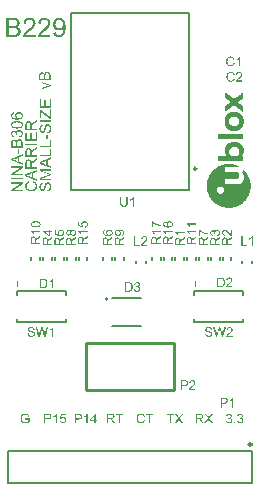
<source format=gto>
G04*
G04 #@! TF.GenerationSoftware,Altium Limited,Altium Designer,21.6.4 (81)*
G04*
G04 Layer_Color=65535*
%FSLAX44Y44*%
%MOMM*%
G71*
G04*
G04 #@! TF.SameCoordinates,F5FF2EED-A301-45B2-9F22-88543F1AE188*
G04*
G04*
G04 #@! TF.FilePolarity,Positive*
G04*
G01*
G75*
%ADD10C,0.2540*%
%ADD11C,0.1270*%
%ADD12C,0.2000*%
%ADD13C,0.1500*%
%ADD14C,0.1016*%
G36*
X42998Y318744D02*
X33260D01*
Y325780D01*
X34407D01*
Y320032D01*
X37390D01*
Y325414D01*
X38537D01*
Y320032D01*
X41851D01*
Y326005D01*
X42998D01*
Y318744D01*
D02*
G37*
G36*
Y309633D02*
X41809D01*
X35568Y314614D01*
X35561Y314621D01*
X35540Y314635D01*
X35505Y314664D01*
X35456Y314706D01*
X35399Y314755D01*
X35329Y314804D01*
X35259Y314867D01*
X35174Y314938D01*
X34991Y315093D01*
X34801Y315261D01*
X34597Y315444D01*
X34407Y315627D01*
Y310196D01*
X33260D01*
Y317168D01*
X34407D01*
X41169Y311694D01*
X41851Y311110D01*
Y317330D01*
X42998D01*
Y309633D01*
D02*
G37*
G36*
X15948Y315128D02*
X16033Y315121D01*
X16124Y315114D01*
X16229Y315100D01*
X16349Y315086D01*
X16476Y315065D01*
X16609Y315036D01*
X16750Y315008D01*
X16898Y314966D01*
X17046Y314917D01*
X17193Y314867D01*
X17348Y314804D01*
X17496Y314734D01*
X17503Y314727D01*
X17531Y314713D01*
X17573Y314692D01*
X17623Y314664D01*
X17693Y314621D01*
X17770Y314572D01*
X17848Y314516D01*
X17939Y314452D01*
X18038Y314375D01*
X18136Y314298D01*
X18235Y314206D01*
X18333Y314108D01*
X18432Y314009D01*
X18530Y313897D01*
X18615Y313777D01*
X18699Y313650D01*
X18706Y313643D01*
X18720Y313622D01*
X18734Y313580D01*
X18762Y313531D01*
X18798Y313460D01*
X18833Y313383D01*
X18868Y313298D01*
X18903Y313193D01*
X18945Y313087D01*
X18980Y312968D01*
X19016Y312834D01*
X19051Y312701D01*
X19079Y312553D01*
X19093Y312405D01*
X19107Y312243D01*
X19114Y312081D01*
Y312018D01*
X19107Y311983D01*
Y311941D01*
X19100Y311835D01*
X19079Y311708D01*
X19058Y311561D01*
X19023Y311399D01*
X18973Y311216D01*
X18917Y311026D01*
X18847Y310829D01*
X18755Y310632D01*
X18650Y310428D01*
X18523Y310224D01*
X18375Y310020D01*
X18206Y309830D01*
X18017Y309647D01*
X18003Y309640D01*
X17967Y309605D01*
X17897Y309562D01*
X17806Y309499D01*
X17686Y309429D01*
X17615Y309387D01*
X17538Y309351D01*
X17454Y309309D01*
X17362Y309267D01*
X17257Y309218D01*
X17151Y309175D01*
X17039Y309133D01*
X16919Y309091D01*
X16785Y309042D01*
X16652Y309000D01*
X16504Y308965D01*
X16356Y308922D01*
X16194Y308887D01*
X16025Y308852D01*
X15849Y308817D01*
X15667Y308789D01*
X15477Y308768D01*
X15280Y308746D01*
X15069Y308725D01*
X14857Y308718D01*
X14632Y308704D01*
X14400D01*
X14393D01*
X14365D01*
X14330D01*
X14274D01*
X14210Y308711D01*
X14133D01*
X14041Y308718D01*
X13936D01*
X13830Y308725D01*
X13704Y308739D01*
X13577Y308746D01*
X13436Y308760D01*
X13148Y308789D01*
X12831Y308838D01*
X12500Y308887D01*
X12156Y308957D01*
X11818Y309042D01*
X11480Y309140D01*
X11150Y309260D01*
X10840Y309401D01*
X10692Y309478D01*
X10559Y309562D01*
X10425Y309654D01*
X10298Y309745D01*
X10284Y309760D01*
X10249Y309788D01*
X10193Y309837D01*
X10122Y309914D01*
X10038Y310006D01*
X9947Y310111D01*
X9841Y310245D01*
X9735Y310393D01*
X9637Y310562D01*
X9531Y310744D01*
X9440Y310942D01*
X9355Y311160D01*
X9285Y311399D01*
X9229Y311645D01*
X9194Y311912D01*
X9180Y312194D01*
Y312243D01*
X9187Y312306D01*
Y312384D01*
X9201Y312482D01*
X9215Y312595D01*
X9236Y312722D01*
X9257Y312862D01*
X9292Y313003D01*
X9334Y313158D01*
X9391Y313313D01*
X9454Y313467D01*
X9524Y313629D01*
X9616Y313784D01*
X9714Y313932D01*
X9827Y314072D01*
X9834Y314079D01*
X9855Y314108D01*
X9897Y314143D01*
X9947Y314192D01*
X10010Y314248D01*
X10094Y314312D01*
X10186Y314382D01*
X10291Y314459D01*
X10411Y314537D01*
X10545Y314614D01*
X10692Y314692D01*
X10854Y314755D01*
X11023Y314825D01*
X11206Y314882D01*
X11403Y314924D01*
X11607Y314959D01*
X11698Y313770D01*
X11691D01*
X11670Y313763D01*
X11628Y313756D01*
X11586Y313742D01*
X11523Y313721D01*
X11459Y313707D01*
X11304Y313650D01*
X11143Y313587D01*
X10974Y313510D01*
X10812Y313418D01*
X10742Y313369D01*
X10678Y313313D01*
X10671Y313305D01*
X10657Y313291D01*
X10629Y313263D01*
X10601Y313228D01*
X10559Y313179D01*
X10516Y313123D01*
X10467Y313059D01*
X10418Y312982D01*
X10376Y312897D01*
X10326Y312806D01*
X10284Y312715D01*
X10242Y312609D01*
X10214Y312496D01*
X10186Y312377D01*
X10172Y312250D01*
X10165Y312124D01*
Y312067D01*
X10172Y312025D01*
Y311976D01*
X10179Y311919D01*
X10193Y311856D01*
X10207Y311779D01*
X10242Y311624D01*
X10298Y311455D01*
X10383Y311286D01*
X10432Y311202D01*
X10488Y311117D01*
X10495Y311110D01*
X10509Y311096D01*
X10531Y311061D01*
X10566Y311026D01*
X10608Y310977D01*
X10657Y310920D01*
X10720Y310864D01*
X10791Y310794D01*
X10868Y310723D01*
X10960Y310653D01*
X11058Y310576D01*
X11164Y310505D01*
X11283Y310428D01*
X11410Y310357D01*
X11544Y310287D01*
X11684Y310224D01*
X11691D01*
X11719Y310210D01*
X11769Y310196D01*
X11832Y310175D01*
X11910Y310147D01*
X12008Y310118D01*
X12128Y310090D01*
X12261Y310062D01*
X12409Y310034D01*
X12578Y309999D01*
X12768Y309971D01*
X12965Y309949D01*
X13183Y309928D01*
X13415Y309907D01*
X13669Y309900D01*
X13936Y309893D01*
X13929Y309900D01*
X13908Y309914D01*
X13872Y309935D01*
X13830Y309971D01*
X13774Y310013D01*
X13711Y310062D01*
X13640Y310118D01*
X13563Y310189D01*
X13485Y310259D01*
X13408Y310336D01*
X13246Y310519D01*
X13091Y310716D01*
X13021Y310829D01*
X12958Y310942D01*
X12951Y310949D01*
X12944Y310970D01*
X12930Y311005D01*
X12909Y311047D01*
X12880Y311110D01*
X12852Y311174D01*
X12824Y311251D01*
X12796Y311343D01*
X12768Y311434D01*
X12740Y311540D01*
X12683Y311758D01*
X12648Y312004D01*
X12634Y312131D01*
Y312313D01*
X12641Y312377D01*
X12648Y312454D01*
X12662Y312560D01*
X12683Y312679D01*
X12712Y312813D01*
X12747Y312961D01*
X12789Y313116D01*
X12852Y313277D01*
X12923Y313446D01*
X13007Y313622D01*
X13113Y313791D01*
X13225Y313960D01*
X13366Y314129D01*
X13521Y314291D01*
X13528Y314298D01*
X13563Y314326D01*
X13612Y314368D01*
X13683Y314424D01*
X13767Y314488D01*
X13872Y314558D01*
X13992Y314635D01*
X14133Y314713D01*
X14288Y314790D01*
X14463Y314867D01*
X14646Y314938D01*
X14850Y315001D01*
X15069Y315058D01*
X15294Y315100D01*
X15540Y315128D01*
X15793Y315135D01*
X15800D01*
X15835D01*
X15885D01*
X15948Y315128D01*
D02*
G37*
G36*
X42998Y306847D02*
X33260D01*
Y308134D01*
X42998D01*
Y306847D01*
D02*
G37*
G36*
X30982Y306734D02*
X28956Y305447D01*
X28949Y305439D01*
X28921Y305418D01*
X28871Y305390D01*
X28815Y305355D01*
X28738Y305306D01*
X28653Y305250D01*
X28562Y305186D01*
X28463Y305123D01*
X28245Y304975D01*
X28020Y304820D01*
X27809Y304666D01*
X27710Y304588D01*
X27619Y304518D01*
X27612Y304511D01*
X27598Y304504D01*
X27577Y304483D01*
X27542Y304454D01*
X27457Y304384D01*
X27359Y304300D01*
X27253Y304194D01*
X27141Y304089D01*
X27042Y303976D01*
X26965Y303864D01*
X26958Y303849D01*
X26937Y303814D01*
X26901Y303758D01*
X26866Y303681D01*
X26824Y303596D01*
X26775Y303498D01*
X26740Y303392D01*
X26704Y303279D01*
Y303272D01*
X26697Y303237D01*
X26690Y303181D01*
X26676Y303111D01*
X26669Y303012D01*
X26662Y302885D01*
X26655Y302738D01*
Y301070D01*
X30982D01*
Y299783D01*
X21245D01*
Y304222D01*
X21252Y304307D01*
Y304419D01*
X21259Y304546D01*
X21266Y304680D01*
X21280Y304834D01*
X21294Y304989D01*
X21308Y305151D01*
X21357Y305482D01*
X21385Y305637D01*
X21421Y305791D01*
X21463Y305939D01*
X21512Y306073D01*
Y306080D01*
X21526Y306101D01*
X21540Y306136D01*
X21561Y306185D01*
X21589Y306242D01*
X21632Y306305D01*
X21674Y306382D01*
X21723Y306460D01*
X21786Y306544D01*
X21850Y306636D01*
X21927Y306727D01*
X22011Y306819D01*
X22110Y306903D01*
X22208Y306994D01*
X22321Y307079D01*
X22441Y307156D01*
X22448Y307163D01*
X22469Y307177D01*
X22504Y307191D01*
X22553Y307220D01*
X22617Y307248D01*
X22694Y307283D01*
X22778Y307325D01*
X22870Y307360D01*
X22975Y307395D01*
X23088Y307438D01*
X23208Y307473D01*
X23334Y307501D01*
X23468Y307529D01*
X23609Y307550D01*
X23756Y307557D01*
X23904Y307564D01*
X23918D01*
X23946D01*
X24003Y307557D01*
X24080D01*
X24165Y307543D01*
X24270Y307529D01*
X24383Y307508D01*
X24509Y307480D01*
X24643Y307445D01*
X24784Y307402D01*
X24931Y307346D01*
X25079Y307283D01*
X25227Y307206D01*
X25368Y307114D01*
X25515Y307008D01*
X25649Y306889D01*
X25656Y306882D01*
X25677Y306861D01*
X25712Y306819D01*
X25762Y306762D01*
X25818Y306692D01*
X25881Y306600D01*
X25952Y306502D01*
X26029Y306382D01*
X26106Y306242D01*
X26184Y306094D01*
X26254Y305918D01*
X26332Y305735D01*
X26395Y305531D01*
X26458Y305313D01*
X26507Y305074D01*
X26550Y304820D01*
Y304827D01*
X26564Y304841D01*
X26571Y304870D01*
X26592Y304905D01*
X26613Y304947D01*
X26641Y304996D01*
X26704Y305109D01*
X26775Y305236D01*
X26859Y305362D01*
X26944Y305482D01*
X27035Y305594D01*
X27042Y305601D01*
X27056Y305623D01*
X27091Y305651D01*
X27127Y305693D01*
X27183Y305742D01*
X27239Y305798D01*
X27310Y305869D01*
X27394Y305939D01*
X27485Y306017D01*
X27584Y306101D01*
X27689Y306192D01*
X27802Y306284D01*
X27929Y306375D01*
X28055Y306474D01*
X28337Y306664D01*
X30982Y308345D01*
Y306734D01*
D02*
G37*
G36*
X14372Y307529D02*
X14435D01*
X14583Y307522D01*
X14752Y307515D01*
X14935Y307508D01*
X15139Y307494D01*
X15357Y307473D01*
X15582Y307452D01*
X16040Y307388D01*
X16272Y307346D01*
X16497Y307297D01*
X16715Y307241D01*
X16919Y307177D01*
X16933Y307170D01*
X16968Y307163D01*
X17018Y307142D01*
X17095Y307114D01*
X17179Y307072D01*
X17285Y307030D01*
X17397Y306973D01*
X17517Y306917D01*
X17644Y306847D01*
X17777Y306762D01*
X17911Y306678D01*
X18052Y306586D01*
X18185Y306481D01*
X18312Y306368D01*
X18432Y306249D01*
X18544Y306122D01*
X18551Y306115D01*
X18565Y306087D01*
X18593Y306052D01*
X18636Y305995D01*
X18678Y305925D01*
X18727Y305848D01*
X18776Y305749D01*
X18826Y305644D01*
X18882Y305517D01*
X18931Y305383D01*
X18980Y305243D01*
X19023Y305088D01*
X19058Y304919D01*
X19086Y304743D01*
X19107Y304560D01*
X19114Y304363D01*
Y304300D01*
X19107Y304229D01*
X19100Y304131D01*
X19086Y304011D01*
X19058Y303871D01*
X19030Y303723D01*
X18987Y303554D01*
X18938Y303378D01*
X18868Y303202D01*
X18791Y303019D01*
X18692Y302829D01*
X18579Y302646D01*
X18446Y302470D01*
X18291Y302302D01*
X18115Y302147D01*
X18108D01*
X18101Y302140D01*
X18080Y302126D01*
X18059Y302105D01*
X18024Y302083D01*
X17981Y302055D01*
X17939Y302027D01*
X17883Y301999D01*
X17820Y301964D01*
X17749Y301922D01*
X17672Y301886D01*
X17587Y301844D01*
X17489Y301802D01*
X17390Y301760D01*
X17278Y301710D01*
X17165Y301668D01*
X17039Y301626D01*
X16905Y301577D01*
X16764Y301535D01*
X16609Y301492D01*
X16455Y301450D01*
X16286Y301415D01*
X16117Y301373D01*
X15927Y301338D01*
X15737Y301310D01*
X15540Y301281D01*
X15329Y301253D01*
X15111Y301232D01*
X14886Y301211D01*
X14654Y301204D01*
X14407Y301190D01*
X14154D01*
X14147D01*
X14133D01*
X14112D01*
X14076D01*
X14034D01*
X13985D01*
X13929Y301197D01*
X13865D01*
X13725Y301204D01*
X13556Y301211D01*
X13366Y301218D01*
X13162Y301232D01*
X12944Y301253D01*
X12719Y301274D01*
X12254Y301338D01*
X12022Y301380D01*
X11797Y301429D01*
X11579Y301478D01*
X11375Y301542D01*
X11361Y301549D01*
X11326Y301556D01*
X11276Y301577D01*
X11199Y301605D01*
X11114Y301647D01*
X11009Y301689D01*
X10896Y301746D01*
X10777Y301809D01*
X10650Y301872D01*
X10516Y301957D01*
X10376Y302041D01*
X10242Y302133D01*
X10108Y302238D01*
X9982Y302351D01*
X9862Y302470D01*
X9750Y302597D01*
X9743Y302604D01*
X9721Y302632D01*
X9693Y302667D01*
X9658Y302724D01*
X9616Y302794D01*
X9567Y302878D01*
X9517Y302970D01*
X9461Y303083D01*
X9412Y303202D01*
X9362Y303336D01*
X9313Y303484D01*
X9271Y303638D01*
X9229Y303807D01*
X9201Y303983D01*
X9187Y304166D01*
X9180Y304363D01*
Y304440D01*
X9187Y304497D01*
Y304560D01*
X9194Y304645D01*
X9208Y304729D01*
X9222Y304827D01*
X9257Y305039D01*
X9313Y305271D01*
X9391Y305510D01*
X9440Y305623D01*
X9496Y305735D01*
Y305742D01*
X9510Y305763D01*
X9531Y305791D01*
X9553Y305833D01*
X9588Y305883D01*
X9630Y305939D01*
X9672Y306009D01*
X9728Y306080D01*
X9855Y306235D01*
X10017Y306396D01*
X10200Y306558D01*
X10411Y306706D01*
X10418Y306713D01*
X10439Y306720D01*
X10474Y306741D01*
X10516Y306769D01*
X10573Y306805D01*
X10643Y306840D01*
X10720Y306882D01*
X10812Y306924D01*
X10910Y306973D01*
X11023Y307023D01*
X11143Y307072D01*
X11269Y307128D01*
X11403Y307177D01*
X11544Y307220D01*
X11698Y307269D01*
X11853Y307311D01*
X11860D01*
X11895Y307318D01*
X11938Y307332D01*
X12008Y307346D01*
X12092Y307360D01*
X12198Y307381D01*
X12318Y307402D01*
X12458Y307424D01*
X12613Y307445D01*
X12789Y307466D01*
X12979Y307487D01*
X13183Y307501D01*
X13401Y307515D01*
X13640Y307529D01*
X13887Y307536D01*
X14154D01*
X14161D01*
X14175D01*
X14196D01*
X14231D01*
X14267D01*
X14316D01*
X14372Y307529D01*
D02*
G37*
G36*
X40381Y304863D02*
X40451Y304855D01*
X40528Y304848D01*
X40620Y304834D01*
X40725Y304813D01*
X40831Y304792D01*
X40950Y304757D01*
X41070Y304722D01*
X41197Y304680D01*
X41323Y304630D01*
X41457Y304567D01*
X41584Y304497D01*
X41717Y304419D01*
X41724Y304412D01*
X41746Y304398D01*
X41781Y304370D01*
X41830Y304335D01*
X41886Y304293D01*
X41957Y304236D01*
X42027Y304173D01*
X42104Y304096D01*
X42189Y304011D01*
X42273Y303913D01*
X42365Y303807D01*
X42456Y303695D01*
X42541Y303575D01*
X42625Y303441D01*
X42702Y303301D01*
X42780Y303146D01*
X42787Y303139D01*
X42794Y303111D01*
X42815Y303061D01*
X42836Y302998D01*
X42864Y302921D01*
X42899Y302829D01*
X42935Y302724D01*
X42970Y302604D01*
X43005Y302470D01*
X43040Y302323D01*
X43068Y302168D01*
X43103Y302006D01*
X43125Y301837D01*
X43146Y301654D01*
X43153Y301464D01*
X43160Y301274D01*
Y301148D01*
X43153Y301056D01*
X43146Y300944D01*
X43139Y300810D01*
X43125Y300662D01*
X43110Y300500D01*
X43089Y300331D01*
X43068Y300156D01*
X42998Y299783D01*
X42956Y299593D01*
X42906Y299410D01*
X42843Y299227D01*
X42780Y299058D01*
X42773Y299051D01*
X42759Y299016D01*
X42738Y298974D01*
X42709Y298910D01*
X42667Y298833D01*
X42618Y298748D01*
X42555Y298650D01*
X42491Y298552D01*
X42414Y298439D01*
X42330Y298326D01*
X42231Y298207D01*
X42126Y298094D01*
X42013Y297974D01*
X41893Y297862D01*
X41760Y297756D01*
X41619Y297658D01*
X41612Y297651D01*
X41584Y297637D01*
X41542Y297609D01*
X41485Y297581D01*
X41408Y297538D01*
X41323Y297496D01*
X41225Y297447D01*
X41112Y297405D01*
X40986Y297355D01*
X40852Y297306D01*
X40704Y297264D01*
X40557Y297222D01*
X40395Y297187D01*
X40226Y297158D01*
X40050Y297137D01*
X39867Y297130D01*
X39761Y298347D01*
X39769D01*
X39797Y298354D01*
X39832D01*
X39881Y298368D01*
X39944Y298376D01*
X40022Y298390D01*
X40099Y298411D01*
X40191Y298432D01*
X40381Y298481D01*
X40585Y298552D01*
X40782Y298636D01*
X40972Y298741D01*
X40979Y298748D01*
X40993Y298755D01*
X41014Y298777D01*
X41049Y298805D01*
X41091Y298833D01*
X41133Y298875D01*
X41183Y298924D01*
X41239Y298981D01*
X41295Y299044D01*
X41359Y299121D01*
X41422Y299199D01*
X41485Y299290D01*
X41549Y299382D01*
X41612Y299487D01*
X41668Y299600D01*
X41724Y299719D01*
Y299727D01*
X41739Y299748D01*
X41753Y299790D01*
X41767Y299839D01*
X41788Y299902D01*
X41816Y299973D01*
X41844Y300064D01*
X41865Y300156D01*
X41893Y300261D01*
X41921Y300381D01*
X41943Y300500D01*
X41971Y300634D01*
X41999Y300916D01*
X42013Y301218D01*
Y301288D01*
X42006Y301345D01*
Y301408D01*
X41999Y301478D01*
X41992Y301563D01*
X41985Y301654D01*
X41957Y301858D01*
X41921Y302076D01*
X41865Y302295D01*
X41795Y302513D01*
Y302520D01*
X41788Y302541D01*
X41774Y302569D01*
X41753Y302604D01*
X41732Y302653D01*
X41703Y302703D01*
X41640Y302829D01*
X41556Y302963D01*
X41450Y303104D01*
X41330Y303237D01*
X41197Y303350D01*
X41190D01*
X41176Y303364D01*
X41154Y303378D01*
X41126Y303392D01*
X41091Y303413D01*
X41049Y303441D01*
X40943Y303491D01*
X40824Y303540D01*
X40683Y303589D01*
X40521Y303617D01*
X40360Y303631D01*
X40352D01*
X40338D01*
X40317D01*
X40282Y303624D01*
X40240D01*
X40198Y303617D01*
X40085Y303596D01*
X39966Y303568D01*
X39832Y303519D01*
X39698Y303448D01*
X39564Y303357D01*
X39557D01*
X39550Y303343D01*
X39508Y303308D01*
X39445Y303237D01*
X39403Y303195D01*
X39360Y303146D01*
X39318Y303090D01*
X39269Y303026D01*
X39220Y302956D01*
X39170Y302871D01*
X39121Y302787D01*
X39072Y302689D01*
X39030Y302590D01*
X38981Y302477D01*
Y302470D01*
X38973Y302456D01*
X38966Y302435D01*
X38952Y302393D01*
X38938Y302344D01*
X38917Y302288D01*
X38896Y302210D01*
X38868Y302119D01*
X38833Y302006D01*
X38798Y301886D01*
X38762Y301746D01*
X38720Y301584D01*
X38671Y301408D01*
X38622Y301204D01*
X38565Y300986D01*
X38509Y300747D01*
Y300740D01*
X38502Y300733D01*
Y300711D01*
X38495Y300690D01*
X38474Y300620D01*
X38453Y300529D01*
X38425Y300423D01*
X38389Y300296D01*
X38354Y300156D01*
X38312Y300015D01*
X38221Y299705D01*
X38115Y299396D01*
X38059Y299248D01*
X38003Y299107D01*
X37953Y298988D01*
X37897Y298875D01*
X37890Y298868D01*
X37883Y298847D01*
X37862Y298812D01*
X37834Y298762D01*
X37799Y298706D01*
X37749Y298636D01*
X37700Y298566D01*
X37644Y298481D01*
X37517Y298312D01*
X37362Y298143D01*
X37186Y297974D01*
X37088Y297904D01*
X36989Y297834D01*
X36982Y297827D01*
X36961Y297820D01*
X36933Y297806D01*
X36891Y297785D01*
X36842Y297756D01*
X36785Y297728D01*
X36715Y297700D01*
X36637Y297665D01*
X36546Y297637D01*
X36455Y297602D01*
X36251Y297552D01*
X36025Y297510D01*
X35906Y297503D01*
X35779Y297496D01*
X35772D01*
X35744D01*
X35709D01*
X35652Y297503D01*
X35589Y297510D01*
X35512Y297517D01*
X35427Y297531D01*
X35329Y297545D01*
X35223Y297574D01*
X35118Y297595D01*
X35005Y297630D01*
X34886Y297672D01*
X34766Y297721D01*
X34646Y297778D01*
X34520Y297841D01*
X34400Y297911D01*
X34393Y297918D01*
X34372Y297932D01*
X34337Y297953D01*
X34295Y297989D01*
X34238Y298031D01*
X34182Y298087D01*
X34112Y298150D01*
X34041Y298221D01*
X33964Y298298D01*
X33879Y298390D01*
X33802Y298488D01*
X33718Y298601D01*
X33640Y298720D01*
X33563Y298847D01*
X33493Y298981D01*
X33429Y299128D01*
X33422Y299135D01*
X33415Y299164D01*
X33401Y299206D01*
X33373Y299269D01*
X33352Y299347D01*
X33324Y299431D01*
X33289Y299536D01*
X33260Y299656D01*
X33225Y299783D01*
X33197Y299916D01*
X33169Y300064D01*
X33141Y300219D01*
X33120Y300388D01*
X33106Y300557D01*
X33098Y300733D01*
X33091Y300916D01*
Y301021D01*
X33098Y301098D01*
Y301190D01*
X33113Y301303D01*
X33120Y301422D01*
X33134Y301563D01*
X33155Y301703D01*
X33176Y301858D01*
X33239Y302175D01*
X33282Y302344D01*
X33324Y302506D01*
X33380Y302667D01*
X33443Y302822D01*
X33450Y302829D01*
X33457Y302857D01*
X33479Y302900D01*
X33507Y302956D01*
X33542Y303026D01*
X33591Y303104D01*
X33640Y303195D01*
X33704Y303287D01*
X33767Y303392D01*
X33844Y303491D01*
X33929Y303596D01*
X34020Y303702D01*
X34119Y303807D01*
X34231Y303906D01*
X34344Y304004D01*
X34471Y304089D01*
X34478Y304096D01*
X34499Y304110D01*
X34541Y304131D01*
X34590Y304159D01*
X34653Y304194D01*
X34731Y304236D01*
X34815Y304272D01*
X34914Y304321D01*
X35019Y304363D01*
X35139Y304405D01*
X35266Y304447D01*
X35399Y304483D01*
X35540Y304518D01*
X35688Y304546D01*
X35842Y304560D01*
X35997Y304574D01*
X36089Y303336D01*
X36075D01*
X36047Y303329D01*
X35997Y303322D01*
X35934Y303308D01*
X35864Y303294D01*
X35772Y303272D01*
X35674Y303244D01*
X35568Y303209D01*
X35456Y303174D01*
X35343Y303125D01*
X35230Y303069D01*
X35111Y303005D01*
X34998Y302935D01*
X34893Y302850D01*
X34787Y302759D01*
X34696Y302660D01*
X34689Y302653D01*
X34675Y302632D01*
X34653Y302604D01*
X34618Y302555D01*
X34583Y302491D01*
X34548Y302421D01*
X34506Y302337D01*
X34456Y302238D01*
X34414Y302126D01*
X34372Y301999D01*
X34337Y301858D01*
X34295Y301710D01*
X34267Y301542D01*
X34245Y301366D01*
X34231Y301176D01*
X34224Y300972D01*
Y300859D01*
X34231Y300782D01*
X34238Y300683D01*
X34245Y300578D01*
X34259Y300451D01*
X34281Y300324D01*
X34330Y300043D01*
X34365Y299902D01*
X34407Y299762D01*
X34456Y299628D01*
X34513Y299494D01*
X34576Y299375D01*
X34653Y299269D01*
X34660Y299262D01*
X34675Y299248D01*
X34696Y299220D01*
X34731Y299185D01*
X34773Y299149D01*
X34822Y299100D01*
X34879Y299058D01*
X34942Y299009D01*
X35012Y298960D01*
X35097Y298910D01*
X35273Y298826D01*
X35364Y298791D01*
X35470Y298762D01*
X35575Y298748D01*
X35688Y298741D01*
X35695D01*
X35709D01*
X35737D01*
X35772Y298748D01*
X35821Y298755D01*
X35871Y298762D01*
X35990Y298791D01*
X36131Y298833D01*
X36272Y298896D01*
X36349Y298938D01*
X36419Y298995D01*
X36490Y299051D01*
X36553Y299114D01*
X36560Y299121D01*
X36567Y299135D01*
X36588Y299157D01*
X36609Y299199D01*
X36645Y299248D01*
X36680Y299318D01*
X36722Y299396D01*
X36771Y299494D01*
X36820Y299614D01*
X36877Y299748D01*
X36933Y299909D01*
X36996Y300085D01*
X37060Y300289D01*
X37123Y300515D01*
X37186Y300768D01*
X37257Y301049D01*
Y301056D01*
X37264Y301070D01*
Y301091D01*
X37271Y301119D01*
X37278Y301155D01*
X37292Y301197D01*
X37313Y301303D01*
X37348Y301429D01*
X37383Y301577D01*
X37418Y301739D01*
X37468Y301908D01*
X37559Y302266D01*
X37608Y302442D01*
X37665Y302618D01*
X37714Y302787D01*
X37770Y302942D01*
X37820Y303083D01*
X37869Y303202D01*
X37876Y303209D01*
X37890Y303237D01*
X37911Y303287D01*
X37939Y303343D01*
X37981Y303413D01*
X38024Y303491D01*
X38080Y303582D01*
X38143Y303681D01*
X38207Y303779D01*
X38284Y303885D01*
X38453Y304096D01*
X38650Y304293D01*
X38755Y304377D01*
X38868Y304461D01*
X38875Y304469D01*
X38896Y304483D01*
X38931Y304497D01*
X38973Y304525D01*
X39030Y304553D01*
X39100Y304588D01*
X39177Y304630D01*
X39262Y304666D01*
X39360Y304701D01*
X39466Y304743D01*
X39578Y304778D01*
X39705Y304806D01*
X39832Y304834D01*
X39966Y304855D01*
X40099Y304863D01*
X40247Y304870D01*
X40254D01*
X40282D01*
X40324D01*
X40381Y304863D01*
D02*
G37*
G36*
X16208Y300001D02*
X16293Y299994D01*
X16405Y299980D01*
X16532Y299959D01*
X16673Y299930D01*
X16827Y299888D01*
X16996Y299839D01*
X17165Y299783D01*
X17348Y299705D01*
X17531Y299614D01*
X17714Y299508D01*
X17897Y299382D01*
X18073Y299234D01*
X18242Y299072D01*
X18249Y299058D01*
X18277Y299030D01*
X18326Y298981D01*
X18382Y298903D01*
X18446Y298812D01*
X18523Y298706D01*
X18600Y298573D01*
X18685Y298432D01*
X18769Y298270D01*
X18847Y298087D01*
X18924Y297897D01*
X18987Y297686D01*
X19044Y297468D01*
X19093Y297229D01*
X19121Y296982D01*
X19128Y296722D01*
Y296666D01*
X19121Y296595D01*
X19114Y296511D01*
X19107Y296399D01*
X19086Y296272D01*
X19065Y296131D01*
X19030Y295976D01*
X18995Y295814D01*
X18945Y295639D01*
X18882Y295463D01*
X18805Y295280D01*
X18720Y295104D01*
X18622Y294928D01*
X18502Y294752D01*
X18368Y294590D01*
X18361Y294583D01*
X18333Y294555D01*
X18291Y294513D01*
X18228Y294457D01*
X18150Y294393D01*
X18059Y294316D01*
X17953Y294238D01*
X17834Y294154D01*
X17700Y294070D01*
X17545Y293985D01*
X17383Y293908D01*
X17207Y293831D01*
X17018Y293767D01*
X16820Y293704D01*
X16609Y293662D01*
X16384Y293633D01*
X16222Y294830D01*
X16236D01*
X16265Y294837D01*
X16321Y294851D01*
X16391Y294872D01*
X16476Y294893D01*
X16567Y294921D01*
X16673Y294956D01*
X16785Y294991D01*
X17032Y295090D01*
X17271Y295210D01*
X17390Y295280D01*
X17503Y295357D01*
X17601Y295435D01*
X17693Y295526D01*
X17700Y295533D01*
X17714Y295547D01*
X17735Y295575D01*
X17763Y295618D01*
X17799Y295660D01*
X17834Y295723D01*
X17876Y295786D01*
X17911Y295864D01*
X17953Y295948D01*
X17996Y296040D01*
X18031Y296138D01*
X18066Y296244D01*
X18094Y296356D01*
X18115Y296476D01*
X18129Y296595D01*
X18136Y296729D01*
Y296764D01*
X18129Y296814D01*
Y296870D01*
X18115Y296947D01*
X18108Y297032D01*
X18087Y297123D01*
X18066Y297229D01*
X18031Y297334D01*
X17996Y297454D01*
X17946Y297574D01*
X17890Y297693D01*
X17820Y297813D01*
X17742Y297932D01*
X17658Y298045D01*
X17552Y298158D01*
X17545Y298165D01*
X17524Y298186D01*
X17496Y298214D01*
X17447Y298249D01*
X17390Y298291D01*
X17320Y298340D01*
X17243Y298397D01*
X17151Y298453D01*
X17053Y298502D01*
X16940Y298559D01*
X16827Y298608D01*
X16694Y298650D01*
X16560Y298685D01*
X16419Y298713D01*
X16265Y298734D01*
X16110Y298741D01*
X16103D01*
X16075D01*
X16033D01*
X15969Y298734D01*
X15906Y298727D01*
X15821Y298713D01*
X15730Y298699D01*
X15631Y298671D01*
X15526Y298643D01*
X15413Y298608D01*
X15301Y298566D01*
X15188Y298516D01*
X15076Y298453D01*
X14963Y298376D01*
X14857Y298298D01*
X14752Y298200D01*
X14745Y298193D01*
X14731Y298179D01*
X14703Y298143D01*
X14668Y298101D01*
X14625Y298052D01*
X14583Y297989D01*
X14534Y297911D01*
X14485Y297827D01*
X14435Y297735D01*
X14386Y297630D01*
X14344Y297517D01*
X14302Y297398D01*
X14267Y297271D01*
X14238Y297130D01*
X14224Y296989D01*
X14217Y296835D01*
Y296771D01*
X14224Y296701D01*
X14231Y296603D01*
X14245Y296476D01*
X14274Y296335D01*
X14302Y296173D01*
X14344Y295990D01*
X13296Y296124D01*
Y296145D01*
X13303Y296166D01*
Y296194D01*
X13310Y296258D01*
Y296392D01*
X13303Y296441D01*
X13296Y296511D01*
X13289Y296588D01*
X13274Y296673D01*
X13260Y296771D01*
X13239Y296877D01*
X13211Y296982D01*
X13141Y297215D01*
X13099Y297334D01*
X13042Y297454D01*
X12986Y297574D01*
X12916Y297686D01*
X12909Y297693D01*
X12895Y297714D01*
X12873Y297742D01*
X12838Y297785D01*
X12796Y297827D01*
X12747Y297883D01*
X12683Y297932D01*
X12613Y297996D01*
X12529Y298052D01*
X12437Y298108D01*
X12339Y298158D01*
X12226Y298200D01*
X12106Y298242D01*
X11973Y298270D01*
X11832Y298291D01*
X11684Y298298D01*
X11677D01*
X11656D01*
X11621D01*
X11572Y298291D01*
X11523Y298284D01*
X11452Y298277D01*
X11382Y298263D01*
X11304Y298242D01*
X11136Y298186D01*
X11044Y298150D01*
X10953Y298108D01*
X10861Y298059D01*
X10770Y297996D01*
X10685Y297925D01*
X10601Y297848D01*
X10594Y297841D01*
X10580Y297827D01*
X10559Y297806D01*
X10531Y297771D01*
X10502Y297721D01*
X10460Y297672D01*
X10425Y297609D01*
X10383Y297538D01*
X10340Y297461D01*
X10305Y297376D01*
X10263Y297278D01*
X10235Y297180D01*
X10207Y297067D01*
X10186Y296954D01*
X10172Y296828D01*
X10165Y296701D01*
Y296631D01*
X10172Y296588D01*
X10179Y296525D01*
X10186Y296455D01*
X10200Y296377D01*
X10221Y296293D01*
X10270Y296110D01*
X10305Y296019D01*
X10355Y295920D01*
X10404Y295822D01*
X10460Y295723D01*
X10531Y295632D01*
X10608Y295540D01*
X10615Y295533D01*
X10629Y295519D01*
X10657Y295498D01*
X10692Y295463D01*
X10734Y295428D01*
X10791Y295385D01*
X10861Y295343D01*
X10932Y295294D01*
X11023Y295245D01*
X11121Y295195D01*
X11227Y295139D01*
X11347Y295097D01*
X11473Y295048D01*
X11607Y295012D01*
X11755Y294977D01*
X11917Y294949D01*
X11705Y293753D01*
X11698D01*
X11691D01*
X11649Y293767D01*
X11593Y293781D01*
X11509Y293802D01*
X11403Y293831D01*
X11290Y293866D01*
X11164Y293908D01*
X11023Y293957D01*
X10875Y294020D01*
X10720Y294091D01*
X10566Y294175D01*
X10411Y294267D01*
X10256Y294365D01*
X10108Y294478D01*
X9968Y294604D01*
X9841Y294745D01*
X9834Y294752D01*
X9813Y294780D01*
X9778Y294823D01*
X9735Y294886D01*
X9686Y294963D01*
X9630Y295055D01*
X9574Y295160D01*
X9510Y295280D01*
X9447Y295413D01*
X9391Y295561D01*
X9334Y295716D01*
X9285Y295885D01*
X9243Y296068D01*
X9208Y296265D01*
X9187Y296469D01*
X9180Y296680D01*
Y296757D01*
X9187Y296814D01*
Y296884D01*
X9201Y296968D01*
X9208Y297060D01*
X9222Y297158D01*
X9243Y297271D01*
X9264Y297383D01*
X9327Y297630D01*
X9362Y297764D01*
X9412Y297890D01*
X9461Y298017D01*
X9524Y298143D01*
X9531Y298150D01*
X9538Y298172D01*
X9560Y298207D01*
X9588Y298256D01*
X9623Y298312D01*
X9665Y298376D01*
X9714Y298446D01*
X9771Y298523D01*
X9904Y298692D01*
X10066Y298861D01*
X10249Y299023D01*
X10355Y299100D01*
X10460Y299171D01*
X10467Y299178D01*
X10488Y299185D01*
X10516Y299206D01*
X10566Y299227D01*
X10615Y299255D01*
X10685Y299283D01*
X10756Y299318D01*
X10840Y299354D01*
X10932Y299382D01*
X11023Y299417D01*
X11234Y299473D01*
X11466Y299515D01*
X11586Y299522D01*
X11712Y299529D01*
X11719D01*
X11741D01*
X11776D01*
X11818Y299522D01*
X11874D01*
X11938Y299508D01*
X12015Y299501D01*
X12092Y299487D01*
X12275Y299445D01*
X12465Y299382D01*
X12564Y299347D01*
X12669Y299297D01*
X12768Y299248D01*
X12866Y299185D01*
X12873Y299178D01*
X12888Y299171D01*
X12916Y299149D01*
X12951Y299121D01*
X12993Y299086D01*
X13042Y299044D01*
X13099Y298995D01*
X13162Y298931D01*
X13225Y298868D01*
X13289Y298791D01*
X13359Y298713D01*
X13429Y298622D01*
X13493Y298523D01*
X13563Y298418D01*
X13626Y298305D01*
X13683Y298186D01*
Y298193D01*
X13690Y298221D01*
X13704Y298270D01*
X13725Y298326D01*
X13746Y298404D01*
X13781Y298488D01*
X13816Y298580D01*
X13865Y298678D01*
X13915Y298784D01*
X13978Y298896D01*
X14041Y299009D01*
X14119Y299121D01*
X14203Y299227D01*
X14295Y299332D01*
X14400Y299438D01*
X14513Y299529D01*
X14520Y299536D01*
X14541Y299551D01*
X14576Y299572D01*
X14625Y299607D01*
X14689Y299642D01*
X14759Y299684D01*
X14843Y299727D01*
X14942Y299769D01*
X15055Y299811D01*
X15174Y299860D01*
X15301Y299895D01*
X15441Y299930D01*
X15589Y299966D01*
X15744Y299987D01*
X15906Y300001D01*
X16082Y300008D01*
X16096D01*
X16138D01*
X16208Y300001D01*
D02*
G37*
G36*
X40078Y292402D02*
X38875D01*
Y296089D01*
X40078D01*
Y292402D01*
D02*
G37*
G36*
X30982Y290721D02*
X21245D01*
Y297756D01*
X22391D01*
Y292008D01*
X25375D01*
Y297391D01*
X26521D01*
Y292008D01*
X29835D01*
Y297982D01*
X30982D01*
Y290721D01*
D02*
G37*
G36*
X16251Y292332D02*
X16307D01*
X16377Y292325D01*
X16462Y292318D01*
X16546Y292304D01*
X16743Y292269D01*
X16961Y292212D01*
X17186Y292142D01*
X17412Y292043D01*
X17419D01*
X17440Y292029D01*
X17468Y292015D01*
X17510Y291994D01*
X17559Y291966D01*
X17615Y291931D01*
X17742Y291846D01*
X17890Y291741D01*
X18038Y291621D01*
X18185Y291488D01*
X18312Y291333D01*
Y291326D01*
X18326Y291312D01*
X18340Y291290D01*
X18361Y291255D01*
X18390Y291213D01*
X18418Y291164D01*
X18453Y291108D01*
X18488Y291044D01*
X18530Y290967D01*
X18565Y290889D01*
X18650Y290707D01*
X18720Y290502D01*
X18791Y290270D01*
Y290263D01*
X18798Y290242D01*
X18805Y290207D01*
X18819Y290158D01*
X18826Y290094D01*
X18840Y290017D01*
X18854Y289933D01*
X18868Y289834D01*
X18889Y289729D01*
X18903Y289609D01*
X18917Y289475D01*
X18924Y289342D01*
X18938Y289194D01*
X18945Y289039D01*
X18952Y288870D01*
Y284993D01*
X9215D01*
Y288744D01*
X9222Y288821D01*
Y288920D01*
X9229Y289025D01*
X9243Y289152D01*
X9250Y289278D01*
X9271Y289419D01*
X9285Y289567D01*
X9341Y289862D01*
X9419Y290158D01*
X9461Y290299D01*
X9517Y290425D01*
Y290432D01*
X9531Y290453D01*
X9546Y290488D01*
X9574Y290538D01*
X9602Y290594D01*
X9644Y290657D01*
X9686Y290735D01*
X9743Y290812D01*
X9799Y290896D01*
X9869Y290981D01*
X9940Y291065D01*
X10024Y291157D01*
X10115Y291241D01*
X10207Y291326D01*
X10312Y291403D01*
X10425Y291481D01*
X10432Y291488D01*
X10453Y291495D01*
X10488Y291516D01*
X10531Y291544D01*
X10587Y291572D01*
X10657Y291600D01*
X10727Y291635D01*
X10812Y291677D01*
X10910Y291713D01*
X11009Y291748D01*
X11227Y291804D01*
X11466Y291853D01*
X11586Y291860D01*
X11712Y291868D01*
X11719D01*
X11741D01*
X11776D01*
X11818Y291860D01*
X11874D01*
X11938Y291846D01*
X12015Y291839D01*
X12092Y291825D01*
X12275Y291783D01*
X12472Y291720D01*
X12578Y291684D01*
X12676Y291635D01*
X12782Y291586D01*
X12888Y291523D01*
X12895Y291516D01*
X12909Y291509D01*
X12937Y291488D01*
X12979Y291459D01*
X13028Y291424D01*
X13077Y291382D01*
X13141Y291326D01*
X13204Y291269D01*
X13274Y291199D01*
X13345Y291129D01*
X13415Y291044D01*
X13493Y290953D01*
X13570Y290847D01*
X13640Y290742D01*
X13711Y290629D01*
X13774Y290502D01*
Y290510D01*
X13788Y290545D01*
X13802Y290587D01*
X13823Y290650D01*
X13851Y290721D01*
X13887Y290805D01*
X13929Y290904D01*
X13985Y291002D01*
X14041Y291115D01*
X14105Y291227D01*
X14175Y291340D01*
X14260Y291452D01*
X14344Y291558D01*
X14442Y291670D01*
X14548Y291769D01*
X14661Y291860D01*
X14668Y291868D01*
X14689Y291882D01*
X14724Y291903D01*
X14773Y291938D01*
X14829Y291973D01*
X14900Y292015D01*
X14984Y292057D01*
X15076Y292100D01*
X15181Y292142D01*
X15294Y292191D01*
X15413Y292226D01*
X15547Y292262D01*
X15681Y292297D01*
X15828Y292318D01*
X15976Y292332D01*
X16131Y292339D01*
X16138D01*
X16159D01*
X16201D01*
X16251Y292332D01*
D02*
G37*
G36*
X30982Y287132D02*
X21245D01*
Y288420D01*
X30982D01*
Y287132D01*
D02*
G37*
G36*
X42998Y285416D02*
X33260D01*
Y286703D01*
X41851D01*
Y291495D01*
X42998D01*
Y285416D01*
D02*
G37*
G36*
X30982Y284065D02*
X28956Y282777D01*
X28949Y282770D01*
X28921Y282749D01*
X28871Y282721D01*
X28815Y282686D01*
X28738Y282637D01*
X28653Y282580D01*
X28562Y282517D01*
X28463Y282454D01*
X28245Y282306D01*
X28020Y282151D01*
X27809Y281996D01*
X27710Y281919D01*
X27619Y281849D01*
X27612Y281841D01*
X27598Y281834D01*
X27577Y281813D01*
X27542Y281785D01*
X27457Y281715D01*
X27359Y281630D01*
X27253Y281525D01*
X27141Y281419D01*
X27042Y281307D01*
X26965Y281194D01*
X26958Y281180D01*
X26937Y281145D01*
X26901Y281089D01*
X26866Y281011D01*
X26824Y280927D01*
X26775Y280828D01*
X26740Y280723D01*
X26704Y280610D01*
Y280603D01*
X26697Y280568D01*
X26690Y280512D01*
X26676Y280441D01*
X26669Y280343D01*
X26662Y280216D01*
X26655Y280068D01*
Y278401D01*
X30982D01*
Y277113D01*
X21245D01*
Y281553D01*
X21252Y281637D01*
Y281750D01*
X21259Y281877D01*
X21266Y282010D01*
X21280Y282165D01*
X21294Y282320D01*
X21308Y282482D01*
X21357Y282812D01*
X21385Y282967D01*
X21421Y283122D01*
X21463Y283270D01*
X21512Y283403D01*
Y283410D01*
X21526Y283431D01*
X21540Y283467D01*
X21561Y283516D01*
X21589Y283572D01*
X21632Y283636D01*
X21674Y283713D01*
X21723Y283790D01*
X21786Y283875D01*
X21850Y283966D01*
X21927Y284058D01*
X22011Y284149D01*
X22110Y284234D01*
X22208Y284325D01*
X22321Y284410D01*
X22441Y284487D01*
X22448Y284494D01*
X22469Y284508D01*
X22504Y284522D01*
X22553Y284550D01*
X22617Y284578D01*
X22694Y284614D01*
X22778Y284656D01*
X22870Y284691D01*
X22975Y284726D01*
X23088Y284768D01*
X23208Y284804D01*
X23334Y284832D01*
X23468Y284860D01*
X23609Y284881D01*
X23756Y284888D01*
X23904Y284895D01*
X23918D01*
X23946D01*
X24003Y284888D01*
X24080D01*
X24165Y284874D01*
X24270Y284860D01*
X24383Y284839D01*
X24509Y284811D01*
X24643Y284775D01*
X24784Y284733D01*
X24931Y284677D01*
X25079Y284614D01*
X25227Y284536D01*
X25368Y284445D01*
X25515Y284339D01*
X25649Y284219D01*
X25656Y284212D01*
X25677Y284191D01*
X25712Y284149D01*
X25762Y284093D01*
X25818Y284023D01*
X25881Y283931D01*
X25952Y283833D01*
X26029Y283713D01*
X26106Y283572D01*
X26184Y283424D01*
X26254Y283249D01*
X26332Y283066D01*
X26395Y282862D01*
X26458Y282644D01*
X26507Y282404D01*
X26550Y282151D01*
Y282158D01*
X26564Y282172D01*
X26571Y282200D01*
X26592Y282236D01*
X26613Y282278D01*
X26641Y282327D01*
X26704Y282439D01*
X26775Y282566D01*
X26859Y282693D01*
X26944Y282812D01*
X27035Y282925D01*
X27042Y282932D01*
X27056Y282953D01*
X27091Y282981D01*
X27127Y283023D01*
X27183Y283073D01*
X27239Y283129D01*
X27310Y283199D01*
X27394Y283270D01*
X27485Y283347D01*
X27584Y283431D01*
X27689Y283523D01*
X27802Y283615D01*
X27929Y283706D01*
X28055Y283804D01*
X28337Y283994D01*
X30982Y285676D01*
Y284065D01*
D02*
G37*
G36*
X16033Y279886D02*
X14829D01*
Y283572D01*
X16033D01*
Y279886D01*
D02*
G37*
G36*
X42998Y277852D02*
X33260D01*
Y279140D01*
X41851D01*
Y283931D01*
X42998D01*
Y277852D01*
D02*
G37*
G36*
X30982Y274243D02*
X28956Y272955D01*
X28949Y272948D01*
X28921Y272927D01*
X28871Y272899D01*
X28815Y272864D01*
X28738Y272815D01*
X28653Y272758D01*
X28562Y272695D01*
X28463Y272632D01*
X28245Y272484D01*
X28020Y272329D01*
X27809Y272174D01*
X27710Y272097D01*
X27619Y272027D01*
X27612Y272020D01*
X27598Y272012D01*
X27577Y271991D01*
X27542Y271963D01*
X27457Y271893D01*
X27359Y271808D01*
X27253Y271703D01*
X27141Y271597D01*
X27042Y271485D01*
X26965Y271372D01*
X26958Y271358D01*
X26937Y271323D01*
X26901Y271267D01*
X26866Y271189D01*
X26824Y271105D01*
X26775Y271006D01*
X26740Y270901D01*
X26704Y270788D01*
Y270781D01*
X26697Y270746D01*
X26690Y270690D01*
X26676Y270619D01*
X26669Y270521D01*
X26662Y270394D01*
X26655Y270246D01*
Y268579D01*
X30982D01*
Y267291D01*
X21245D01*
Y271731D01*
X21252Y271815D01*
Y271928D01*
X21259Y272055D01*
X21266Y272188D01*
X21280Y272343D01*
X21294Y272498D01*
X21308Y272660D01*
X21357Y272990D01*
X21385Y273145D01*
X21421Y273300D01*
X21463Y273448D01*
X21512Y273581D01*
Y273589D01*
X21526Y273610D01*
X21540Y273645D01*
X21561Y273694D01*
X21589Y273750D01*
X21632Y273814D01*
X21674Y273891D01*
X21723Y273968D01*
X21786Y274053D01*
X21850Y274144D01*
X21927Y274236D01*
X22011Y274327D01*
X22110Y274412D01*
X22208Y274503D01*
X22321Y274587D01*
X22441Y274665D01*
X22448Y274672D01*
X22469Y274686D01*
X22504Y274700D01*
X22553Y274728D01*
X22617Y274756D01*
X22694Y274792D01*
X22778Y274834D01*
X22870Y274869D01*
X22975Y274904D01*
X23088Y274946D01*
X23208Y274981D01*
X23334Y275010D01*
X23468Y275038D01*
X23609Y275059D01*
X23756Y275066D01*
X23904Y275073D01*
X23918D01*
X23946D01*
X24003Y275066D01*
X24080D01*
X24165Y275052D01*
X24270Y275038D01*
X24383Y275017D01*
X24509Y274989D01*
X24643Y274953D01*
X24784Y274911D01*
X24931Y274855D01*
X25079Y274792D01*
X25227Y274714D01*
X25368Y274623D01*
X25515Y274517D01*
X25649Y274398D01*
X25656Y274391D01*
X25677Y274369D01*
X25712Y274327D01*
X25762Y274271D01*
X25818Y274201D01*
X25881Y274109D01*
X25952Y274011D01*
X26029Y273891D01*
X26106Y273750D01*
X26184Y273603D01*
X26254Y273427D01*
X26332Y273244D01*
X26395Y273040D01*
X26458Y272822D01*
X26507Y272582D01*
X26550Y272329D01*
Y272336D01*
X26564Y272350D01*
X26571Y272378D01*
X26592Y272414D01*
X26613Y272456D01*
X26641Y272505D01*
X26704Y272617D01*
X26775Y272744D01*
X26859Y272871D01*
X26944Y272990D01*
X27035Y273103D01*
X27042Y273110D01*
X27056Y273131D01*
X27091Y273159D01*
X27127Y273202D01*
X27183Y273251D01*
X27239Y273307D01*
X27310Y273377D01*
X27394Y273448D01*
X27485Y273525D01*
X27584Y273610D01*
X27689Y273701D01*
X27802Y273792D01*
X27929Y273884D01*
X28055Y273983D01*
X28337Y274172D01*
X30982Y275854D01*
Y274243D01*
D02*
G37*
G36*
X18952Y278021D02*
X16004Y276895D01*
Y272808D01*
X18952Y271745D01*
Y270387D01*
X9215Y274123D01*
Y275502D01*
X18952Y279485D01*
Y278021D01*
D02*
G37*
G36*
X42998Y275411D02*
X40050Y274285D01*
Y270197D01*
X42998Y269135D01*
Y267777D01*
X33260Y271513D01*
Y272892D01*
X42998Y276874D01*
Y275411D01*
D02*
G37*
G36*
X18952Y267946D02*
X11312Y262845D01*
X18952D01*
Y261607D01*
X9215D01*
Y262929D01*
X16863Y268037D01*
X9215D01*
Y269275D01*
X18952D01*
Y267946D01*
D02*
G37*
G36*
Y258060D02*
X9215D01*
Y259348D01*
X18952D01*
Y258060D01*
D02*
G37*
G36*
X42998Y265518D02*
X34850D01*
X42998Y262683D01*
Y261515D01*
X34710Y258708D01*
X42998D01*
Y257462D01*
X33260D01*
Y259397D01*
X40155Y261705D01*
X40170Y261712D01*
X40198Y261719D01*
X40247Y261733D01*
X40310Y261754D01*
X40395Y261782D01*
X40486Y261810D01*
X40585Y261846D01*
X40697Y261881D01*
X40929Y261958D01*
X41169Y262036D01*
X41288Y262071D01*
X41401Y262106D01*
X41499Y262141D01*
X41598Y262169D01*
X41591D01*
X41570Y262176D01*
X41542Y262190D01*
X41499Y262204D01*
X41443Y262219D01*
X41373Y262240D01*
X41295Y262268D01*
X41204Y262296D01*
X41098Y262331D01*
X40986Y262373D01*
X40859Y262416D01*
X40718Y262458D01*
X40564Y262514D01*
X40402Y262563D01*
X40226Y262627D01*
X40036Y262690D01*
X33260Y265026D01*
Y266764D01*
X42998D01*
Y265518D01*
D02*
G37*
G36*
X30982Y264780D02*
X28034Y263654D01*
Y259566D01*
X30982Y258504D01*
Y257146D01*
X21245Y260882D01*
Y262261D01*
X30982Y266243D01*
Y264780D01*
D02*
G37*
G36*
X40381Y255739D02*
X40451Y255732D01*
X40528Y255725D01*
X40620Y255711D01*
X40725Y255689D01*
X40831Y255668D01*
X40950Y255633D01*
X41070Y255598D01*
X41197Y255556D01*
X41323Y255506D01*
X41457Y255443D01*
X41584Y255373D01*
X41717Y255295D01*
X41724Y255288D01*
X41746Y255274D01*
X41781Y255246D01*
X41830Y255211D01*
X41886Y255169D01*
X41957Y255112D01*
X42027Y255049D01*
X42104Y254972D01*
X42189Y254887D01*
X42273Y254789D01*
X42365Y254683D01*
X42456Y254571D01*
X42541Y254451D01*
X42625Y254317D01*
X42702Y254177D01*
X42780Y254022D01*
X42787Y254015D01*
X42794Y253987D01*
X42815Y253937D01*
X42836Y253874D01*
X42864Y253797D01*
X42899Y253705D01*
X42935Y253600D01*
X42970Y253480D01*
X43005Y253347D01*
X43040Y253199D01*
X43068Y253044D01*
X43103Y252882D01*
X43125Y252713D01*
X43146Y252530D01*
X43153Y252340D01*
X43160Y252150D01*
Y252024D01*
X43153Y251932D01*
X43146Y251820D01*
X43139Y251686D01*
X43125Y251538D01*
X43110Y251376D01*
X43089Y251208D01*
X43068Y251032D01*
X42998Y250659D01*
X42956Y250469D01*
X42906Y250286D01*
X42843Y250103D01*
X42780Y249934D01*
X42773Y249927D01*
X42759Y249892D01*
X42738Y249850D01*
X42709Y249786D01*
X42667Y249709D01*
X42618Y249625D01*
X42555Y249526D01*
X42491Y249428D01*
X42414Y249315D01*
X42330Y249202D01*
X42231Y249083D01*
X42126Y248970D01*
X42013Y248851D01*
X41893Y248738D01*
X41760Y248633D01*
X41619Y248534D01*
X41612Y248527D01*
X41584Y248513D01*
X41542Y248485D01*
X41485Y248457D01*
X41408Y248414D01*
X41323Y248372D01*
X41225Y248323D01*
X41112Y248281D01*
X40986Y248231D01*
X40852Y248182D01*
X40704Y248140D01*
X40557Y248098D01*
X40395Y248063D01*
X40226Y248034D01*
X40050Y248013D01*
X39867Y248006D01*
X39761Y249223D01*
X39769D01*
X39797Y249230D01*
X39832D01*
X39881Y249245D01*
X39944Y249252D01*
X40022Y249266D01*
X40099Y249287D01*
X40191Y249308D01*
X40381Y249357D01*
X40585Y249428D01*
X40782Y249512D01*
X40972Y249618D01*
X40979Y249625D01*
X40993Y249632D01*
X41014Y249653D01*
X41049Y249681D01*
X41091Y249709D01*
X41133Y249751D01*
X41183Y249800D01*
X41239Y249857D01*
X41295Y249920D01*
X41359Y249997D01*
X41422Y250075D01*
X41485Y250166D01*
X41549Y250258D01*
X41612Y250363D01*
X41668Y250476D01*
X41724Y250595D01*
Y250602D01*
X41739Y250624D01*
X41753Y250666D01*
X41767Y250715D01*
X41788Y250778D01*
X41816Y250849D01*
X41844Y250940D01*
X41865Y251032D01*
X41893Y251137D01*
X41921Y251257D01*
X41943Y251376D01*
X41971Y251510D01*
X41999Y251791D01*
X42013Y252094D01*
Y252164D01*
X42006Y252221D01*
Y252284D01*
X41999Y252354D01*
X41992Y252439D01*
X41985Y252530D01*
X41957Y252734D01*
X41921Y252952D01*
X41865Y253171D01*
X41795Y253389D01*
Y253396D01*
X41788Y253417D01*
X41774Y253445D01*
X41753Y253480D01*
X41732Y253529D01*
X41703Y253579D01*
X41640Y253705D01*
X41556Y253839D01*
X41450Y253980D01*
X41330Y254113D01*
X41197Y254226D01*
X41190D01*
X41176Y254240D01*
X41154Y254254D01*
X41126Y254268D01*
X41091Y254289D01*
X41049Y254317D01*
X40943Y254367D01*
X40824Y254416D01*
X40683Y254465D01*
X40521Y254493D01*
X40360Y254507D01*
X40352D01*
X40338D01*
X40317D01*
X40282Y254500D01*
X40240D01*
X40198Y254493D01*
X40085Y254472D01*
X39966Y254444D01*
X39832Y254395D01*
X39698Y254324D01*
X39564Y254233D01*
X39557D01*
X39550Y254219D01*
X39508Y254184D01*
X39445Y254113D01*
X39403Y254071D01*
X39360Y254022D01*
X39318Y253966D01*
X39269Y253902D01*
X39220Y253832D01*
X39170Y253748D01*
X39121Y253663D01*
X39072Y253565D01*
X39030Y253466D01*
X38981Y253354D01*
Y253347D01*
X38973Y253332D01*
X38966Y253311D01*
X38952Y253269D01*
X38938Y253220D01*
X38917Y253164D01*
X38896Y253086D01*
X38868Y252995D01*
X38833Y252882D01*
X38798Y252763D01*
X38762Y252622D01*
X38720Y252460D01*
X38671Y252284D01*
X38622Y252080D01*
X38565Y251862D01*
X38509Y251623D01*
Y251616D01*
X38502Y251609D01*
Y251588D01*
X38495Y251566D01*
X38474Y251496D01*
X38453Y251405D01*
X38425Y251299D01*
X38389Y251172D01*
X38354Y251032D01*
X38312Y250891D01*
X38221Y250581D01*
X38115Y250272D01*
X38059Y250124D01*
X38003Y249983D01*
X37953Y249864D01*
X37897Y249751D01*
X37890Y249744D01*
X37883Y249723D01*
X37862Y249688D01*
X37834Y249639D01*
X37799Y249582D01*
X37749Y249512D01*
X37700Y249442D01*
X37644Y249357D01*
X37517Y249188D01*
X37362Y249019D01*
X37186Y248851D01*
X37088Y248780D01*
X36989Y248710D01*
X36982Y248703D01*
X36961Y248696D01*
X36933Y248682D01*
X36891Y248661D01*
X36842Y248633D01*
X36785Y248604D01*
X36715Y248576D01*
X36637Y248541D01*
X36546Y248513D01*
X36455Y248478D01*
X36251Y248428D01*
X36025Y248386D01*
X35906Y248379D01*
X35779Y248372D01*
X35772D01*
X35744D01*
X35709D01*
X35652Y248379D01*
X35589Y248386D01*
X35512Y248393D01*
X35427Y248407D01*
X35329Y248421D01*
X35223Y248449D01*
X35118Y248471D01*
X35005Y248506D01*
X34886Y248548D01*
X34766Y248597D01*
X34646Y248654D01*
X34520Y248717D01*
X34400Y248787D01*
X34393Y248794D01*
X34372Y248808D01*
X34337Y248829D01*
X34295Y248865D01*
X34238Y248907D01*
X34182Y248963D01*
X34112Y249027D01*
X34041Y249097D01*
X33964Y249174D01*
X33879Y249266D01*
X33802Y249364D01*
X33718Y249477D01*
X33640Y249596D01*
X33563Y249723D01*
X33493Y249857D01*
X33429Y250005D01*
X33422Y250012D01*
X33415Y250040D01*
X33401Y250082D01*
X33373Y250145D01*
X33352Y250223D01*
X33324Y250307D01*
X33289Y250413D01*
X33260Y250532D01*
X33225Y250659D01*
X33197Y250793D01*
X33169Y250940D01*
X33141Y251095D01*
X33120Y251264D01*
X33106Y251433D01*
X33098Y251609D01*
X33091Y251791D01*
Y251897D01*
X33098Y251975D01*
Y252066D01*
X33113Y252178D01*
X33120Y252298D01*
X33134Y252439D01*
X33155Y252580D01*
X33176Y252734D01*
X33239Y253051D01*
X33282Y253220D01*
X33324Y253382D01*
X33380Y253543D01*
X33443Y253698D01*
X33450Y253705D01*
X33457Y253733D01*
X33479Y253776D01*
X33507Y253832D01*
X33542Y253902D01*
X33591Y253980D01*
X33640Y254071D01*
X33704Y254163D01*
X33767Y254268D01*
X33844Y254367D01*
X33929Y254472D01*
X34020Y254578D01*
X34119Y254683D01*
X34231Y254782D01*
X34344Y254880D01*
X34471Y254965D01*
X34478Y254972D01*
X34499Y254986D01*
X34541Y255007D01*
X34590Y255035D01*
X34653Y255070D01*
X34731Y255112D01*
X34815Y255148D01*
X34914Y255197D01*
X35019Y255239D01*
X35139Y255281D01*
X35266Y255324D01*
X35399Y255359D01*
X35540Y255394D01*
X35688Y255422D01*
X35842Y255436D01*
X35997Y255450D01*
X36089Y254212D01*
X36075D01*
X36047Y254205D01*
X35997Y254198D01*
X35934Y254184D01*
X35864Y254170D01*
X35772Y254149D01*
X35674Y254120D01*
X35568Y254085D01*
X35456Y254050D01*
X35343Y254001D01*
X35230Y253944D01*
X35111Y253881D01*
X34998Y253811D01*
X34893Y253726D01*
X34787Y253635D01*
X34696Y253536D01*
X34689Y253529D01*
X34675Y253508D01*
X34653Y253480D01*
X34618Y253431D01*
X34583Y253368D01*
X34548Y253297D01*
X34506Y253213D01*
X34456Y253114D01*
X34414Y253002D01*
X34372Y252875D01*
X34337Y252734D01*
X34295Y252587D01*
X34267Y252418D01*
X34245Y252242D01*
X34231Y252052D01*
X34224Y251848D01*
Y251735D01*
X34231Y251658D01*
X34238Y251559D01*
X34245Y251454D01*
X34259Y251327D01*
X34281Y251201D01*
X34330Y250919D01*
X34365Y250778D01*
X34407Y250638D01*
X34456Y250504D01*
X34513Y250370D01*
X34576Y250251D01*
X34653Y250145D01*
X34660Y250138D01*
X34675Y250124D01*
X34696Y250096D01*
X34731Y250061D01*
X34773Y250026D01*
X34822Y249976D01*
X34879Y249934D01*
X34942Y249885D01*
X35012Y249836D01*
X35097Y249786D01*
X35273Y249702D01*
X35364Y249667D01*
X35470Y249639D01*
X35575Y249625D01*
X35688Y249618D01*
X35695D01*
X35709D01*
X35737D01*
X35772Y249625D01*
X35821Y249632D01*
X35871Y249639D01*
X35990Y249667D01*
X36131Y249709D01*
X36272Y249772D01*
X36349Y249814D01*
X36419Y249871D01*
X36490Y249927D01*
X36553Y249990D01*
X36560Y249997D01*
X36567Y250012D01*
X36588Y250033D01*
X36609Y250075D01*
X36645Y250124D01*
X36680Y250194D01*
X36722Y250272D01*
X36771Y250370D01*
X36820Y250490D01*
X36877Y250624D01*
X36933Y250785D01*
X36996Y250961D01*
X37060Y251165D01*
X37123Y251390D01*
X37186Y251644D01*
X37257Y251925D01*
Y251932D01*
X37264Y251946D01*
Y251967D01*
X37271Y251996D01*
X37278Y252031D01*
X37292Y252073D01*
X37313Y252178D01*
X37348Y252305D01*
X37383Y252453D01*
X37418Y252615D01*
X37468Y252784D01*
X37559Y253142D01*
X37608Y253318D01*
X37665Y253494D01*
X37714Y253663D01*
X37770Y253818D01*
X37820Y253959D01*
X37869Y254078D01*
X37876Y254085D01*
X37890Y254113D01*
X37911Y254163D01*
X37939Y254219D01*
X37981Y254289D01*
X38024Y254367D01*
X38080Y254458D01*
X38143Y254557D01*
X38207Y254655D01*
X38284Y254761D01*
X38453Y254972D01*
X38650Y255169D01*
X38755Y255253D01*
X38868Y255338D01*
X38875Y255345D01*
X38896Y255359D01*
X38931Y255373D01*
X38973Y255401D01*
X39030Y255429D01*
X39100Y255464D01*
X39177Y255506D01*
X39262Y255542D01*
X39360Y255577D01*
X39466Y255619D01*
X39578Y255654D01*
X39705Y255682D01*
X39832Y255711D01*
X39966Y255732D01*
X40099Y255739D01*
X40247Y255746D01*
X40254D01*
X40282D01*
X40324D01*
X40381Y255739D01*
D02*
G37*
G36*
X27915Y256611D02*
X27936Y256604D01*
X27964Y256597D01*
X27999Y256590D01*
X28048Y256576D01*
X28154Y256541D01*
X28287Y256492D01*
X28435Y256435D01*
X28604Y256365D01*
X28787Y256280D01*
X28984Y256189D01*
X29181Y256083D01*
X29378Y255964D01*
X29582Y255830D01*
X29779Y255682D01*
X29969Y255520D01*
X30145Y255345D01*
X30314Y255155D01*
X30321Y255141D01*
X30349Y255105D01*
X30391Y255049D01*
X30440Y254965D01*
X30504Y254866D01*
X30574Y254739D01*
X30652Y254599D01*
X30729Y254437D01*
X30806Y254261D01*
X30884Y254064D01*
X30954Y253853D01*
X31017Y253628D01*
X31067Y253382D01*
X31109Y253128D01*
X31137Y252861D01*
X31144Y252580D01*
Y252474D01*
X31137Y252425D01*
Y252319D01*
X31123Y252186D01*
X31109Y252031D01*
X31088Y251855D01*
X31067Y251672D01*
X31031Y251468D01*
X30989Y251264D01*
X30933Y251046D01*
X30877Y250835D01*
X30799Y250624D01*
X30715Y250413D01*
X30616Y250208D01*
X30504Y250019D01*
X30497Y250005D01*
X30476Y249976D01*
X30433Y249927D01*
X30384Y249857D01*
X30321Y249772D01*
X30236Y249681D01*
X30145Y249575D01*
X30032Y249463D01*
X29906Y249343D01*
X29772Y249223D01*
X29617Y249097D01*
X29455Y248970D01*
X29272Y248851D01*
X29083Y248731D01*
X28871Y248618D01*
X28653Y248520D01*
X28646D01*
X28639Y248513D01*
X28597Y248499D01*
X28534Y248471D01*
X28442Y248442D01*
X28330Y248400D01*
X28196Y248358D01*
X28041Y248309D01*
X27872Y248267D01*
X27682Y248217D01*
X27478Y248168D01*
X27267Y248126D01*
X27035Y248084D01*
X26803Y248055D01*
X26557Y248027D01*
X26303Y248013D01*
X26043Y248006D01*
X26036D01*
X26022D01*
X26001D01*
X25973D01*
X25938D01*
X25895Y248013D01*
X25790D01*
X25656Y248027D01*
X25501Y248034D01*
X25325Y248055D01*
X25135Y248077D01*
X24938Y248112D01*
X24727Y248147D01*
X24502Y248196D01*
X24277Y248253D01*
X24052Y248316D01*
X23827Y248393D01*
X23609Y248485D01*
X23391Y248583D01*
X23377Y248590D01*
X23341Y248611D01*
X23285Y248647D01*
X23201Y248689D01*
X23109Y248752D01*
X23004Y248822D01*
X22877Y248914D01*
X22750Y249012D01*
X22617Y249118D01*
X22469Y249245D01*
X22328Y249378D01*
X22187Y249526D01*
X22047Y249688D01*
X21913Y249857D01*
X21786Y250040D01*
X21667Y250237D01*
X21660Y250251D01*
X21639Y250286D01*
X21611Y250342D01*
X21575Y250427D01*
X21526Y250525D01*
X21477Y250645D01*
X21428Y250785D01*
X21371Y250933D01*
X21315Y251102D01*
X21266Y251285D01*
X21209Y251482D01*
X21167Y251686D01*
X21132Y251904D01*
X21104Y252129D01*
X21083Y252361D01*
X21076Y252601D01*
Y252699D01*
X21083Y252741D01*
X21090Y252847D01*
X21097Y252974D01*
X21118Y253114D01*
X21139Y253276D01*
X21167Y253459D01*
X21209Y253649D01*
X21259Y253846D01*
X21315Y254050D01*
X21392Y254254D01*
X21477Y254458D01*
X21575Y254669D01*
X21688Y254866D01*
X21821Y255056D01*
X21829Y255070D01*
X21857Y255098D01*
X21899Y255155D01*
X21962Y255218D01*
X22033Y255302D01*
X22131Y255394D01*
X22237Y255492D01*
X22363Y255605D01*
X22504Y255718D01*
X22659Y255837D01*
X22835Y255950D01*
X23018Y256062D01*
X23222Y256175D01*
X23440Y256273D01*
X23672Y256372D01*
X23918Y256449D01*
X24214Y255183D01*
X24200Y255176D01*
X24165Y255169D01*
X24115Y255148D01*
X24038Y255119D01*
X23953Y255084D01*
X23855Y255042D01*
X23742Y254986D01*
X23623Y254930D01*
X23496Y254866D01*
X23369Y254789D01*
X23243Y254711D01*
X23109Y254620D01*
X22989Y254521D01*
X22870Y254423D01*
X22764Y254310D01*
X22666Y254191D01*
X22659Y254184D01*
X22645Y254163D01*
X22624Y254127D01*
X22588Y254078D01*
X22553Y254015D01*
X22511Y253937D01*
X22469Y253846D01*
X22420Y253748D01*
X22377Y253635D01*
X22335Y253515D01*
X22293Y253382D01*
X22258Y253241D01*
X22223Y253086D01*
X22201Y252924D01*
X22187Y252756D01*
X22180Y252572D01*
Y252467D01*
X22187Y252390D01*
X22194Y252291D01*
X22208Y252178D01*
X22223Y252052D01*
X22251Y251918D01*
X22279Y251770D01*
X22314Y251623D01*
X22356Y251468D01*
X22406Y251306D01*
X22469Y251151D01*
X22546Y250996D01*
X22624Y250842D01*
X22722Y250694D01*
X22729Y250687D01*
X22743Y250659D01*
X22778Y250624D01*
X22821Y250574D01*
X22877Y250511D01*
X22940Y250441D01*
X23018Y250363D01*
X23102Y250279D01*
X23201Y250194D01*
X23306Y250103D01*
X23426Y250019D01*
X23559Y249934D01*
X23693Y249850D01*
X23841Y249772D01*
X23996Y249702D01*
X24165Y249639D01*
X24172D01*
X24207Y249625D01*
X24256Y249610D01*
X24319Y249589D01*
X24404Y249568D01*
X24502Y249540D01*
X24615Y249519D01*
X24741Y249491D01*
X24875Y249463D01*
X25023Y249435D01*
X25178Y249406D01*
X25339Y249385D01*
X25677Y249350D01*
X25853Y249343D01*
X26036Y249336D01*
X26050D01*
X26092D01*
X26156D01*
X26247Y249343D01*
X26353Y249350D01*
X26479Y249357D01*
X26620Y249364D01*
X26768Y249378D01*
X26937Y249399D01*
X27113Y249421D01*
X27471Y249491D01*
X27661Y249526D01*
X27844Y249575D01*
X28027Y249632D01*
X28203Y249695D01*
X28210Y249702D01*
X28245Y249709D01*
X28287Y249730D01*
X28351Y249765D01*
X28428Y249800D01*
X28520Y249850D01*
X28618Y249906D01*
X28724Y249969D01*
X28829Y250047D01*
X28942Y250131D01*
X29061Y250223D01*
X29174Y250321D01*
X29286Y250434D01*
X29392Y250553D01*
X29491Y250680D01*
X29582Y250821D01*
X29589Y250828D01*
X29603Y250856D01*
X29624Y250898D01*
X29652Y250954D01*
X29688Y251025D01*
X29730Y251109D01*
X29765Y251208D01*
X29807Y251313D01*
X29856Y251433D01*
X29892Y251559D01*
X29934Y251700D01*
X29969Y251841D01*
X29997Y251996D01*
X30018Y252150D01*
X30032Y252312D01*
X30039Y252474D01*
Y252523D01*
X30032Y252580D01*
Y252657D01*
X30018Y252748D01*
X30004Y252854D01*
X29990Y252981D01*
X29962Y253107D01*
X29927Y253248D01*
X29885Y253396D01*
X29835Y253550D01*
X29779Y253705D01*
X29709Y253860D01*
X29624Y254015D01*
X29526Y254163D01*
X29420Y254310D01*
X29413Y254317D01*
X29392Y254345D01*
X29357Y254381D01*
X29301Y254430D01*
X29237Y254493D01*
X29160Y254564D01*
X29061Y254641D01*
X28956Y254718D01*
X28829Y254803D01*
X28695Y254887D01*
X28541Y254979D01*
X28372Y255056D01*
X28196Y255141D01*
X27999Y255211D01*
X27795Y255274D01*
X27570Y255331D01*
X27893Y256618D01*
X27901D01*
X27915Y256611D01*
D02*
G37*
G36*
X18952Y254345D02*
X11312Y249245D01*
X18952D01*
Y248006D01*
X9215D01*
Y249329D01*
X16863Y254437D01*
X9215D01*
Y255675D01*
X18952D01*
Y254345D01*
D02*
G37*
G36*
X177107Y55760D02*
X180146Y51500D01*
X178814D01*
X176766Y54393D01*
X176760Y54404D01*
X176737Y54434D01*
X176702Y54486D01*
X176661Y54545D01*
X176608Y54621D01*
X176555Y54704D01*
X176432Y54886D01*
Y54880D01*
X176420Y54868D01*
X176408Y54844D01*
X176391Y54821D01*
X176344Y54745D01*
X176285Y54662D01*
X176221Y54563D01*
X176162Y54469D01*
X176103Y54381D01*
X176050Y54310D01*
X173991Y51500D01*
X172700D01*
X175839Y55707D01*
X173070Y59620D01*
X174355D01*
X175833Y57543D01*
X175839Y57537D01*
X175851Y57514D01*
X175880Y57479D01*
X175910Y57438D01*
X175945Y57385D01*
X175992Y57320D01*
X176039Y57250D01*
X176091Y57180D01*
X176197Y57015D01*
X176303Y56851D01*
X176402Y56693D01*
X176449Y56616D01*
X176485Y56546D01*
X176490Y56552D01*
X176496Y56564D01*
X176514Y56587D01*
X176532Y56622D01*
X176561Y56657D01*
X176590Y56704D01*
X176625Y56763D01*
X176667Y56822D01*
X176760Y56957D01*
X176866Y57109D01*
X176989Y57279D01*
X177124Y57455D01*
X178749Y59620D01*
X179923D01*
X177107Y55760D01*
D02*
G37*
G36*
X169127Y59615D02*
X169221D01*
X169326Y59609D01*
X169438Y59603D01*
X169567Y59591D01*
X169696Y59579D01*
X169831Y59568D01*
X170107Y59527D01*
X170236Y59503D01*
X170365Y59474D01*
X170488Y59439D01*
X170600Y59398D01*
X170606D01*
X170623Y59386D01*
X170652Y59374D01*
X170693Y59356D01*
X170740Y59333D01*
X170793Y59298D01*
X170858Y59262D01*
X170922Y59222D01*
X170993Y59169D01*
X171069Y59116D01*
X171145Y59051D01*
X171222Y58981D01*
X171292Y58899D01*
X171368Y58817D01*
X171439Y58723D01*
X171503Y58623D01*
X171509Y58617D01*
X171521Y58600D01*
X171532Y58570D01*
X171556Y58529D01*
X171579Y58476D01*
X171609Y58412D01*
X171644Y58341D01*
X171673Y58265D01*
X171703Y58177D01*
X171738Y58083D01*
X171767Y57983D01*
X171791Y57878D01*
X171814Y57766D01*
X171832Y57649D01*
X171838Y57526D01*
X171843Y57403D01*
Y57391D01*
Y57367D01*
X171838Y57320D01*
Y57256D01*
X171826Y57186D01*
X171814Y57098D01*
X171797Y57004D01*
X171773Y56898D01*
X171744Y56786D01*
X171709Y56669D01*
X171662Y56546D01*
X171609Y56423D01*
X171544Y56300D01*
X171468Y56182D01*
X171380Y56059D01*
X171280Y55947D01*
X171274Y55942D01*
X171257Y55924D01*
X171222Y55895D01*
X171175Y55854D01*
X171116Y55807D01*
X171040Y55754D01*
X170958Y55695D01*
X170858Y55631D01*
X170740Y55566D01*
X170617Y55501D01*
X170471Y55443D01*
X170318Y55378D01*
X170148Y55325D01*
X169966Y55273D01*
X169766Y55232D01*
X169555Y55196D01*
X169561D01*
X169573Y55185D01*
X169596Y55179D01*
X169626Y55161D01*
X169661Y55144D01*
X169702Y55120D01*
X169796Y55067D01*
X169901Y55009D01*
X170007Y54938D01*
X170107Y54868D01*
X170201Y54792D01*
X170207Y54786D01*
X170224Y54774D01*
X170248Y54745D01*
X170283Y54715D01*
X170324Y54668D01*
X170371Y54621D01*
X170429Y54563D01*
X170488Y54492D01*
X170553Y54416D01*
X170623Y54334D01*
X170699Y54246D01*
X170776Y54152D01*
X170852Y54046D01*
X170934Y53941D01*
X171092Y53706D01*
X172495Y51500D01*
X171151D01*
X170077Y53190D01*
X170072Y53196D01*
X170054Y53219D01*
X170030Y53260D01*
X170001Y53307D01*
X169960Y53372D01*
X169913Y53442D01*
X169860Y53518D01*
X169807Y53601D01*
X169684Y53782D01*
X169555Y53970D01*
X169426Y54146D01*
X169362Y54228D01*
X169303Y54305D01*
X169297Y54310D01*
X169291Y54322D01*
X169274Y54340D01*
X169250Y54369D01*
X169191Y54440D01*
X169121Y54522D01*
X169033Y54610D01*
X168945Y54704D01*
X168851Y54786D01*
X168757Y54850D01*
X168745Y54856D01*
X168716Y54874D01*
X168669Y54903D01*
X168605Y54932D01*
X168534Y54968D01*
X168452Y55009D01*
X168364Y55038D01*
X168270Y55067D01*
X168264D01*
X168235Y55073D01*
X168188Y55079D01*
X168129Y55091D01*
X168047Y55097D01*
X167942Y55103D01*
X167819Y55108D01*
X166428D01*
Y51500D01*
X165354D01*
Y59620D01*
X169056D01*
X169127Y59615D01*
D02*
G37*
G36*
X104250Y58664D02*
X101562D01*
Y51500D01*
X100489D01*
Y58664D01*
X97813D01*
Y59620D01*
X104250D01*
Y58664D01*
D02*
G37*
G36*
X94023Y59615D02*
X94117D01*
X94222Y59609D01*
X94334Y59603D01*
X94463Y59591D01*
X94592Y59579D01*
X94727Y59568D01*
X95003Y59527D01*
X95132Y59503D01*
X95261Y59474D01*
X95384Y59439D01*
X95496Y59398D01*
X95501D01*
X95519Y59386D01*
X95548Y59374D01*
X95590Y59356D01*
X95637Y59333D01*
X95689Y59298D01*
X95754Y59263D01*
X95818Y59222D01*
X95889Y59169D01*
X95965Y59116D01*
X96041Y59051D01*
X96118Y58981D01*
X96188Y58899D01*
X96264Y58817D01*
X96335Y58723D01*
X96399Y58623D01*
X96405Y58617D01*
X96417Y58600D01*
X96429Y58570D01*
X96452Y58529D01*
X96475Y58476D01*
X96505Y58412D01*
X96540Y58341D01*
X96569Y58265D01*
X96599Y58177D01*
X96634Y58083D01*
X96663Y57983D01*
X96687Y57878D01*
X96710Y57766D01*
X96728Y57649D01*
X96734Y57526D01*
X96740Y57403D01*
Y57391D01*
Y57367D01*
X96734Y57320D01*
Y57256D01*
X96722Y57186D01*
X96710Y57098D01*
X96693Y57004D01*
X96669Y56898D01*
X96640Y56786D01*
X96605Y56669D01*
X96558Y56546D01*
X96505Y56423D01*
X96440Y56300D01*
X96364Y56182D01*
X96276Y56059D01*
X96176Y55947D01*
X96170Y55942D01*
X96153Y55924D01*
X96118Y55895D01*
X96071Y55854D01*
X96012Y55807D01*
X95936Y55754D01*
X95854Y55695D01*
X95754Y55631D01*
X95637Y55566D01*
X95513Y55502D01*
X95367Y55443D01*
X95214Y55378D01*
X95044Y55325D01*
X94862Y55273D01*
X94663Y55232D01*
X94451Y55196D01*
X94457D01*
X94469Y55185D01*
X94492Y55179D01*
X94522Y55161D01*
X94557Y55144D01*
X94598Y55120D01*
X94692Y55067D01*
X94797Y55009D01*
X94903Y54938D01*
X95003Y54868D01*
X95097Y54792D01*
X95103Y54786D01*
X95120Y54774D01*
X95144Y54745D01*
X95179Y54715D01*
X95220Y54668D01*
X95267Y54622D01*
X95325Y54563D01*
X95384Y54492D01*
X95449Y54416D01*
X95519Y54334D01*
X95595Y54246D01*
X95672Y54152D01*
X95748Y54047D01*
X95830Y53941D01*
X95989Y53706D01*
X97391Y51500D01*
X96047D01*
X94973Y53190D01*
X94968Y53196D01*
X94950Y53219D01*
X94927Y53260D01*
X94897Y53307D01*
X94856Y53372D01*
X94809Y53442D01*
X94756Y53518D01*
X94704Y53601D01*
X94580Y53782D01*
X94451Y53970D01*
X94322Y54146D01*
X94258Y54228D01*
X94199Y54305D01*
X94193Y54310D01*
X94187Y54322D01*
X94170Y54340D01*
X94146Y54369D01*
X94087Y54440D01*
X94017Y54522D01*
X93929Y54610D01*
X93841Y54704D01*
X93747Y54786D01*
X93653Y54850D01*
X93642Y54856D01*
X93612Y54874D01*
X93565Y54903D01*
X93501Y54932D01*
X93430Y54968D01*
X93348Y55009D01*
X93260Y55038D01*
X93166Y55067D01*
X93160D01*
X93131Y55073D01*
X93084Y55079D01*
X93026Y55091D01*
X92943Y55097D01*
X92838Y55103D01*
X92715Y55108D01*
X91324D01*
Y51500D01*
X90250D01*
Y59620D01*
X93953D01*
X94023Y59615D01*
D02*
G37*
G36*
X21452Y59890D02*
X21534D01*
X21622Y59879D01*
X21722Y59873D01*
X21833Y59861D01*
X21956Y59843D01*
X22080Y59826D01*
X22350Y59773D01*
X22485Y59744D01*
X22625Y59703D01*
X22760Y59661D01*
X22895Y59609D01*
X22901Y59603D01*
X22924Y59597D01*
X22966Y59579D01*
X23012Y59556D01*
X23071Y59527D01*
X23142Y59491D01*
X23218Y59450D01*
X23306Y59403D01*
X23394Y59345D01*
X23482Y59286D01*
X23670Y59151D01*
X23852Y58993D01*
X23940Y58905D01*
X24016Y58811D01*
X24022Y58805D01*
X24034Y58787D01*
X24057Y58758D01*
X24080Y58717D01*
X24116Y58670D01*
X24157Y58605D01*
X24198Y58535D01*
X24245Y58453D01*
X24292Y58365D01*
X24344Y58259D01*
X24397Y58154D01*
X24444Y58036D01*
X24497Y57907D01*
X24544Y57772D01*
X24591Y57631D01*
X24632Y57479D01*
X23664Y57215D01*
Y57221D01*
X23658Y57244D01*
X23646Y57274D01*
X23629Y57320D01*
X23611Y57367D01*
X23593Y57432D01*
X23564Y57497D01*
X23541Y57573D01*
X23470Y57725D01*
X23394Y57890D01*
X23306Y58048D01*
X23259Y58118D01*
X23206Y58189D01*
X23200Y58195D01*
X23194Y58206D01*
X23177Y58224D01*
X23159Y58247D01*
X23130Y58277D01*
X23095Y58312D01*
X23054Y58353D01*
X23007Y58394D01*
X22954Y58441D01*
X22901Y58488D01*
X22766Y58582D01*
X22608Y58676D01*
X22432Y58758D01*
X22426D01*
X22408Y58770D01*
X22379Y58776D01*
X22344Y58793D01*
X22297Y58811D01*
X22238Y58828D01*
X22174Y58846D01*
X22103Y58869D01*
X22027Y58887D01*
X21939Y58905D01*
X21845Y58922D01*
X21751Y58940D01*
X21540Y58963D01*
X21317Y58975D01*
X21246D01*
X21194Y58969D01*
X21129D01*
X21053Y58963D01*
X20971Y58957D01*
X20883Y58946D01*
X20783Y58934D01*
X20677Y58922D01*
X20466Y58881D01*
X20249Y58822D01*
X20038Y58746D01*
X20032D01*
X20014Y58734D01*
X19985Y58723D01*
X19950Y58705D01*
X19903Y58682D01*
X19850Y58658D01*
X19791Y58623D01*
X19733Y58588D01*
X19592Y58506D01*
X19451Y58400D01*
X19304Y58283D01*
X19175Y58154D01*
X19169Y58148D01*
X19164Y58136D01*
X19146Y58118D01*
X19122Y58089D01*
X19093Y58054D01*
X19064Y58019D01*
X19029Y57972D01*
X18987Y57919D01*
X18905Y57802D01*
X18817Y57667D01*
X18735Y57514D01*
X18659Y57356D01*
X18653Y57350D01*
X18647Y57320D01*
X18630Y57279D01*
X18612Y57227D01*
X18589Y57156D01*
X18565Y57074D01*
X18536Y56974D01*
X18506Y56869D01*
X18477Y56751D01*
X18448Y56628D01*
X18424Y56493D01*
X18401Y56346D01*
X18383Y56200D01*
X18365Y56041D01*
X18360Y55883D01*
X18354Y55719D01*
Y55713D01*
Y55707D01*
Y55672D01*
Y55613D01*
X18360Y55537D01*
X18365Y55443D01*
X18371Y55337D01*
X18383Y55214D01*
X18401Y55085D01*
X18418Y54944D01*
X18442Y54798D01*
X18477Y54645D01*
X18512Y54492D01*
X18553Y54340D01*
X18600Y54187D01*
X18659Y54041D01*
X18723Y53900D01*
X18729Y53894D01*
X18741Y53870D01*
X18764Y53829D01*
X18794Y53782D01*
X18835Y53718D01*
X18882Y53653D01*
X18935Y53577D01*
X18999Y53495D01*
X19075Y53407D01*
X19158Y53319D01*
X19246Y53225D01*
X19345Y53137D01*
X19451Y53049D01*
X19562Y52967D01*
X19686Y52891D01*
X19815Y52820D01*
X19821Y52814D01*
X19850Y52803D01*
X19885Y52785D01*
X19938Y52767D01*
X20003Y52738D01*
X20085Y52709D01*
X20173Y52679D01*
X20273Y52644D01*
X20384Y52609D01*
X20501Y52580D01*
X20624Y52550D01*
X20754Y52521D01*
X20894Y52503D01*
X21035Y52486D01*
X21182Y52474D01*
X21329Y52468D01*
X21399D01*
X21446Y52474D01*
X21511D01*
X21587Y52480D01*
X21669Y52492D01*
X21763Y52503D01*
X21862Y52515D01*
X21968Y52533D01*
X22197Y52580D01*
X22443Y52644D01*
X22567Y52685D01*
X22690Y52732D01*
X22696Y52738D01*
X22719Y52744D01*
X22754Y52762D01*
X22801Y52779D01*
X22854Y52803D01*
X22919Y52832D01*
X22989Y52867D01*
X23065Y52908D01*
X23230Y52990D01*
X23400Y53090D01*
X23564Y53196D01*
X23635Y53249D01*
X23705Y53307D01*
Y54821D01*
X21317D01*
Y55777D01*
X24755D01*
Y52762D01*
X24743Y52756D01*
X24720Y52732D01*
X24679Y52703D01*
X24620Y52656D01*
X24544Y52609D01*
X24462Y52544D01*
X24362Y52480D01*
X24256Y52409D01*
X24133Y52333D01*
X24010Y52257D01*
X23875Y52175D01*
X23728Y52098D01*
X23429Y51946D01*
X23277Y51881D01*
X23118Y51817D01*
X23106Y51811D01*
X23083Y51805D01*
X23036Y51788D01*
X22971Y51770D01*
X22895Y51746D01*
X22807Y51717D01*
X22702Y51688D01*
X22590Y51658D01*
X22461Y51629D01*
X22326Y51600D01*
X22185Y51576D01*
X22039Y51547D01*
X21722Y51512D01*
X21557Y51506D01*
X21393Y51500D01*
X21311D01*
X21276Y51506D01*
X21194D01*
X21088Y51518D01*
X20965Y51529D01*
X20824Y51541D01*
X20671Y51564D01*
X20507Y51594D01*
X20337Y51623D01*
X20155Y51664D01*
X19967Y51717D01*
X19780Y51776D01*
X19592Y51840D01*
X19404Y51922D01*
X19216Y52010D01*
X19205Y52016D01*
X19175Y52034D01*
X19122Y52063D01*
X19058Y52104D01*
X18976Y52157D01*
X18882Y52222D01*
X18776Y52298D01*
X18665Y52386D01*
X18547Y52486D01*
X18424Y52597D01*
X18301Y52715D01*
X18178Y52849D01*
X18060Y52996D01*
X17943Y53149D01*
X17838Y53313D01*
X17738Y53489D01*
X17732Y53501D01*
X17714Y53536D01*
X17691Y53589D01*
X17661Y53659D01*
X17626Y53753D01*
X17579Y53859D01*
X17538Y53988D01*
X17491Y54123D01*
X17444Y54281D01*
X17403Y54445D01*
X17362Y54621D01*
X17321Y54815D01*
X17292Y55015D01*
X17268Y55220D01*
X17251Y55431D01*
X17245Y55654D01*
Y55660D01*
Y55666D01*
Y55683D01*
Y55707D01*
Y55736D01*
X17251Y55771D01*
Y55854D01*
X17263Y55959D01*
X17268Y56082D01*
X17286Y56223D01*
X17309Y56376D01*
X17333Y56540D01*
X17368Y56716D01*
X17403Y56898D01*
X17450Y57086D01*
X17509Y57279D01*
X17573Y57479D01*
X17650Y57673D01*
X17738Y57866D01*
Y57872D01*
X17744Y57878D01*
X17761Y57913D01*
X17790Y57966D01*
X17832Y58036D01*
X17879Y58118D01*
X17943Y58218D01*
X18019Y58330D01*
X18102Y58447D01*
X18195Y58570D01*
X18301Y58693D01*
X18418Y58822D01*
X18547Y58946D01*
X18688Y59069D01*
X18835Y59186D01*
X18993Y59298D01*
X19164Y59398D01*
X19175Y59403D01*
X19205Y59421D01*
X19257Y59444D01*
X19328Y59474D01*
X19416Y59515D01*
X19521Y59556D01*
X19645Y59603D01*
X19780Y59650D01*
X19932Y59691D01*
X20096Y59738D01*
X20273Y59779D01*
X20460Y59820D01*
X20660Y59849D01*
X20865Y59873D01*
X21082Y59890D01*
X21305Y59896D01*
X21393D01*
X21452Y59890D01*
D02*
G37*
G36*
X203223Y59791D02*
X203282D01*
X203352Y59779D01*
X203429Y59773D01*
X203511Y59761D01*
X203605Y59744D01*
X203699Y59726D01*
X203904Y59673D01*
X204015Y59644D01*
X204121Y59603D01*
X204227Y59562D01*
X204332Y59509D01*
X204338Y59503D01*
X204356Y59497D01*
X204385Y59480D01*
X204426Y59456D01*
X204473Y59427D01*
X204526Y59392D01*
X204585Y59351D01*
X204649Y59304D01*
X204790Y59192D01*
X204931Y59057D01*
X205066Y58905D01*
X205130Y58817D01*
X205189Y58729D01*
X205195Y58723D01*
X205201Y58705D01*
X205218Y58682D01*
X205236Y58641D01*
X205259Y58600D01*
X205283Y58541D01*
X205312Y58482D01*
X205341Y58412D01*
X205365Y58335D01*
X205394Y58259D01*
X205441Y58083D01*
X205476Y57890D01*
X205482Y57790D01*
X205488Y57684D01*
Y57678D01*
Y57661D01*
Y57631D01*
X205482Y57596D01*
Y57549D01*
X205471Y57497D01*
X205465Y57432D01*
X205453Y57367D01*
X205418Y57215D01*
X205365Y57056D01*
X205336Y56974D01*
X205294Y56886D01*
X205253Y56804D01*
X205201Y56722D01*
X205195Y56716D01*
X205189Y56704D01*
X205171Y56681D01*
X205148Y56652D01*
X205118Y56616D01*
X205083Y56575D01*
X205042Y56528D01*
X204989Y56476D01*
X204937Y56423D01*
X204872Y56370D01*
X204807Y56311D01*
X204731Y56253D01*
X204649Y56200D01*
X204561Y56141D01*
X204467Y56088D01*
X204367Y56041D01*
X204373D01*
X204397Y56035D01*
X204438Y56024D01*
X204485Y56006D01*
X204549Y55988D01*
X204620Y55959D01*
X204696Y55930D01*
X204778Y55889D01*
X204866Y55848D01*
X204960Y55795D01*
X205054Y55742D01*
X205148Y55678D01*
X205236Y55607D01*
X205324Y55531D01*
X205412Y55443D01*
X205488Y55349D01*
X205494Y55343D01*
X205506Y55325D01*
X205523Y55296D01*
X205553Y55255D01*
X205582Y55202D01*
X205617Y55144D01*
X205652Y55073D01*
X205688Y54991D01*
X205723Y54897D01*
X205764Y54798D01*
X205793Y54692D01*
X205823Y54574D01*
X205852Y54451D01*
X205870Y54322D01*
X205881Y54187D01*
X205887Y54041D01*
Y54029D01*
Y53994D01*
X205881Y53935D01*
X205875Y53864D01*
X205864Y53771D01*
X205846Y53665D01*
X205823Y53548D01*
X205787Y53419D01*
X205746Y53278D01*
X205699Y53137D01*
X205635Y52984D01*
X205558Y52832D01*
X205471Y52679D01*
X205365Y52527D01*
X205242Y52380D01*
X205107Y52239D01*
X205095Y52233D01*
X205072Y52210D01*
X205030Y52169D01*
X204966Y52122D01*
X204890Y52069D01*
X204802Y52005D01*
X204690Y51940D01*
X204573Y51870D01*
X204438Y51799D01*
X204285Y51735D01*
X204127Y51670D01*
X203951Y51617D01*
X203769Y51570D01*
X203569Y51529D01*
X203364Y51506D01*
X203147Y51500D01*
X203100D01*
X203041Y51506D01*
X202971Y51512D01*
X202877Y51518D01*
X202771Y51535D01*
X202654Y51553D01*
X202525Y51582D01*
X202390Y51611D01*
X202243Y51652D01*
X202097Y51705D01*
X201944Y51770D01*
X201798Y51840D01*
X201651Y51922D01*
X201504Y52022D01*
X201369Y52134D01*
X201363Y52140D01*
X201340Y52163D01*
X201305Y52198D01*
X201258Y52251D01*
X201205Y52316D01*
X201140Y52392D01*
X201076Y52480D01*
X201005Y52580D01*
X200935Y52691D01*
X200865Y52820D01*
X200800Y52955D01*
X200735Y53102D01*
X200683Y53260D01*
X200630Y53425D01*
X200595Y53601D01*
X200571Y53788D01*
X201569Y53923D01*
Y53911D01*
X201574Y53888D01*
X201586Y53841D01*
X201604Y53782D01*
X201621Y53712D01*
X201645Y53636D01*
X201674Y53548D01*
X201704Y53454D01*
X201786Y53249D01*
X201886Y53049D01*
X201944Y52949D01*
X202009Y52855D01*
X202073Y52773D01*
X202150Y52697D01*
X202155Y52691D01*
X202167Y52679D01*
X202191Y52662D01*
X202226Y52638D01*
X202261Y52609D01*
X202314Y52580D01*
X202367Y52544D01*
X202431Y52515D01*
X202502Y52480D01*
X202578Y52445D01*
X202660Y52415D01*
X202748Y52386D01*
X202842Y52362D01*
X202942Y52345D01*
X203041Y52333D01*
X203153Y52327D01*
X203182D01*
X203223Y52333D01*
X203270D01*
X203335Y52345D01*
X203405Y52351D01*
X203481Y52368D01*
X203569Y52386D01*
X203657Y52415D01*
X203757Y52445D01*
X203857Y52486D01*
X203957Y52533D01*
X204056Y52591D01*
X204156Y52656D01*
X204250Y52726D01*
X204344Y52814D01*
X204350Y52820D01*
X204367Y52838D01*
X204391Y52861D01*
X204420Y52902D01*
X204455Y52949D01*
X204496Y53008D01*
X204543Y53072D01*
X204590Y53149D01*
X204631Y53231D01*
X204678Y53325D01*
X204720Y53419D01*
X204755Y53530D01*
X204784Y53642D01*
X204807Y53759D01*
X204825Y53888D01*
X204831Y54017D01*
Y54023D01*
Y54046D01*
Y54082D01*
X204825Y54134D01*
X204819Y54187D01*
X204807Y54258D01*
X204796Y54334D01*
X204772Y54416D01*
X204749Y54504D01*
X204720Y54598D01*
X204684Y54692D01*
X204643Y54786D01*
X204590Y54880D01*
X204526Y54974D01*
X204461Y55061D01*
X204379Y55149D01*
X204373Y55155D01*
X204361Y55167D01*
X204332Y55191D01*
X204297Y55220D01*
X204256Y55255D01*
X204203Y55290D01*
X204139Y55331D01*
X204068Y55373D01*
X203992Y55413D01*
X203904Y55455D01*
X203810Y55490D01*
X203710Y55525D01*
X203605Y55554D01*
X203487Y55578D01*
X203370Y55590D01*
X203241Y55595D01*
X203188D01*
X203129Y55590D01*
X203047Y55584D01*
X202942Y55572D01*
X202824Y55549D01*
X202689Y55525D01*
X202537Y55490D01*
X202648Y56364D01*
X202666D01*
X202684Y56358D01*
X202707D01*
X202760Y56352D01*
X202871D01*
X202912Y56358D01*
X202971Y56364D01*
X203036Y56370D01*
X203106Y56382D01*
X203188Y56393D01*
X203276Y56411D01*
X203364Y56434D01*
X203558Y56493D01*
X203657Y56528D01*
X203757Y56575D01*
X203857Y56622D01*
X203951Y56681D01*
X203957Y56687D01*
X203974Y56698D01*
X203998Y56716D01*
X204033Y56745D01*
X204068Y56781D01*
X204115Y56822D01*
X204156Y56874D01*
X204209Y56933D01*
X204256Y57004D01*
X204303Y57080D01*
X204344Y57162D01*
X204379Y57256D01*
X204414Y57356D01*
X204438Y57467D01*
X204455Y57585D01*
X204461Y57708D01*
Y57713D01*
Y57731D01*
Y57761D01*
X204455Y57802D01*
X204450Y57843D01*
X204444Y57901D01*
X204432Y57960D01*
X204414Y58025D01*
X204367Y58165D01*
X204338Y58242D01*
X204303Y58318D01*
X204262Y58394D01*
X204209Y58470D01*
X204150Y58541D01*
X204086Y58611D01*
X204080Y58617D01*
X204068Y58629D01*
X204051Y58646D01*
X204021Y58670D01*
X203980Y58693D01*
X203939Y58729D01*
X203886Y58758D01*
X203828Y58793D01*
X203763Y58828D01*
X203693Y58858D01*
X203610Y58893D01*
X203528Y58916D01*
X203435Y58940D01*
X203341Y58957D01*
X203235Y58969D01*
X203129Y58975D01*
X203071D01*
X203036Y58969D01*
X202983Y58963D01*
X202924Y58957D01*
X202859Y58946D01*
X202789Y58928D01*
X202637Y58887D01*
X202560Y58858D01*
X202478Y58817D01*
X202396Y58776D01*
X202314Y58729D01*
X202237Y58670D01*
X202161Y58605D01*
X202155Y58600D01*
X202144Y58588D01*
X202126Y58564D01*
X202097Y58535D01*
X202067Y58500D01*
X202032Y58453D01*
X201997Y58394D01*
X201956Y58335D01*
X201915Y58259D01*
X201874Y58177D01*
X201827Y58089D01*
X201792Y57989D01*
X201751Y57884D01*
X201721Y57772D01*
X201692Y57649D01*
X201668Y57514D01*
X200671Y57690D01*
Y57696D01*
Y57702D01*
X200683Y57737D01*
X200694Y57784D01*
X200712Y57854D01*
X200735Y57942D01*
X200765Y58036D01*
X200800Y58142D01*
X200841Y58259D01*
X200894Y58382D01*
X200953Y58512D01*
X201023Y58641D01*
X201099Y58770D01*
X201181Y58899D01*
X201275Y59022D01*
X201381Y59139D01*
X201498Y59245D01*
X201504Y59251D01*
X201528Y59268D01*
X201563Y59298D01*
X201616Y59333D01*
X201680Y59374D01*
X201756Y59421D01*
X201844Y59468D01*
X201944Y59521D01*
X202056Y59573D01*
X202179Y59620D01*
X202308Y59667D01*
X202449Y59708D01*
X202601Y59744D01*
X202766Y59773D01*
X202936Y59791D01*
X203112Y59797D01*
X203176D01*
X203223Y59791D01*
D02*
G37*
G36*
X193765D02*
X193824D01*
X193894Y59779D01*
X193970Y59773D01*
X194053Y59761D01*
X194146Y59744D01*
X194240Y59726D01*
X194446Y59673D01*
X194557Y59644D01*
X194663Y59603D01*
X194768Y59562D01*
X194874Y59509D01*
X194880Y59503D01*
X194897Y59497D01*
X194927Y59480D01*
X194968Y59456D01*
X195015Y59427D01*
X195068Y59392D01*
X195126Y59351D01*
X195191Y59304D01*
X195332Y59192D01*
X195472Y59057D01*
X195607Y58905D01*
X195672Y58817D01*
X195731Y58729D01*
X195737Y58723D01*
X195742Y58705D01*
X195760Y58682D01*
X195777Y58641D01*
X195801Y58600D01*
X195825Y58541D01*
X195854Y58482D01*
X195883Y58412D01*
X195907Y58335D01*
X195936Y58259D01*
X195983Y58083D01*
X196018Y57890D01*
X196024Y57790D01*
X196030Y57684D01*
Y57678D01*
Y57661D01*
Y57631D01*
X196024Y57596D01*
Y57549D01*
X196012Y57497D01*
X196006Y57432D01*
X195995Y57367D01*
X195959Y57215D01*
X195907Y57056D01*
X195877Y56974D01*
X195836Y56886D01*
X195795Y56804D01*
X195742Y56722D01*
X195737Y56716D01*
X195731Y56704D01*
X195713Y56681D01*
X195690Y56652D01*
X195660Y56616D01*
X195625Y56575D01*
X195584Y56528D01*
X195531Y56476D01*
X195478Y56423D01*
X195414Y56370D01*
X195349Y56311D01*
X195273Y56253D01*
X195191Y56200D01*
X195103Y56141D01*
X195009Y56088D01*
X194909Y56041D01*
X194915D01*
X194939Y56035D01*
X194980Y56024D01*
X195026Y56006D01*
X195091Y55988D01*
X195161Y55959D01*
X195238Y55930D01*
X195320Y55889D01*
X195408Y55848D01*
X195502Y55795D01*
X195596Y55742D01*
X195690Y55678D01*
X195777Y55607D01*
X195865Y55531D01*
X195954Y55443D01*
X196030Y55349D01*
X196036Y55343D01*
X196047Y55325D01*
X196065Y55296D01*
X196094Y55255D01*
X196124Y55202D01*
X196159Y55144D01*
X196194Y55073D01*
X196229Y54991D01*
X196264Y54897D01*
X196306Y54798D01*
X196335Y54692D01*
X196364Y54574D01*
X196394Y54451D01*
X196411Y54322D01*
X196423Y54187D01*
X196429Y54041D01*
Y54029D01*
Y53994D01*
X196423Y53935D01*
X196417Y53864D01*
X196405Y53771D01*
X196388Y53665D01*
X196364Y53548D01*
X196329Y53419D01*
X196288Y53278D01*
X196241Y53137D01*
X196176Y52984D01*
X196100Y52832D01*
X196012Y52679D01*
X195907Y52527D01*
X195783Y52380D01*
X195648Y52239D01*
X195637Y52233D01*
X195613Y52210D01*
X195572Y52169D01*
X195508Y52122D01*
X195431Y52069D01*
X195343Y52005D01*
X195232Y51940D01*
X195114Y51870D01*
X194980Y51799D01*
X194827Y51735D01*
X194669Y51670D01*
X194493Y51617D01*
X194311Y51570D01*
X194111Y51529D01*
X193906Y51506D01*
X193689Y51500D01*
X193642D01*
X193583Y51506D01*
X193513Y51512D01*
X193419Y51518D01*
X193313Y51535D01*
X193196Y51553D01*
X193067Y51582D01*
X192932Y51611D01*
X192785Y51652D01*
X192638Y51705D01*
X192486Y51770D01*
X192339Y51840D01*
X192193Y51922D01*
X192046Y52022D01*
X191911Y52134D01*
X191905Y52140D01*
X191882Y52163D01*
X191846Y52198D01*
X191799Y52251D01*
X191747Y52316D01*
X191682Y52392D01*
X191618Y52480D01*
X191547Y52580D01*
X191477Y52691D01*
X191406Y52820D01*
X191342Y52955D01*
X191277Y53102D01*
X191224Y53260D01*
X191172Y53425D01*
X191136Y53601D01*
X191113Y53788D01*
X192110Y53923D01*
Y53911D01*
X192116Y53888D01*
X192128Y53841D01*
X192146Y53782D01*
X192163Y53712D01*
X192187Y53636D01*
X192216Y53548D01*
X192245Y53454D01*
X192327Y53249D01*
X192427Y53049D01*
X192486Y52949D01*
X192551Y52855D01*
X192615Y52773D01*
X192691Y52697D01*
X192697Y52691D01*
X192709Y52679D01*
X192732Y52662D01*
X192768Y52638D01*
X192803Y52609D01*
X192856Y52580D01*
X192908Y52544D01*
X192973Y52515D01*
X193043Y52480D01*
X193120Y52445D01*
X193202Y52415D01*
X193290Y52386D01*
X193384Y52362D01*
X193483Y52345D01*
X193583Y52333D01*
X193695Y52327D01*
X193724D01*
X193765Y52333D01*
X193812D01*
X193876Y52345D01*
X193947Y52351D01*
X194023Y52368D01*
X194111Y52386D01*
X194199Y52415D01*
X194299Y52445D01*
X194399Y52486D01*
X194498Y52533D01*
X194598Y52591D01*
X194698Y52656D01*
X194792Y52726D01*
X194886Y52814D01*
X194892Y52820D01*
X194909Y52838D01*
X194933Y52861D01*
X194962Y52902D01*
X194997Y52949D01*
X195038Y53008D01*
X195085Y53072D01*
X195132Y53149D01*
X195173Y53231D01*
X195220Y53325D01*
X195261Y53419D01*
X195296Y53530D01*
X195326Y53642D01*
X195349Y53759D01*
X195367Y53888D01*
X195373Y54017D01*
Y54023D01*
Y54046D01*
Y54082D01*
X195367Y54134D01*
X195361Y54187D01*
X195349Y54258D01*
X195338Y54334D01*
X195314Y54416D01*
X195291Y54504D01*
X195261Y54598D01*
X195226Y54692D01*
X195185Y54786D01*
X195132Y54880D01*
X195068Y54974D01*
X195003Y55061D01*
X194921Y55149D01*
X194915Y55155D01*
X194903Y55167D01*
X194874Y55191D01*
X194839Y55220D01*
X194798Y55255D01*
X194745Y55290D01*
X194680Y55331D01*
X194610Y55373D01*
X194534Y55413D01*
X194446Y55455D01*
X194352Y55490D01*
X194252Y55525D01*
X194146Y55554D01*
X194029Y55578D01*
X193912Y55590D01*
X193783Y55595D01*
X193730D01*
X193671Y55590D01*
X193589Y55584D01*
X193483Y55572D01*
X193366Y55549D01*
X193231Y55525D01*
X193078Y55490D01*
X193190Y56364D01*
X193208D01*
X193225Y56358D01*
X193249D01*
X193302Y56352D01*
X193413D01*
X193454Y56358D01*
X193513Y56364D01*
X193577Y56370D01*
X193648Y56382D01*
X193730Y56393D01*
X193818Y56411D01*
X193906Y56434D01*
X194100Y56493D01*
X194199Y56528D01*
X194299Y56575D01*
X194399Y56622D01*
X194493Y56681D01*
X194498Y56687D01*
X194516Y56698D01*
X194540Y56716D01*
X194575Y56745D01*
X194610Y56781D01*
X194657Y56822D01*
X194698Y56874D01*
X194751Y56933D01*
X194798Y57004D01*
X194845Y57080D01*
X194886Y57162D01*
X194921Y57256D01*
X194956Y57356D01*
X194980Y57467D01*
X194997Y57585D01*
X195003Y57708D01*
Y57713D01*
Y57731D01*
Y57761D01*
X194997Y57802D01*
X194991Y57843D01*
X194985Y57901D01*
X194974Y57960D01*
X194956Y58025D01*
X194909Y58165D01*
X194880Y58242D01*
X194845Y58318D01*
X194804Y58394D01*
X194751Y58470D01*
X194692Y58541D01*
X194627Y58611D01*
X194622Y58617D01*
X194610Y58629D01*
X194592Y58646D01*
X194563Y58670D01*
X194522Y58693D01*
X194481Y58729D01*
X194428Y58758D01*
X194369Y58793D01*
X194305Y58828D01*
X194234Y58858D01*
X194152Y58893D01*
X194070Y58916D01*
X193976Y58940D01*
X193882Y58957D01*
X193777Y58969D01*
X193671Y58975D01*
X193612D01*
X193577Y58969D01*
X193524Y58963D01*
X193466Y58957D01*
X193401Y58946D01*
X193331Y58928D01*
X193178Y58887D01*
X193102Y58858D01*
X193020Y58817D01*
X192938Y58776D01*
X192856Y58729D01*
X192779Y58670D01*
X192703Y58605D01*
X192697Y58600D01*
X192685Y58588D01*
X192668Y58564D01*
X192638Y58535D01*
X192609Y58500D01*
X192574Y58453D01*
X192539Y58394D01*
X192498Y58335D01*
X192457Y58259D01*
X192416Y58177D01*
X192369Y58089D01*
X192333Y57989D01*
X192292Y57884D01*
X192263Y57772D01*
X192234Y57649D01*
X192210Y57514D01*
X191213Y57690D01*
Y57696D01*
Y57702D01*
X191224Y57737D01*
X191236Y57784D01*
X191254Y57854D01*
X191277Y57942D01*
X191307Y58036D01*
X191342Y58142D01*
X191383Y58259D01*
X191436Y58382D01*
X191494Y58512D01*
X191565Y58641D01*
X191641Y58770D01*
X191723Y58899D01*
X191817Y59022D01*
X191923Y59139D01*
X192040Y59245D01*
X192046Y59251D01*
X192069Y59268D01*
X192104Y59298D01*
X192157Y59333D01*
X192222Y59374D01*
X192298Y59421D01*
X192386Y59468D01*
X192486Y59521D01*
X192597Y59573D01*
X192721Y59620D01*
X192850Y59667D01*
X192990Y59708D01*
X193143Y59744D01*
X193307Y59773D01*
X193477Y59791D01*
X193654Y59797D01*
X193718D01*
X193765Y59791D01*
D02*
G37*
G36*
X199110Y51647D02*
X197978D01*
Y52779D01*
X199110D01*
Y51647D01*
D02*
G37*
G36*
X152040Y55760D02*
X155079Y51500D01*
X153747D01*
X151699Y54393D01*
X151693Y54404D01*
X151670Y54434D01*
X151635Y54486D01*
X151594Y54545D01*
X151541Y54621D01*
X151488Y54704D01*
X151365Y54886D01*
Y54880D01*
X151353Y54868D01*
X151341Y54844D01*
X151324Y54821D01*
X151277Y54745D01*
X151218Y54662D01*
X151154Y54563D01*
X151095Y54469D01*
X151036Y54381D01*
X150984Y54310D01*
X148924Y51500D01*
X147633D01*
X150772Y55707D01*
X148003Y59620D01*
X149288D01*
X150766Y57543D01*
X150772Y57537D01*
X150784Y57514D01*
X150813Y57479D01*
X150843Y57438D01*
X150878Y57385D01*
X150925Y57320D01*
X150972Y57250D01*
X151025Y57180D01*
X151130Y57015D01*
X151236Y56851D01*
X151336Y56693D01*
X151383Y56616D01*
X151418Y56546D01*
X151424Y56552D01*
X151430Y56564D01*
X151447Y56587D01*
X151465Y56622D01*
X151494Y56657D01*
X151523Y56704D01*
X151559Y56763D01*
X151600Y56822D01*
X151693Y56957D01*
X151799Y57109D01*
X151922Y57279D01*
X152057Y57455D01*
X153683Y59620D01*
X154856D01*
X152040Y55760D01*
D02*
G37*
G36*
X147358Y58664D02*
X144670D01*
Y51500D01*
X143596D01*
Y58664D01*
X140921D01*
Y59620D01*
X147358D01*
Y58664D01*
D02*
G37*
G36*
X205777Y331974D02*
Y331886D01*
X205795Y331763D01*
Y331639D01*
X205813Y331498D01*
Y329841D01*
X205795Y329647D01*
Y329471D01*
X205760Y326986D01*
X203415Y325240D01*
X203063Y324994D01*
X202745Y324747D01*
X202463Y324535D01*
X202217Y324359D01*
X202023Y324218D01*
X201882Y324095D01*
X201794Y324024D01*
X201758Y324007D01*
X201529Y323830D01*
X201371Y323707D01*
X201247Y323601D01*
X201177Y323548D01*
X201124Y323495D01*
X201106Y323478D01*
Y323460D01*
X201141Y323425D01*
X201212Y323354D01*
X201335Y323248D01*
X201459Y323143D01*
X201582Y323055D01*
X201705Y322966D01*
X201776Y322896D01*
X201811Y322878D01*
X202076Y322684D01*
X202358Y322473D01*
X202640Y322261D01*
X202887Y322085D01*
X203116Y321909D01*
X203292Y321785D01*
X203363Y321733D01*
X203415Y321697D01*
X203433Y321662D01*
X203451D01*
X205760Y319987D01*
X205795Y317608D01*
X205830Y315228D01*
X202040Y318101D01*
X201459Y318524D01*
X200930Y318895D01*
X200472Y319229D01*
X200260Y319388D01*
X200066Y319512D01*
X199890Y319635D01*
X199731Y319758D01*
X199608Y319846D01*
X199502Y319935D01*
X199414Y319987D01*
X199343Y320040D01*
X199308Y320058D01*
X199291Y320076D01*
X199097Y320234D01*
X198903Y320358D01*
X198762Y320463D01*
X198621Y320569D01*
X198515Y320657D01*
X198409Y320728D01*
X198268Y320834D01*
X198180Y320904D01*
X198127Y320939D01*
X198109Y320957D01*
X198092D01*
X198039Y320922D01*
X197986Y320886D01*
X197898Y320834D01*
X197704Y320710D01*
X197493Y320569D01*
X197281Y320428D01*
X197105Y320305D01*
X197034Y320252D01*
X196981Y320217D01*
X196946Y320199D01*
X196928Y320181D01*
X196488Y319882D01*
X196029Y319547D01*
X195571Y319229D01*
X195148Y318930D01*
X194972Y318789D01*
X194795Y318648D01*
X194637Y318542D01*
X194496Y318436D01*
X194390Y318348D01*
X194302Y318295D01*
X194249Y318260D01*
X194231Y318242D01*
X193667Y317837D01*
X193156Y317467D01*
X192715Y317149D01*
X192504Y317008D01*
X192310Y316867D01*
X192151Y316744D01*
X192010Y316638D01*
X191869Y316550D01*
X191763Y316462D01*
X191675Y316409D01*
X191623Y316356D01*
X191587Y316339D01*
X191570Y316321D01*
X191376Y316180D01*
X191199Y316056D01*
X191041Y315951D01*
X190917Y315863D01*
X190794Y315792D01*
X190706Y315721D01*
X190565Y315633D01*
X190477Y315563D01*
X190424Y315545D01*
X190406Y315528D01*
X190389Y315563D01*
Y315633D01*
X190371Y315757D01*
Y315898D01*
X190353Y316021D01*
Y316532D01*
X190336Y316832D01*
Y320446D01*
X192680Y322120D01*
X193033Y322367D01*
X193332Y322596D01*
X193614Y322790D01*
X193861Y322966D01*
X194055Y323107D01*
X194214Y323213D01*
X194302Y323284D01*
X194337Y323301D01*
X194566Y323478D01*
X194725Y323619D01*
X194831Y323707D01*
X194919Y323777D01*
X194954Y323830D01*
X194972Y323848D01*
Y323866D01*
X194937Y323901D01*
X194866Y323971D01*
X194760Y324059D01*
X194637Y324147D01*
X194513Y324253D01*
X194408Y324324D01*
X194337Y324394D01*
X194302Y324412D01*
X194037Y324623D01*
X193773Y324817D01*
X193491Y325029D01*
X193244Y325205D01*
X193015Y325364D01*
X192839Y325505D01*
X192768Y325540D01*
X192715Y325575D01*
X192698Y325611D01*
X192680D01*
X190406Y327250D01*
X190371Y329542D01*
X190353Y329894D01*
Y331410D01*
X190371Y331569D01*
Y331692D01*
X190389Y331763D01*
Y331815D01*
X190406Y331833D01*
Y331851D01*
X190441Y331833D01*
X190494Y331798D01*
X190583Y331745D01*
X190671Y331692D01*
X190759Y331622D01*
X190847Y331569D01*
X190900Y331534D01*
X190917Y331516D01*
X191288Y331251D01*
X191464Y331110D01*
X191640Y330987D01*
X191781Y330881D01*
X191905Y330793D01*
X191975Y330723D01*
X192010Y330705D01*
X192275Y330511D01*
X192557Y330300D01*
X192856Y330088D01*
X193121Y329894D01*
X193368Y329700D01*
X193561Y329559D01*
X193632Y329506D01*
X193685Y329471D01*
X193720Y329453D01*
X193738Y329436D01*
X194126Y329154D01*
X194478Y328889D01*
X194813Y328660D01*
X195077Y328466D01*
X195324Y328290D01*
X195501Y328167D01*
X195553Y328114D01*
X195606Y328096D01*
X195624Y328061D01*
X195642D01*
X195959Y327832D01*
X196241Y327620D01*
X196505Y327444D01*
X196735Y327285D01*
X196911Y327144D01*
X197052Y327056D01*
X197140Y326986D01*
X197175Y326968D01*
X197404Y326809D01*
X197563Y326686D01*
X197686Y326598D01*
X197775Y326527D01*
X197827Y326474D01*
X197863Y326439D01*
X197880Y326422D01*
X197898D01*
X197951Y326439D01*
X198021Y326474D01*
X198092Y326510D01*
X198286Y326633D01*
X198497Y326756D01*
X198709Y326897D01*
X198885Y327021D01*
X198956Y327056D01*
X199009Y327091D01*
X199044Y327127D01*
X199061D01*
X199502Y327426D01*
X199960Y327761D01*
X200436Y328096D01*
X200877Y328413D01*
X201071Y328572D01*
X201265Y328695D01*
X201441Y328819D01*
X201582Y328925D01*
X201705Y329013D01*
X201794Y329083D01*
X201847Y329118D01*
X201864Y329136D01*
X202446Y329559D01*
X202957Y329965D01*
X203433Y330300D01*
X203645Y330458D01*
X203838Y330599D01*
X204015Y330723D01*
X204156Y330846D01*
X204297Y330934D01*
X204403Y331022D01*
X204491Y331075D01*
X204561Y331128D01*
X204596Y331146D01*
X204614Y331163D01*
X204808Y331304D01*
X204984Y331445D01*
X205143Y331551D01*
X205284Y331657D01*
X205390Y331727D01*
X205478Y331798D01*
X205619Y331904D01*
X205707Y331974D01*
X205742Y331992D01*
X205760Y332009D01*
X205777Y331974D01*
D02*
G37*
G36*
X199361Y315140D02*
X199643D01*
X199837D01*
X199996Y315122D01*
X200066D01*
X200101D01*
X200313Y315105D01*
X200489Y315069D01*
X200665Y315034D01*
X200807Y314999D01*
X200930Y314964D01*
X201036Y314928D01*
X201089Y314911D01*
X201106Y314893D01*
X201459Y314770D01*
X201794Y314611D01*
X202111Y314470D01*
X202411Y314311D01*
X202693Y314153D01*
X202957Y313994D01*
X203186Y313835D01*
X203398Y313677D01*
X203592Y313518D01*
X203768Y313395D01*
X203909Y313271D01*
X204032Y313165D01*
X204121Y313077D01*
X204191Y313007D01*
X204226Y312972D01*
X204244Y312954D01*
X204455Y312707D01*
X204649Y312460D01*
X205002Y311914D01*
X205284Y311367D01*
X205531Y310856D01*
X205619Y310609D01*
X205707Y310398D01*
X205760Y310204D01*
X205830Y310028D01*
X205866Y309887D01*
X205901Y309781D01*
X205919Y309711D01*
Y309693D01*
X206007Y309323D01*
X206059Y308917D01*
X206112Y308512D01*
X206130Y308106D01*
X206148Y307754D01*
X206165Y307595D01*
Y307207D01*
X206148Y306643D01*
X206130Y306150D01*
X206095Y305727D01*
X206059Y305533D01*
X206042Y305374D01*
X206024Y305215D01*
X205989Y305075D01*
X205971Y304969D01*
X205954Y304881D01*
X205936Y304810D01*
Y304739D01*
X205919Y304722D01*
Y304704D01*
X205813Y304317D01*
X205689Y303946D01*
X205548Y303594D01*
X205407Y303259D01*
X205249Y302959D01*
X205090Y302677D01*
X204931Y302413D01*
X204773Y302166D01*
X204632Y301954D01*
X204491Y301761D01*
X204367Y301602D01*
X204244Y301461D01*
X204156Y301355D01*
X204085Y301285D01*
X204050Y301232D01*
X204032Y301214D01*
X203768Y300967D01*
X203503Y300738D01*
X203221Y300527D01*
X202922Y300350D01*
X202640Y300174D01*
X202358Y300033D01*
X201829Y299769D01*
X201582Y299680D01*
X201353Y299592D01*
X201141Y299522D01*
X200965Y299451D01*
X200824Y299416D01*
X200718Y299381D01*
X200648Y299363D01*
X200630D01*
X200260Y299293D01*
X199837Y299257D01*
X199414Y299222D01*
X199009Y299187D01*
X198656D01*
X198497Y299169D01*
X198356D01*
X198251D01*
X198162D01*
X198109D01*
X198092D01*
X197510Y299187D01*
X196999Y299205D01*
X196787Y299222D01*
X196576Y299240D01*
X196382Y299257D01*
X196206Y299275D01*
X196047Y299293D01*
X195924Y299310D01*
X195800D01*
X195712Y299328D01*
X195624Y299345D01*
X195571Y299363D01*
X195553D01*
X195536D01*
X195166Y299469D01*
X194813Y299575D01*
X194478Y299716D01*
X194161Y299857D01*
X193861Y300015D01*
X193579Y300174D01*
X193315Y300333D01*
X193086Y300491D01*
X192874Y300650D01*
X192680Y300791D01*
X192521Y300914D01*
X192381Y301038D01*
X192275Y301126D01*
X192204Y301196D01*
X192151Y301249D01*
X192134Y301267D01*
X191887Y301549D01*
X191658Y301831D01*
X191446Y302131D01*
X191252Y302430D01*
X191076Y302712D01*
X190935Y303012D01*
X190671Y303559D01*
X190583Y303805D01*
X190494Y304034D01*
X190424Y304246D01*
X190353Y304422D01*
X190318Y304563D01*
X190283Y304669D01*
X190265Y304739D01*
Y304757D01*
X190230Y304933D01*
X190195Y305127D01*
X190159Y305550D01*
X190124Y305991D01*
X190107Y306449D01*
Y307860D01*
X190124Y308177D01*
X190142Y308459D01*
X190159Y308723D01*
X190177Y308953D01*
X190212Y309164D01*
X190230Y309358D01*
X190247Y309517D01*
X190283Y309658D01*
X190300Y309781D01*
X190318Y309887D01*
X190336Y309957D01*
X190353Y310028D01*
Y310063D01*
X190371Y310098D01*
X190618Y310768D01*
X190759Y311068D01*
X190900Y311367D01*
X191041Y311632D01*
X191182Y311879D01*
X191323Y312108D01*
X191464Y312319D01*
X191605Y312513D01*
X191728Y312672D01*
X191834Y312813D01*
X191922Y312936D01*
X192010Y313025D01*
X192063Y313095D01*
X192098Y313130D01*
X192116Y313148D01*
X192574Y313571D01*
X193033Y313923D01*
X193509Y314223D01*
X193949Y314452D01*
X194161Y314558D01*
X194337Y314629D01*
X194513Y314699D01*
X194654Y314752D01*
X194778Y314805D01*
X194866Y314840D01*
X194919Y314858D01*
X194937D01*
X195395Y314981D01*
X195606Y315016D01*
X195783Y315052D01*
X195941Y315087D01*
X196047D01*
X196117Y315105D01*
X196153D01*
X196276Y315122D01*
X196400D01*
X196717Y315140D01*
X197034D01*
X197369Y315158D01*
X197669D01*
X197792D01*
X197916D01*
X198004D01*
X198074D01*
X198127D01*
X198145D01*
X198391D01*
X198621D01*
X198832D01*
X199026D01*
X199361Y315140D01*
D02*
G37*
G36*
X205830Y292400D02*
X194972D01*
X184078D01*
Y296560D01*
X205830D01*
Y292400D01*
D02*
G37*
G36*
X199044Y289580D02*
X199467Y289562D01*
X199819Y289527D01*
X199978Y289509D01*
X200119Y289492D01*
X200242Y289474D01*
X200331Y289456D01*
X200419Y289439D01*
X200472D01*
X200507Y289421D01*
X200524D01*
X200912Y289351D01*
X201265Y289245D01*
X201600Y289157D01*
X201899Y289051D01*
X202146Y288945D01*
X202340Y288875D01*
X202411Y288839D01*
X202463Y288822D01*
X202481Y288804D01*
X202499D01*
X202798Y288645D01*
X203063Y288487D01*
X203327Y288328D01*
X203574Y288152D01*
X203803Y287976D01*
X203997Y287817D01*
X204191Y287658D01*
X204350Y287500D01*
X204508Y287341D01*
X204632Y287218D01*
X204755Y287094D01*
X204843Y286989D01*
X204914Y286900D01*
X204967Y286830D01*
X204984Y286795D01*
X205002Y286777D01*
X205301Y286301D01*
X205531Y285790D01*
X205725Y285279D01*
X205866Y284785D01*
X205936Y284574D01*
X205971Y284362D01*
X206007Y284168D01*
X206042Y284027D01*
X206059Y283886D01*
X206077Y283798D01*
X206095Y283727D01*
Y283710D01*
X206148Y283128D01*
X206165Y282599D01*
X206148Y282106D01*
X206130Y281877D01*
X206095Y281683D01*
X206077Y281489D01*
X206042Y281313D01*
X206024Y281171D01*
X205989Y281048D01*
X205971Y280960D01*
X205954Y280872D01*
X205936Y280837D01*
Y280819D01*
X205760Y280343D01*
X205548Y279902D01*
X205319Y279515D01*
X205108Y279179D01*
X204896Y278897D01*
X204808Y278792D01*
X204737Y278704D01*
X204667Y278633D01*
X204614Y278580D01*
X204596Y278545D01*
X204579Y278527D01*
X204403Y278333D01*
X204244Y278175D01*
X204156Y278051D01*
X204121Y278034D01*
Y278016D01*
X204050Y277946D01*
X203997Y277893D01*
X203927Y277822D01*
X203909Y277787D01*
X203927Y277769D01*
X203944D01*
X204050Y277752D01*
X204138Y277734D01*
X204173D01*
X204191D01*
X204403Y277716D01*
X204632D01*
X204737D01*
X204808D01*
X204861D01*
X204879D01*
X205830D01*
Y273697D01*
X195060D01*
X194249D01*
X193473D01*
X193121D01*
X192768D01*
X192451D01*
X192151D01*
X191869D01*
X191623D01*
X191411D01*
X191217D01*
X191076D01*
X190970D01*
X190900D01*
X190882D01*
X190177Y273715D01*
X189525D01*
X189225D01*
X188925Y273733D01*
X188679D01*
X188432D01*
X188203D01*
X188009D01*
X187850D01*
X187709D01*
X187586D01*
X187515D01*
X187462D01*
X187445D01*
X186916D01*
X186440D01*
X186035Y273750D01*
X185700D01*
X185559D01*
X185435D01*
X185329Y273768D01*
X185241D01*
X185171D01*
X185118D01*
X185100D01*
X185083D01*
X184924D01*
X184783D01*
X184677D01*
X184571Y273785D01*
X184413D01*
X184307Y273803D01*
X184254D01*
X184219Y273821D01*
X184201D01*
X184184Y273856D01*
X184166Y273944D01*
Y274050D01*
X184148Y274156D01*
Y274279D01*
X184131Y274385D01*
Y274473D01*
X184113Y274720D01*
X184095Y274967D01*
Y275213D01*
X184078Y275443D01*
Y278016D01*
X192151D01*
X191517Y278686D01*
X191252Y278986D01*
X191041Y279285D01*
X190865Y279550D01*
X190706Y279797D01*
X190600Y279990D01*
X190512Y280149D01*
X190477Y280255D01*
X190459Y280290D01*
X190353Y280607D01*
X190265Y280960D01*
X190195Y281295D01*
X190142Y281612D01*
X190107Y281894D01*
X190089Y282018D01*
Y282123D01*
X190071Y282211D01*
Y282969D01*
X190107Y283533D01*
X190124Y283798D01*
X190159Y284045D01*
X190195Y284274D01*
X190230Y284485D01*
X190265Y284679D01*
X190300Y284838D01*
X190336Y284997D01*
X190371Y285102D01*
X190406Y285208D01*
X190424Y285279D01*
X190441Y285314D01*
Y285332D01*
X190635Y285790D01*
X190847Y286231D01*
X191094Y286601D01*
X191323Y286953D01*
X191552Y287218D01*
X191640Y287341D01*
X191728Y287429D01*
X191799Y287500D01*
X191834Y287553D01*
X191869Y287588D01*
X191887Y287605D01*
X192292Y287958D01*
X192733Y288258D01*
X193156Y288522D01*
X193579Y288734D01*
X193755Y288822D01*
X193932Y288892D01*
X194090Y288963D01*
X194214Y289016D01*
X194319Y289051D01*
X194408Y289086D01*
X194461Y289104D01*
X194478D01*
X195077Y289280D01*
X195677Y289403D01*
X196276Y289492D01*
X196576Y289527D01*
X196840Y289545D01*
X197105Y289580D01*
X197334Y289597D01*
X197528D01*
X197704Y289615D01*
X197863D01*
X197968D01*
X198039D01*
X198057D01*
X198568D01*
X199044Y289580D01*
D02*
G37*
G36*
X194126Y271194D02*
X194425D01*
X194725Y271177D01*
X195007Y271159D01*
X195254Y271141D01*
X195501Y271124D01*
X195712Y271106D01*
X195906Y271071D01*
X196082Y271053D01*
X196223Y271036D01*
X196347Y271018D01*
X196453Y271000D01*
X196523D01*
X196558Y270983D01*
X196576D01*
X197034Y270912D01*
X197493Y270806D01*
X197933Y270701D01*
X198339Y270595D01*
X198533Y270542D01*
X198691Y270489D01*
X198850Y270454D01*
X198973Y270401D01*
X199079Y270383D01*
X199149Y270348D01*
X199202Y270331D01*
X199220D01*
X199731Y270154D01*
X200207Y269978D01*
X200613Y269819D01*
X200965Y269661D01*
X201124Y269590D01*
X201247Y269537D01*
X201371Y269484D01*
X201459Y269431D01*
X201529Y269396D01*
X201582Y269361D01*
X201617Y269343D01*
X201635D01*
X202569Y268867D01*
X196470D01*
X190336D01*
Y264584D01*
X195201Y264549D01*
X195783D01*
X196329Y264531D01*
X196805D01*
X197228Y264513D01*
X197616D01*
X197968D01*
X198268Y264496D01*
X198515D01*
X198744Y264478D01*
X198920D01*
X199061D01*
X199185D01*
X199273Y264461D01*
X199326D01*
X199361D01*
X199379D01*
X199678Y264443D01*
X199943Y264408D01*
X200154Y264372D01*
X200331Y264337D01*
X200472Y264302D01*
X200560Y264267D01*
X200613Y264249D01*
X200630D01*
X200983Y264073D01*
X201265Y263879D01*
X201512Y263685D01*
X201705Y263491D01*
X201847Y263315D01*
X201952Y263174D01*
X202005Y263085D01*
X202023Y263068D01*
Y263050D01*
X202146Y262751D01*
X202234Y262416D01*
X202305Y262063D01*
X202340Y261728D01*
X202358Y261446D01*
X202375Y261323D01*
Y260988D01*
X202340Y260671D01*
X202305Y260406D01*
X202270Y260177D01*
X202217Y260001D01*
X202181Y259860D01*
X202164Y259754D01*
X202129Y259701D01*
Y259683D01*
X202040Y259525D01*
X201935Y259384D01*
X201811Y259243D01*
X201670Y259119D01*
X201565Y259031D01*
X201459Y258943D01*
X201388Y258890D01*
X201371Y258873D01*
X201282Y258820D01*
X201177Y258767D01*
X200930Y258661D01*
X200648Y258591D01*
X200383Y258520D01*
X200119Y258485D01*
X199907Y258449D01*
X199837D01*
X199767Y258432D01*
X199731D01*
X199714D01*
X199449Y258414D01*
X199149Y258397D01*
X198815D01*
X198444Y258379D01*
X198074D01*
X197669Y258361D01*
X196875D01*
X196505Y258344D01*
X196153D01*
X195818D01*
X195536D01*
X195307D01*
X195130D01*
X195060D01*
X195007D01*
X194989D01*
X194972D01*
X190406D01*
X190336Y254025D01*
X196100Y254060D01*
X196770Y254078D01*
X197387D01*
X197951Y254095D01*
X198444D01*
X198903Y254113D01*
X199308D01*
X199661Y254131D01*
X199960D01*
X200225Y254148D01*
X200454D01*
X200630D01*
X200771Y254166D01*
X200877D01*
X200965D01*
X201000D01*
X201018D01*
X201406Y254184D01*
X201741Y254219D01*
X202023Y254254D01*
X202234Y254289D01*
X202411Y254307D01*
X202516Y254342D01*
X202587Y254360D01*
X202605D01*
X202904Y254466D01*
X203169Y254589D01*
X203680Y254871D01*
X203909Y255030D01*
X204121Y255171D01*
X204314Y255329D01*
X204491Y255488D01*
X204632Y255629D01*
X204773Y255770D01*
X204896Y255893D01*
X204984Y255999D01*
X205055Y256087D01*
X205108Y256158D01*
X205143Y256193D01*
X205161Y256211D01*
X205319Y256458D01*
X205478Y256722D01*
X205725Y257268D01*
X205901Y257815D01*
X206024Y258326D01*
X206077Y258555D01*
X206112Y258784D01*
X206148Y258961D01*
X206165Y259137D01*
X206183Y259260D01*
X206201Y259366D01*
Y259454D01*
X206218Y259983D01*
Y260477D01*
X206183Y260900D01*
X206148Y261270D01*
X206112Y261429D01*
X206095Y261570D01*
X206059Y261693D01*
X206042Y261799D01*
X206024Y261887D01*
X206007Y261940D01*
X205989Y261975D01*
Y261993D01*
X205848Y262380D01*
X205672Y262751D01*
X205495Y263085D01*
X205301Y263385D01*
X205143Y263632D01*
X205002Y263808D01*
X204949Y263879D01*
X204914Y263932D01*
X204879Y263949D01*
Y263967D01*
X204720Y264126D01*
X204596Y264249D01*
X204526Y264337D01*
X204491Y264372D01*
X204385Y264496D01*
X204332Y264584D01*
X204314Y264619D01*
Y264637D01*
X204332Y264654D01*
X204350D01*
X204420Y264672D01*
X204508Y264690D01*
X204526D01*
X204543D01*
X204720Y264707D01*
X204896D01*
X204967D01*
X205037D01*
X205072D01*
X205090D01*
X205830D01*
Y266558D01*
X206959Y265448D01*
X207593Y264725D01*
X208175Y263985D01*
X208439Y263614D01*
X208686Y263262D01*
X208915Y262927D01*
X209109Y262610D01*
X209303Y262310D01*
X209462Y262028D01*
X209603Y261781D01*
X209726Y261587D01*
X209814Y261411D01*
X209885Y261287D01*
X209920Y261217D01*
X209938Y261182D01*
X210361Y260283D01*
X210731Y259401D01*
X210889Y258961D01*
X211031Y258538D01*
X211171Y258132D01*
X211277Y257762D01*
X211383Y257409D01*
X211489Y257092D01*
X211559Y256810D01*
X211630Y256563D01*
X211665Y256369D01*
X211700Y256228D01*
X211736Y256140D01*
Y256105D01*
X211789Y255876D01*
X211824Y255611D01*
X211894Y255065D01*
X211929Y254501D01*
X211965Y253937D01*
X211982Y253690D01*
Y253443D01*
X212000Y253232D01*
Y252262D01*
X211982Y251874D01*
Y251522D01*
X211965Y251169D01*
X211929Y250870D01*
X211912Y250570D01*
X211894Y250306D01*
X211859Y250076D01*
X211841Y249865D01*
X211824Y249689D01*
X211789Y249530D01*
X211771Y249389D01*
X211753Y249301D01*
Y249213D01*
X211736Y249177D01*
Y249160D01*
X211542Y248331D01*
X211330Y247556D01*
X211207Y247185D01*
X211101Y246833D01*
X210978Y246516D01*
X210872Y246198D01*
X210766Y245934D01*
X210678Y245669D01*
X210590Y245458D01*
X210502Y245282D01*
X210449Y245123D01*
X210396Y245017D01*
X210378Y244947D01*
X210361Y244929D01*
X210008Y244189D01*
X209638Y243501D01*
X209462Y243184D01*
X209268Y242867D01*
X209091Y242585D01*
X208915Y242320D01*
X208757Y242073D01*
X208615Y241862D01*
X208475Y241668D01*
X208369Y241509D01*
X208263Y241386D01*
X208192Y241280D01*
X208157Y241227D01*
X208140Y241210D01*
X207628Y240593D01*
X207099Y240011D01*
X206588Y239482D01*
X206341Y239253D01*
X206112Y239024D01*
X205901Y238830D01*
X205707Y238654D01*
X205531Y238495D01*
X205372Y238372D01*
X205249Y238266D01*
X205161Y238195D01*
X205108Y238143D01*
X205090Y238125D01*
X204438Y237631D01*
X203785Y237173D01*
X203151Y236768D01*
X202851Y236591D01*
X202569Y236433D01*
X202305Y236292D01*
X202076Y236151D01*
X201864Y236045D01*
X201688Y235957D01*
X201529Y235886D01*
X201423Y235833D01*
X201353Y235798D01*
X201335Y235780D01*
X200524Y235428D01*
X199714Y235110D01*
X198956Y234864D01*
X198603Y234758D01*
X198268Y234652D01*
X197951Y234582D01*
X197669Y234511D01*
X197422Y234441D01*
X197211Y234405D01*
X197034Y234370D01*
X196911Y234335D01*
X196840Y234317D01*
X196805D01*
X195924Y234176D01*
X195077Y234088D01*
X194672Y234053D01*
X194284Y234035D01*
X193914Y234018D01*
X193561D01*
X193244Y234000D01*
X192962Y234018D01*
X192698D01*
X192486D01*
X192310D01*
X192187Y234035D01*
X192116D01*
X192081D01*
X191199Y234123D01*
X190353Y234247D01*
X189948Y234335D01*
X189560Y234405D01*
X189207Y234476D01*
X188855Y234564D01*
X188555Y234635D01*
X188273Y234705D01*
X188027Y234776D01*
X187815Y234828D01*
X187656Y234881D01*
X187533Y234917D01*
X187445Y234952D01*
X187427D01*
X186599Y235269D01*
X185805Y235604D01*
X185453Y235780D01*
X185100Y235957D01*
X184765Y236133D01*
X184466Y236292D01*
X184184Y236450D01*
X183937Y236591D01*
X183725Y236715D01*
X183531Y236820D01*
X183390Y236908D01*
X183285Y236979D01*
X183214Y237014D01*
X183197Y237032D01*
X182562Y237490D01*
X181963Y237949D01*
X181434Y238407D01*
X181187Y238618D01*
X180958Y238830D01*
X180746Y239006D01*
X180570Y239182D01*
X180411Y239324D01*
X180270Y239464D01*
X180165Y239570D01*
X180094Y239641D01*
X180041Y239694D01*
X180023Y239711D01*
X179512Y240258D01*
X179036Y240822D01*
X178631Y241351D01*
X178261Y241844D01*
X178120Y242056D01*
X177979Y242267D01*
X177855Y242444D01*
X177750Y242585D01*
X177679Y242708D01*
X177626Y242814D01*
X177591Y242867D01*
X177573Y242884D01*
X177203Y243536D01*
X176868Y244206D01*
X176569Y244823D01*
X176445Y245123D01*
X176322Y245387D01*
X176216Y245652D01*
X176128Y245881D01*
X176057Y246075D01*
X175987Y246251D01*
X175934Y246392D01*
X175899Y246498D01*
X175863Y246569D01*
Y246586D01*
X175634Y247327D01*
X175423Y248049D01*
X175264Y248754D01*
X175194Y249072D01*
X175123Y249389D01*
X175070Y249671D01*
X175017Y249935D01*
X174982Y250165D01*
X174947Y250358D01*
X174929Y250517D01*
X174911Y250623D01*
X174894Y250711D01*
Y250729D01*
X174876Y250887D01*
Y252350D01*
X174894Y252562D01*
Y252756D01*
X174911Y252932D01*
Y253232D01*
X174929Y253320D01*
Y253408D01*
X174947Y253761D01*
X174964Y254095D01*
X174982Y254395D01*
X175000Y254677D01*
X175017Y254924D01*
X175035Y255153D01*
X175053Y255347D01*
X175070Y255541D01*
X175088Y255700D01*
X175105Y255823D01*
X175123Y255946D01*
X175141Y256035D01*
Y256105D01*
X175158Y256158D01*
Y256193D01*
X175282Y256722D01*
X175423Y257251D01*
X175564Y257744D01*
X175722Y258238D01*
X175881Y258714D01*
X176040Y259155D01*
X176216Y259578D01*
X176375Y259965D01*
X176516Y260318D01*
X176657Y260635D01*
X176798Y260917D01*
X176903Y261147D01*
X177009Y261340D01*
X177080Y261481D01*
X177115Y261552D01*
X177133Y261587D01*
X177679Y262486D01*
X177961Y262909D01*
X178243Y263332D01*
X178525Y263703D01*
X178807Y264073D01*
X179072Y264408D01*
X179336Y264725D01*
X179565Y265007D01*
X179794Y265254D01*
X179988Y265465D01*
X180165Y265659D01*
X180306Y265800D01*
X180411Y265906D01*
X180482Y265977D01*
X180499Y265994D01*
X181257Y266699D01*
X181645Y267017D01*
X182033Y267316D01*
X182421Y267598D01*
X182791Y267880D01*
X183144Y268127D01*
X183479Y268339D01*
X183796Y268550D01*
X184078Y268726D01*
X184342Y268885D01*
X184554Y269008D01*
X184730Y269097D01*
X184871Y269185D01*
X184942Y269220D01*
X184977Y269238D01*
X185453Y269467D01*
X185929Y269678D01*
X186387Y269872D01*
X186863Y270048D01*
X187321Y270207D01*
X187762Y270348D01*
X188185Y270471D01*
X188591Y270595D01*
X188961Y270683D01*
X189296Y270771D01*
X189595Y270842D01*
X189842Y270895D01*
X190054Y270930D01*
X190212Y270965D01*
X190300Y270983D01*
X190336D01*
X190829Y271053D01*
X191358Y271124D01*
X191869Y271159D01*
X192363Y271177D01*
X192592Y271194D01*
X192804D01*
X192980Y271212D01*
X193139D01*
X193279D01*
X193368D01*
X193438D01*
X193456D01*
X194126Y271194D01*
D02*
G37*
G36*
X119285Y59890D02*
X119373Y59885D01*
X119478Y59879D01*
X119596Y59861D01*
X119731Y59843D01*
X119883Y59820D01*
X120042Y59785D01*
X120206Y59744D01*
X120376Y59697D01*
X120546Y59632D01*
X120716Y59562D01*
X120892Y59480D01*
X121057Y59386D01*
X121215Y59274D01*
X121227Y59268D01*
X121250Y59245D01*
X121297Y59210D01*
X121350Y59157D01*
X121420Y59098D01*
X121497Y59016D01*
X121579Y58928D01*
X121673Y58822D01*
X121767Y58705D01*
X121866Y58576D01*
X121960Y58429D01*
X122054Y58277D01*
X122148Y58107D01*
X122230Y57925D01*
X122312Y57731D01*
X122377Y57526D01*
X121321Y57279D01*
X121315Y57291D01*
X121309Y57320D01*
X121291Y57361D01*
X121268Y57426D01*
X121238Y57497D01*
X121203Y57579D01*
X121156Y57673D01*
X121109Y57772D01*
X121057Y57878D01*
X120992Y57983D01*
X120927Y58089D01*
X120851Y58201D01*
X120769Y58300D01*
X120687Y58400D01*
X120593Y58488D01*
X120493Y58570D01*
X120487Y58576D01*
X120470Y58588D01*
X120441Y58605D01*
X120400Y58635D01*
X120347Y58664D01*
X120282Y58699D01*
X120206Y58734D01*
X120124Y58776D01*
X120030Y58811D01*
X119930Y58846D01*
X119819Y58881D01*
X119701Y58910D01*
X119572Y58940D01*
X119437Y58958D01*
X119296Y58969D01*
X119144Y58975D01*
X119056D01*
X118991Y58969D01*
X118909Y58963D01*
X118815Y58952D01*
X118710Y58940D01*
X118598Y58916D01*
X118475Y58893D01*
X118352Y58864D01*
X118223Y58828D01*
X118088Y58787D01*
X117959Y58734D01*
X117830Y58670D01*
X117701Y58605D01*
X117577Y58523D01*
X117571Y58517D01*
X117548Y58506D01*
X117519Y58476D01*
X117478Y58441D01*
X117425Y58394D01*
X117366Y58341D01*
X117302Y58277D01*
X117231Y58206D01*
X117161Y58124D01*
X117084Y58036D01*
X117014Y57937D01*
X116944Y57825D01*
X116873Y57714D01*
X116809Y57590D01*
X116750Y57461D01*
X116697Y57320D01*
Y57315D01*
X116685Y57285D01*
X116674Y57244D01*
X116656Y57191D01*
X116638Y57121D01*
X116615Y57039D01*
X116597Y56945D01*
X116574Y56839D01*
X116551Y56728D01*
X116527Y56605D01*
X116503Y56476D01*
X116486Y56341D01*
X116457Y56059D01*
X116451Y55912D01*
X116445Y55760D01*
Y55748D01*
Y55713D01*
Y55660D01*
X116451Y55584D01*
X116457Y55496D01*
X116462Y55390D01*
X116468Y55273D01*
X116480Y55149D01*
X116498Y55009D01*
X116515Y54862D01*
X116574Y54563D01*
X116603Y54404D01*
X116644Y54252D01*
X116691Y54099D01*
X116744Y53953D01*
X116750Y53947D01*
X116756Y53917D01*
X116773Y53882D01*
X116803Y53829D01*
X116832Y53765D01*
X116873Y53689D01*
X116920Y53606D01*
X116973Y53518D01*
X117037Y53430D01*
X117108Y53337D01*
X117184Y53237D01*
X117266Y53143D01*
X117360Y53049D01*
X117460Y52961D01*
X117565Y52879D01*
X117683Y52803D01*
X117689Y52797D01*
X117712Y52785D01*
X117747Y52767D01*
X117794Y52744D01*
X117853Y52715D01*
X117923Y52679D01*
X118006Y52650D01*
X118094Y52615D01*
X118193Y52574D01*
X118299Y52544D01*
X118416Y52509D01*
X118534Y52480D01*
X118663Y52456D01*
X118792Y52439D01*
X118927Y52427D01*
X119062Y52421D01*
X119103D01*
X119150Y52427D01*
X119214D01*
X119291Y52439D01*
X119379Y52450D01*
X119484Y52462D01*
X119590Y52486D01*
X119707Y52515D01*
X119830Y52550D01*
X119959Y52591D01*
X120089Y52638D01*
X120218Y52697D01*
X120347Y52767D01*
X120470Y52849D01*
X120593Y52937D01*
X120599Y52943D01*
X120622Y52961D01*
X120652Y52990D01*
X120693Y53037D01*
X120746Y53090D01*
X120804Y53155D01*
X120869Y53237D01*
X120933Y53325D01*
X121004Y53430D01*
X121074Y53542D01*
X121151Y53671D01*
X121215Y53812D01*
X121285Y53958D01*
X121344Y54123D01*
X121397Y54293D01*
X121444Y54481D01*
X122518Y54211D01*
Y54205D01*
X122512Y54193D01*
X122506Y54176D01*
X122500Y54152D01*
X122494Y54123D01*
X122482Y54082D01*
X122453Y53994D01*
X122412Y53882D01*
X122365Y53759D01*
X122306Y53618D01*
X122236Y53466D01*
X122160Y53301D01*
X122072Y53137D01*
X121972Y52973D01*
X121861Y52803D01*
X121737Y52638D01*
X121602Y52480D01*
X121456Y52333D01*
X121297Y52192D01*
X121285Y52186D01*
X121256Y52163D01*
X121209Y52128D01*
X121139Y52087D01*
X121057Y52034D01*
X120951Y51975D01*
X120834Y51911D01*
X120699Y51846D01*
X120552Y51782D01*
X120388Y51717D01*
X120212Y51658D01*
X120024Y51606D01*
X119819Y51564D01*
X119607Y51529D01*
X119384Y51506D01*
X119150Y51500D01*
X119062D01*
X119021Y51506D01*
X118933D01*
X118821Y51518D01*
X118692Y51529D01*
X118545Y51547D01*
X118393Y51564D01*
X118223Y51594D01*
X118053Y51629D01*
X117871Y51676D01*
X117695Y51723D01*
X117519Y51788D01*
X117343Y51858D01*
X117172Y51940D01*
X117014Y52034D01*
X117002Y52040D01*
X116979Y52057D01*
X116938Y52093D01*
X116879Y52134D01*
X116809Y52186D01*
X116732Y52257D01*
X116644Y52333D01*
X116551Y52427D01*
X116451Y52533D01*
X116351Y52644D01*
X116245Y52773D01*
X116140Y52908D01*
X116040Y53061D01*
X115940Y53219D01*
X115846Y53395D01*
X115764Y53577D01*
Y53583D01*
X115758Y53589D01*
X115747Y53624D01*
X115723Y53677D01*
X115700Y53753D01*
X115665Y53847D01*
X115629Y53958D01*
X115588Y54088D01*
X115553Y54228D01*
X115512Y54387D01*
X115471Y54557D01*
X115436Y54733D01*
X115400Y54927D01*
X115377Y55120D01*
X115353Y55325D01*
X115342Y55537D01*
X115336Y55754D01*
Y55760D01*
Y55771D01*
Y55789D01*
Y55813D01*
Y55842D01*
X115342Y55877D01*
Y55965D01*
X115353Y56077D01*
X115359Y56206D01*
X115377Y56352D01*
X115395Y56511D01*
X115424Y56675D01*
X115453Y56851D01*
X115494Y57039D01*
X115541Y57227D01*
X115594Y57414D01*
X115659Y57602D01*
X115735Y57784D01*
X115817Y57966D01*
X115823Y57978D01*
X115841Y58007D01*
X115870Y58054D01*
X115905Y58124D01*
X115958Y58201D01*
X116017Y58289D01*
X116093Y58394D01*
X116175Y58500D01*
X116263Y58611D01*
X116369Y58734D01*
X116480Y58852D01*
X116603Y58969D01*
X116738Y59086D01*
X116879Y59198D01*
X117032Y59304D01*
X117196Y59403D01*
X117208Y59409D01*
X117237Y59427D01*
X117284Y59450D01*
X117354Y59480D01*
X117436Y59521D01*
X117536Y59562D01*
X117654Y59603D01*
X117777Y59650D01*
X117918Y59697D01*
X118070Y59738D01*
X118234Y59785D01*
X118405Y59820D01*
X118587Y59849D01*
X118774Y59873D01*
X118968Y59890D01*
X119167Y59896D01*
X119249D01*
X119285Y59890D01*
D02*
G37*
G36*
X129664Y58799D02*
X126977D01*
Y51635D01*
X125903D01*
Y58799D01*
X123228D01*
Y59755D01*
X129664D01*
Y58799D01*
D02*
G37*
G36*
X55495Y58699D02*
X52244D01*
X51810Y56511D01*
X51816Y56517D01*
X51845Y56534D01*
X51880Y56558D01*
X51939Y56593D01*
X52003Y56628D01*
X52080Y56675D01*
X52174Y56716D01*
X52273Y56769D01*
X52385Y56816D01*
X52502Y56863D01*
X52631Y56904D01*
X52760Y56939D01*
X52901Y56974D01*
X53042Y56998D01*
X53195Y57015D01*
X53341Y57021D01*
X53388D01*
X53447Y57015D01*
X53517Y57010D01*
X53611Y56998D01*
X53717Y56980D01*
X53840Y56957D01*
X53969Y56927D01*
X54104Y56892D01*
X54251Y56839D01*
X54397Y56781D01*
X54550Y56710D01*
X54703Y56622D01*
X54855Y56528D01*
X55002Y56411D01*
X55143Y56282D01*
X55148Y56276D01*
X55172Y56247D01*
X55213Y56206D01*
X55260Y56147D01*
X55313Y56076D01*
X55377Y55988D01*
X55442Y55883D01*
X55512Y55766D01*
X55577Y55637D01*
X55641Y55496D01*
X55706Y55337D01*
X55764Y55173D01*
X55806Y54991D01*
X55847Y54798D01*
X55870Y54598D01*
X55876Y54387D01*
Y54381D01*
Y54375D01*
Y54357D01*
Y54340D01*
X55870Y54281D01*
X55864Y54205D01*
X55858Y54105D01*
X55841Y53994D01*
X55823Y53870D01*
X55794Y53735D01*
X55759Y53589D01*
X55718Y53436D01*
X55665Y53278D01*
X55606Y53119D01*
X55530Y52955D01*
X55442Y52797D01*
X55342Y52638D01*
X55231Y52486D01*
X55219Y52474D01*
X55195Y52445D01*
X55148Y52398D01*
X55090Y52333D01*
X55008Y52257D01*
X54914Y52175D01*
X54802Y52087D01*
X54673Y51993D01*
X54527Y51899D01*
X54368Y51811D01*
X54192Y51729D01*
X53998Y51652D01*
X53793Y51594D01*
X53576Y51541D01*
X53341Y51512D01*
X53095Y51500D01*
X53048D01*
X52989Y51506D01*
X52913Y51512D01*
X52819Y51518D01*
X52708Y51535D01*
X52584Y51553D01*
X52455Y51576D01*
X52315Y51611D01*
X52168Y51652D01*
X52015Y51700D01*
X51863Y51758D01*
X51716Y51828D01*
X51563Y51911D01*
X51423Y52010D01*
X51288Y52116D01*
X51282Y52122D01*
X51258Y52145D01*
X51223Y52181D01*
X51176Y52228D01*
X51123Y52292D01*
X51059Y52368D01*
X50994Y52456D01*
X50924Y52556D01*
X50854Y52668D01*
X50789Y52791D01*
X50718Y52926D01*
X50654Y53072D01*
X50601Y53231D01*
X50554Y53401D01*
X50513Y53577D01*
X50490Y53765D01*
X51534Y53853D01*
Y53847D01*
X51540Y53818D01*
X51546Y53782D01*
X51558Y53730D01*
X51575Y53665D01*
X51593Y53589D01*
X51616Y53507D01*
X51646Y53419D01*
X51716Y53237D01*
X51757Y53137D01*
X51804Y53043D01*
X51863Y52949D01*
X51921Y52861D01*
X51992Y52779D01*
X52068Y52703D01*
X52074Y52697D01*
X52086Y52685D01*
X52109Y52668D01*
X52144Y52644D01*
X52185Y52615D01*
X52238Y52580D01*
X52291Y52550D01*
X52355Y52515D01*
X52426Y52474D01*
X52508Y52445D01*
X52590Y52409D01*
X52684Y52380D01*
X52778Y52357D01*
X52878Y52339D01*
X52983Y52327D01*
X53095Y52321D01*
X53130D01*
X53165Y52327D01*
X53218D01*
X53277Y52339D01*
X53353Y52351D01*
X53435Y52368D01*
X53523Y52392D01*
X53617Y52415D01*
X53717Y52450D01*
X53816Y52497D01*
X53922Y52550D01*
X54022Y52609D01*
X54127Y52685D01*
X54227Y52767D01*
X54321Y52861D01*
X54327Y52867D01*
X54345Y52885D01*
X54368Y52920D01*
X54397Y52961D01*
X54439Y53014D01*
X54479Y53078D01*
X54527Y53155D01*
X54573Y53243D01*
X54615Y53342D01*
X54661Y53448D01*
X54703Y53565D01*
X54744Y53694D01*
X54773Y53835D01*
X54796Y53982D01*
X54814Y54134D01*
X54820Y54299D01*
Y54310D01*
Y54334D01*
X54814Y54381D01*
Y54440D01*
X54808Y54510D01*
X54796Y54598D01*
X54779Y54686D01*
X54761Y54792D01*
X54732Y54897D01*
X54703Y55003D01*
X54661Y55114D01*
X54615Y55232D01*
X54562Y55343D01*
X54497Y55449D01*
X54421Y55554D01*
X54339Y55648D01*
X54333Y55654D01*
X54315Y55672D01*
X54292Y55695D01*
X54251Y55725D01*
X54204Y55766D01*
X54145Y55807D01*
X54081Y55848D01*
X54004Y55895D01*
X53916Y55942D01*
X53822Y55983D01*
X53723Y56030D01*
X53611Y56065D01*
X53488Y56094D01*
X53359Y56118D01*
X53224Y56135D01*
X53083Y56141D01*
X53036D01*
X53001Y56135D01*
X52960D01*
X52907Y56129D01*
X52854Y56123D01*
X52790Y56112D01*
X52655Y56088D01*
X52508Y56047D01*
X52355Y55994D01*
X52209Y55918D01*
X52203D01*
X52191Y55906D01*
X52174Y55895D01*
X52144Y55877D01*
X52074Y55830D01*
X51986Y55766D01*
X51892Y55683D01*
X51792Y55590D01*
X51693Y55478D01*
X51604Y55355D01*
X50666Y55478D01*
X51452Y59650D01*
X55495D01*
Y58699D01*
D02*
G37*
G36*
X47937Y51635D02*
X46940D01*
Y57983D01*
X46934Y57978D01*
X46922Y57966D01*
X46905Y57948D01*
X46875Y57925D01*
X46840Y57895D01*
X46793Y57854D01*
X46740Y57813D01*
X46688Y57766D01*
X46617Y57719D01*
X46547Y57661D01*
X46470Y57608D01*
X46388Y57543D01*
X46294Y57485D01*
X46201Y57420D01*
X45989Y57291D01*
X45984Y57285D01*
X45966Y57274D01*
X45931Y57256D01*
X45890Y57238D01*
X45843Y57209D01*
X45784Y57174D01*
X45714Y57139D01*
X45643Y57098D01*
X45479Y57015D01*
X45303Y56933D01*
X45121Y56851D01*
X44945Y56781D01*
Y57743D01*
X44957Y57749D01*
X44980Y57761D01*
X45027Y57784D01*
X45086Y57813D01*
X45156Y57849D01*
X45244Y57895D01*
X45338Y57948D01*
X45438Y58007D01*
X45549Y58077D01*
X45667Y58148D01*
X45913Y58312D01*
X46165Y58494D01*
X46406Y58693D01*
X46412Y58699D01*
X46435Y58717D01*
X46465Y58746D01*
X46506Y58787D01*
X46559Y58840D01*
X46617Y58899D01*
X46682Y58969D01*
X46752Y59040D01*
X46823Y59122D01*
X46899Y59210D01*
X47045Y59392D01*
X47181Y59585D01*
X47239Y59685D01*
X47292Y59785D01*
X47937D01*
Y51635D01*
D02*
G37*
G36*
X40363Y59749D02*
X40445D01*
X40539Y59744D01*
X40738Y59738D01*
X40943Y59720D01*
X41143Y59703D01*
X41237Y59685D01*
X41319Y59673D01*
X41325D01*
X41348Y59667D01*
X41378Y59661D01*
X41419Y59656D01*
X41472Y59644D01*
X41530Y59626D01*
X41595Y59609D01*
X41671Y59591D01*
X41829Y59538D01*
X41994Y59468D01*
X42164Y59392D01*
X42322Y59292D01*
X42328Y59286D01*
X42340Y59280D01*
X42363Y59262D01*
X42387Y59239D01*
X42422Y59216D01*
X42463Y59180D01*
X42510Y59139D01*
X42557Y59092D01*
X42604Y59040D01*
X42657Y58981D01*
X42768Y58846D01*
X42874Y58688D01*
X42974Y58512D01*
X42979Y58506D01*
X42985Y58488D01*
X42997Y58459D01*
X43015Y58424D01*
X43032Y58377D01*
X43050Y58318D01*
X43073Y58253D01*
X43097Y58183D01*
X43120Y58107D01*
X43144Y58019D01*
X43161Y57931D01*
X43179Y57831D01*
X43208Y57625D01*
X43220Y57403D01*
Y57391D01*
Y57356D01*
X43214Y57303D01*
X43208Y57232D01*
X43202Y57139D01*
X43185Y57039D01*
X43167Y56922D01*
X43138Y56798D01*
X43103Y56663D01*
X43056Y56522D01*
X43003Y56376D01*
X42938Y56229D01*
X42862Y56082D01*
X42774Y55936D01*
X42674Y55789D01*
X42557Y55654D01*
X42551Y55648D01*
X42528Y55625D01*
X42487Y55590D01*
X42428Y55543D01*
X42352Y55490D01*
X42258Y55425D01*
X42146Y55361D01*
X42011Y55296D01*
X41859Y55232D01*
X41689Y55167D01*
X41489Y55103D01*
X41278Y55050D01*
X41037Y55003D01*
X40908Y54985D01*
X40773Y54968D01*
X40633Y54956D01*
X40486Y54944D01*
X40333Y54938D01*
X38098D01*
Y51635D01*
X37024D01*
Y59755D01*
X40280D01*
X40363Y59749D01*
D02*
G37*
G36*
X80732Y54357D02*
X81829D01*
Y53442D01*
X80732D01*
Y51500D01*
X79734D01*
Y53442D01*
X76214D01*
Y54357D01*
X79916Y59620D01*
X80732D01*
Y54357D01*
D02*
G37*
G36*
X73984Y51500D02*
X72987D01*
Y57849D01*
X72981Y57843D01*
X72969Y57831D01*
X72952Y57813D01*
X72922Y57790D01*
X72887Y57761D01*
X72840Y57719D01*
X72787Y57678D01*
X72735Y57631D01*
X72664Y57585D01*
X72594Y57526D01*
X72517Y57473D01*
X72435Y57408D01*
X72341Y57350D01*
X72248Y57285D01*
X72036Y57156D01*
X72031Y57150D01*
X72013Y57139D01*
X71978Y57121D01*
X71937Y57103D01*
X71890Y57074D01*
X71831Y57039D01*
X71761Y57004D01*
X71690Y56962D01*
X71526Y56880D01*
X71350Y56798D01*
X71168Y56716D01*
X70992Y56646D01*
Y57608D01*
X71004Y57614D01*
X71027Y57625D01*
X71074Y57649D01*
X71133Y57678D01*
X71203Y57713D01*
X71291Y57761D01*
X71385Y57813D01*
X71485Y57872D01*
X71596Y57942D01*
X71714Y58013D01*
X71960Y58177D01*
X72212Y58359D01*
X72453Y58559D01*
X72459Y58564D01*
X72482Y58582D01*
X72512Y58611D01*
X72553Y58652D01*
X72606Y58705D01*
X72664Y58764D01*
X72729Y58834D01*
X72799Y58905D01*
X72870Y58987D01*
X72946Y59075D01*
X73092Y59257D01*
X73227Y59450D01*
X73286Y59550D01*
X73339Y59650D01*
X73984D01*
Y51500D01*
D02*
G37*
G36*
X66410Y59615D02*
X66492D01*
X66585Y59609D01*
X66785Y59603D01*
X66990Y59585D01*
X67190Y59568D01*
X67284Y59550D01*
X67366Y59538D01*
X67372D01*
X67395Y59532D01*
X67425Y59527D01*
X67466Y59521D01*
X67519Y59509D01*
X67577Y59491D01*
X67642Y59474D01*
X67718Y59456D01*
X67876Y59403D01*
X68041Y59333D01*
X68211Y59257D01*
X68369Y59157D01*
X68375Y59151D01*
X68387Y59145D01*
X68410Y59128D01*
X68434Y59104D01*
X68469Y59081D01*
X68510Y59045D01*
X68557Y59004D01*
X68604Y58957D01*
X68651Y58905D01*
X68704Y58846D01*
X68815Y58711D01*
X68921Y58553D01*
X69021Y58377D01*
X69026Y58371D01*
X69032Y58353D01*
X69044Y58324D01*
X69062Y58289D01*
X69079Y58242D01*
X69097Y58183D01*
X69120Y58118D01*
X69144Y58048D01*
X69167Y57972D01*
X69191Y57884D01*
X69208Y57796D01*
X69226Y57696D01*
X69255Y57491D01*
X69267Y57268D01*
Y57256D01*
Y57221D01*
X69261Y57168D01*
X69255Y57098D01*
X69249Y57004D01*
X69232Y56904D01*
X69214Y56786D01*
X69185Y56663D01*
X69150Y56528D01*
X69103Y56388D01*
X69050Y56241D01*
X68985Y56094D01*
X68909Y55947D01*
X68821Y55801D01*
X68721Y55654D01*
X68604Y55519D01*
X68598Y55513D01*
X68575Y55490D01*
X68534Y55455D01*
X68475Y55408D01*
X68399Y55355D01*
X68305Y55290D01*
X68193Y55226D01*
X68058Y55161D01*
X67906Y55097D01*
X67736Y55032D01*
X67536Y54968D01*
X67325Y54915D01*
X67084Y54868D01*
X66955Y54850D01*
X66820Y54833D01*
X66679Y54821D01*
X66533Y54809D01*
X66380Y54803D01*
X64145D01*
Y51500D01*
X63071D01*
Y59620D01*
X66327D01*
X66410Y59615D01*
D02*
G37*
G36*
X39848Y349291D02*
X39904D01*
X39975Y349284D01*
X40059Y349277D01*
X40144Y349263D01*
X40341Y349228D01*
X40559Y349172D01*
X40784Y349101D01*
X41009Y349003D01*
X41016D01*
X41037Y348989D01*
X41065Y348975D01*
X41108Y348954D01*
X41157Y348925D01*
X41213Y348890D01*
X41340Y348806D01*
X41488Y348700D01*
X41635Y348581D01*
X41783Y348447D01*
X41910Y348292D01*
Y348285D01*
X41924Y348271D01*
X41938Y348250D01*
X41959Y348215D01*
X41987Y348172D01*
X42015Y348123D01*
X42050Y348067D01*
X42086Y348004D01*
X42128Y347926D01*
X42163Y347849D01*
X42247Y347666D01*
X42318Y347462D01*
X42388Y347230D01*
Y347223D01*
X42395Y347201D01*
X42402Y347166D01*
X42416Y347117D01*
X42423Y347054D01*
X42437Y346976D01*
X42452Y346892D01*
X42466Y346794D01*
X42487Y346688D01*
X42501Y346568D01*
X42515Y346435D01*
X42522Y346301D01*
X42536Y346153D01*
X42543Y345998D01*
X42550Y345830D01*
Y341953D01*
X32812D01*
Y345703D01*
X32819Y345780D01*
Y345879D01*
X32826Y345984D01*
X32841Y346111D01*
X32848Y346238D01*
X32869Y346378D01*
X32883Y346526D01*
X32939Y346822D01*
X33017Y347117D01*
X33059Y347258D01*
X33115Y347384D01*
Y347392D01*
X33129Y347413D01*
X33143Y347448D01*
X33171Y347497D01*
X33199Y347553D01*
X33242Y347617D01*
X33284Y347694D01*
X33340Y347771D01*
X33396Y347856D01*
X33467Y347940D01*
X33537Y348025D01*
X33621Y348116D01*
X33713Y348201D01*
X33805Y348285D01*
X33910Y348362D01*
X34023Y348440D01*
X34030Y348447D01*
X34051Y348454D01*
X34086Y348475D01*
X34128Y348503D01*
X34184Y348531D01*
X34255Y348559D01*
X34325Y348595D01*
X34410Y348637D01*
X34508Y348672D01*
X34607Y348707D01*
X34825Y348764D01*
X35064Y348813D01*
X35183Y348820D01*
X35310Y348827D01*
X35317D01*
X35338D01*
X35373D01*
X35416Y348820D01*
X35472D01*
X35535Y348806D01*
X35613Y348799D01*
X35690Y348785D01*
X35873Y348742D01*
X36070Y348679D01*
X36175Y348644D01*
X36274Y348595D01*
X36380Y348545D01*
X36485Y348482D01*
X36492Y348475D01*
X36506Y348468D01*
X36534Y348447D01*
X36577Y348419D01*
X36626Y348384D01*
X36675Y348341D01*
X36738Y348285D01*
X36802Y348229D01*
X36872Y348158D01*
X36942Y348088D01*
X37013Y348004D01*
X37090Y347912D01*
X37168Y347807D01*
X37238Y347701D01*
X37308Y347589D01*
X37372Y347462D01*
Y347469D01*
X37386Y347504D01*
X37400Y347546D01*
X37421Y347610D01*
X37449Y347680D01*
X37484Y347764D01*
X37526Y347863D01*
X37583Y347961D01*
X37639Y348074D01*
X37702Y348187D01*
X37773Y348299D01*
X37857Y348412D01*
X37942Y348517D01*
X38040Y348630D01*
X38146Y348728D01*
X38258Y348820D01*
X38265Y348827D01*
X38286Y348841D01*
X38321Y348862D01*
X38371Y348897D01*
X38427Y348932D01*
X38497Y348975D01*
X38582Y349017D01*
X38673Y349059D01*
X38779Y349101D01*
X38891Y349151D01*
X39011Y349186D01*
X39145Y349221D01*
X39278Y349256D01*
X39426Y349277D01*
X39574Y349291D01*
X39729Y349298D01*
X39736D01*
X39757D01*
X39799D01*
X39848Y349291D01*
D02*
G37*
G36*
X42550Y338118D02*
Y337000D01*
X35493Y334326D01*
Y335585D01*
X39722Y337098D01*
X39729D01*
X39750Y337112D01*
X39792Y337119D01*
X39841Y337140D01*
X39904Y337161D01*
X39975Y337190D01*
X40059Y337218D01*
X40158Y337246D01*
X40256Y337281D01*
X40369Y337316D01*
X40608Y337394D01*
X40868Y337471D01*
X41143Y337548D01*
X41136D01*
X41115Y337556D01*
X41087Y337562D01*
X41044Y337577D01*
X40988Y337598D01*
X40925Y337612D01*
X40847Y337640D01*
X40763Y337668D01*
X40671Y337696D01*
X40573Y337731D01*
X40460Y337766D01*
X40341Y337802D01*
X40214Y337844D01*
X40080Y337893D01*
X39799Y337992D01*
X35493Y339561D01*
Y340792D01*
X42550Y338118D01*
D02*
G37*
G36*
X50003Y394988D02*
X50144Y394977D01*
X50308Y394953D01*
X50484Y394930D01*
X50684Y394894D01*
X50907Y394847D01*
X51129Y394789D01*
X51376Y394718D01*
X51622Y394636D01*
X51869Y394542D01*
X52127Y394425D01*
X52373Y394296D01*
X52620Y394143D01*
X52632Y394132D01*
X52678Y394108D01*
X52749Y394049D01*
X52831Y393991D01*
X52948Y393897D01*
X53078Y393791D01*
X53207Y393662D01*
X53359Y393521D01*
X53523Y393357D01*
X53688Y393169D01*
X53852Y392970D01*
X54016Y392747D01*
X54180Y392512D01*
X54333Y392266D01*
X54486Y391996D01*
X54615Y391702D01*
X54626Y391679D01*
X54650Y391632D01*
X54673Y391538D01*
X54720Y391409D01*
X54779Y391245D01*
X54838Y391045D01*
X54896Y390811D01*
X54967Y390541D01*
X55025Y390236D01*
X55084Y389895D01*
X55143Y389532D01*
X55202Y389121D01*
X55248Y388675D01*
X55272Y388205D01*
X55295Y387689D01*
X55307Y387149D01*
Y387138D01*
Y387114D01*
Y387067D01*
Y387009D01*
Y386938D01*
Y386856D01*
X55295Y386750D01*
Y386633D01*
Y386504D01*
X55284Y386375D01*
X55272Y386070D01*
X55248Y385729D01*
X55225Y385366D01*
X55190Y384978D01*
X55143Y384580D01*
X55084Y384157D01*
X55025Y383746D01*
X54943Y383336D01*
X54849Y382937D01*
X54744Y382561D01*
X54626Y382197D01*
X54615Y382174D01*
X54591Y382115D01*
X54556Y382021D01*
X54497Y381892D01*
X54427Y381740D01*
X54345Y381564D01*
X54239Y381364D01*
X54122Y381153D01*
X53981Y380930D01*
X53840Y380707D01*
X53664Y380472D01*
X53488Y380238D01*
X53289Y380015D01*
X53078Y379792D01*
X52854Y379580D01*
X52608Y379393D01*
X52596Y379381D01*
X52549Y379357D01*
X52479Y379299D01*
X52373Y379240D01*
X52244Y379170D01*
X52092Y379088D01*
X51916Y379006D01*
X51716Y378912D01*
X51505Y378818D01*
X51259Y378736D01*
X51012Y378653D01*
X50731Y378583D01*
X50437Y378524D01*
X50132Y378477D01*
X49815Y378442D01*
X49487Y378430D01*
X49405D01*
X49299Y378442D01*
X49170D01*
X49005Y378466D01*
X48818Y378489D01*
X48607Y378524D01*
X48383Y378559D01*
X48137Y378618D01*
X47879Y378689D01*
X47621Y378771D01*
X47363Y378876D01*
X47105Y378994D01*
X46846Y379134D01*
X46600Y379299D01*
X46365Y379487D01*
X46353Y379498D01*
X46318Y379534D01*
X46248Y379592D01*
X46177Y379686D01*
X46083Y379792D01*
X45966Y379921D01*
X45849Y380073D01*
X45732Y380261D01*
X45602Y380461D01*
X45485Y380684D01*
X45356Y380918D01*
X45250Y381188D01*
X45145Y381482D01*
X45051Y381787D01*
X44981Y382115D01*
X44922Y382467D01*
X46835Y382643D01*
Y382631D01*
X46846Y382585D01*
X46858Y382514D01*
X46881Y382420D01*
X46905Y382315D01*
X46940Y382186D01*
X46987Y382033D01*
X47034Y381892D01*
X47163Y381564D01*
X47327Y381235D01*
X47527Y380930D01*
X47632Y380789D01*
X47762Y380672D01*
X47773Y380660D01*
X47797Y380648D01*
X47832Y380613D01*
X47891Y380578D01*
X47949Y380531D01*
X48032Y380484D01*
X48137Y380425D01*
X48243Y380378D01*
X48360Y380320D01*
X48501Y380261D01*
X48794Y380167D01*
X49135Y380097D01*
X49322Y380085D01*
X49522Y380073D01*
X49616D01*
X49674Y380085D01*
X49756D01*
X49850Y380097D01*
X50073Y380120D01*
X50320Y380179D01*
X50601Y380249D01*
X50871Y380343D01*
X51141Y380484D01*
X51153D01*
X51176Y380508D01*
X51212Y380531D01*
X51259Y380566D01*
X51388Y380660D01*
X51540Y380789D01*
X51716Y380942D01*
X51904Y381141D01*
X52092Y381364D01*
X52268Y381611D01*
Y381622D01*
X52291Y381646D01*
X52315Y381681D01*
X52338Y381740D01*
X52385Y381810D01*
X52420Y381892D01*
X52479Y381998D01*
X52526Y382115D01*
X52585Y382244D01*
X52643Y382385D01*
X52702Y382538D01*
X52772Y382702D01*
X52831Y382890D01*
X52890Y383077D01*
X52948Y383289D01*
X53007Y383500D01*
Y383512D01*
X53019Y383559D01*
X53031Y383617D01*
X53054Y383711D01*
X53078Y383817D01*
X53101Y383946D01*
X53136Y384087D01*
X53160Y384251D01*
X53183Y384427D01*
X53218Y384626D01*
X53265Y385037D01*
X53300Y385483D01*
X53312Y385941D01*
Y385952D01*
Y385964D01*
Y385999D01*
Y386035D01*
Y386093D01*
Y386164D01*
Y386246D01*
Y386340D01*
X53300Y386328D01*
X53289Y386293D01*
X53253Y386246D01*
X53207Y386175D01*
X53136Y386093D01*
X53066Y385999D01*
X52984Y385894D01*
X52878Y385788D01*
X52772Y385659D01*
X52643Y385542D01*
X52514Y385413D01*
X52362Y385284D01*
X52045Y385025D01*
X51669Y384791D01*
X51658Y384779D01*
X51622Y384767D01*
X51564Y384732D01*
X51493Y384697D01*
X51388Y384650D01*
X51282Y384603D01*
X51153Y384556D01*
X51000Y384497D01*
X50836Y384439D01*
X50672Y384392D01*
X50285Y384298D01*
X49874Y384227D01*
X49651Y384216D01*
X49428Y384204D01*
X49334D01*
X49229Y384216D01*
X49088Y384227D01*
X48923Y384251D01*
X48712Y384286D01*
X48489Y384321D01*
X48243Y384392D01*
X47985Y384462D01*
X47703Y384556D01*
X47421Y384673D01*
X47140Y384814D01*
X46846Y384990D01*
X46565Y385178D01*
X46283Y385401D01*
X46013Y385659D01*
X46001Y385671D01*
X45954Y385729D01*
X45884Y385812D01*
X45802Y385929D01*
X45696Y386070D01*
X45579Y386246D01*
X45450Y386457D01*
X45321Y386692D01*
X45192Y386950D01*
X45063Y387243D01*
X44945Y387560D01*
X44840Y387900D01*
X44757Y388264D01*
X44687Y388663D01*
X44640Y389074D01*
X44628Y389508D01*
Y389520D01*
Y389532D01*
Y389567D01*
Y389614D01*
X44640Y389672D01*
Y389743D01*
X44652Y389919D01*
X44675Y390130D01*
X44711Y390377D01*
X44746Y390646D01*
X44816Y390940D01*
X44887Y391245D01*
X44981Y391573D01*
X45098Y391902D01*
X45239Y392231D01*
X45415Y392559D01*
X45602Y392888D01*
X45825Y393193D01*
X46083Y393486D01*
X46095Y393498D01*
X46154Y393557D01*
X46236Y393627D01*
X46342Y393721D01*
X46483Y393838D01*
X46659Y393967D01*
X46858Y394108D01*
X47081Y394249D01*
X47339Y394390D01*
X47609Y394519D01*
X47914Y394648D01*
X48243Y394765D01*
X48583Y394859D01*
X48947Y394930D01*
X49334Y394988D01*
X49733Y395000D01*
X49886D01*
X50003Y394988D01*
D02*
G37*
G36*
X37623D02*
X37787Y394977D01*
X37987Y394965D01*
X38210Y394930D01*
X38468Y394894D01*
X38737Y394836D01*
X39031Y394765D01*
X39324Y394683D01*
X39641Y394577D01*
X39946Y394449D01*
X40251Y394296D01*
X40545Y394132D01*
X40826Y393932D01*
X41096Y393697D01*
X41108Y393686D01*
X41155Y393639D01*
X41225Y393568D01*
X41308Y393463D01*
X41413Y393345D01*
X41530Y393193D01*
X41659Y393017D01*
X41789Y392817D01*
X41906Y392594D01*
X42035Y392348D01*
X42152Y392078D01*
X42258Y391796D01*
X42340Y391491D01*
X42410Y391175D01*
X42457Y390834D01*
X42469Y390482D01*
Y390470D01*
Y390435D01*
Y390388D01*
Y390318D01*
X42457Y390224D01*
X42446Y390130D01*
X42434Y390013D01*
X42422Y389884D01*
X42375Y389590D01*
X42305Y389262D01*
X42199Y388921D01*
X42070Y388569D01*
Y388558D01*
X42047Y388522D01*
X42023Y388475D01*
X41988Y388405D01*
X41953Y388323D01*
X41894Y388217D01*
X41835Y388100D01*
X41753Y387971D01*
X41671Y387830D01*
X41577Y387677D01*
X41343Y387337D01*
X41214Y387161D01*
X41073Y386973D01*
X40908Y386786D01*
X40744Y386586D01*
X40732Y386574D01*
X40697Y386539D01*
X40650Y386480D01*
X40568Y386398D01*
X40463Y386293D01*
X40333Y386164D01*
X40193Y386011D01*
X40017Y385835D01*
X39817Y385647D01*
X39582Y385436D01*
X39336Y385201D01*
X39054Y384943D01*
X38749Y384673D01*
X38421Y384380D01*
X38057Y384063D01*
X37670Y383735D01*
X37646Y383723D01*
X37587Y383664D01*
X37505Y383594D01*
X37388Y383488D01*
X37236Y383371D01*
X37083Y383230D01*
X36907Y383077D01*
X36719Y382913D01*
X36320Y382573D01*
X36132Y382397D01*
X35945Y382233D01*
X35769Y382068D01*
X35616Y381927D01*
X35475Y381798D01*
X35370Y381681D01*
X35346Y381657D01*
X35287Y381587D01*
X35194Y381482D01*
X35076Y381352D01*
X34947Y381188D01*
X34806Y381012D01*
X34666Y380813D01*
X34536Y380613D01*
X42493D01*
Y378700D01*
X31767D01*
Y378712D01*
Y378736D01*
Y378771D01*
Y378818D01*
Y378888D01*
X31779Y378959D01*
X31790Y379146D01*
X31814Y379346D01*
X31849Y379580D01*
X31908Y379827D01*
X31990Y380073D01*
Y380085D01*
X32013Y380120D01*
X32037Y380179D01*
X32072Y380261D01*
X32107Y380367D01*
X32166Y380484D01*
X32236Y380613D01*
X32307Y380754D01*
X32389Y380918D01*
X32495Y381082D01*
X32718Y381446D01*
X32987Y381834D01*
X33304Y382233D01*
X33316Y382244D01*
X33351Y382280D01*
X33398Y382338D01*
X33469Y382420D01*
X33563Y382526D01*
X33680Y382643D01*
X33809Y382784D01*
X33973Y382937D01*
X34149Y383113D01*
X34337Y383300D01*
X34548Y383500D01*
X34783Y383723D01*
X35041Y383946D01*
X35311Y384180D01*
X35604Y384427D01*
X35910Y384685D01*
X35921Y384697D01*
X35945Y384709D01*
X35980Y384744D01*
X36027Y384779D01*
X36086Y384838D01*
X36156Y384896D01*
X36332Y385049D01*
X36555Y385225D01*
X36790Y385448D01*
X37060Y385683D01*
X37341Y385941D01*
X37646Y386211D01*
X37940Y386492D01*
X38245Y386774D01*
X38526Y387067D01*
X38808Y387349D01*
X39054Y387619D01*
X39289Y387889D01*
X39477Y388135D01*
X39489Y388147D01*
X39512Y388194D01*
X39559Y388264D01*
X39629Y388346D01*
X39700Y388464D01*
X39770Y388593D01*
X39864Y388745D01*
X39946Y388910D01*
X40028Y389086D01*
X40122Y389273D01*
X40275Y389684D01*
X40333Y389895D01*
X40380Y390107D01*
X40404Y390318D01*
X40416Y390529D01*
Y390541D01*
Y390588D01*
Y390646D01*
X40404Y390728D01*
X40392Y390834D01*
X40369Y390951D01*
X40345Y391081D01*
X40310Y391221D01*
X40263Y391374D01*
X40204Y391538D01*
X40134Y391702D01*
X40052Y391867D01*
X39958Y392043D01*
X39841Y392207D01*
X39711Y392371D01*
X39559Y392524D01*
X39547Y392536D01*
X39524Y392559D01*
X39477Y392594D01*
X39406Y392653D01*
X39324Y392712D01*
X39219Y392782D01*
X39101Y392864D01*
X38972Y392935D01*
X38820Y393017D01*
X38655Y393087D01*
X38468Y393158D01*
X38280Y393216D01*
X38069Y393275D01*
X37846Y393310D01*
X37611Y393334D01*
X37365Y393345D01*
X37224D01*
X37130Y393334D01*
X37001Y393322D01*
X36860Y393298D01*
X36707Y393275D01*
X36531Y393240D01*
X36355Y393193D01*
X36168Y393134D01*
X35980Y393064D01*
X35780Y392982D01*
X35593Y392876D01*
X35405Y392759D01*
X35217Y392630D01*
X35053Y392477D01*
X35041Y392465D01*
X35018Y392442D01*
X34971Y392383D01*
X34924Y392324D01*
X34853Y392231D01*
X34783Y392125D01*
X34701Y391996D01*
X34630Y391855D01*
X34548Y391702D01*
X34466Y391515D01*
X34396Y391327D01*
X34325Y391116D01*
X34278Y390881D01*
X34231Y390635D01*
X34208Y390377D01*
X34196Y390095D01*
X32143Y390306D01*
Y390318D01*
Y390330D01*
X32154Y390365D01*
Y390412D01*
X32166Y390529D01*
X32201Y390682D01*
X32236Y390869D01*
X32283Y391092D01*
X32342Y391339D01*
X32413Y391597D01*
X32506Y391879D01*
X32612Y392160D01*
X32741Y392453D01*
X32894Y392747D01*
X33058Y393029D01*
X33257Y393298D01*
X33469Y393557D01*
X33715Y393791D01*
X33727Y393803D01*
X33774Y393838D01*
X33856Y393909D01*
X33962Y393979D01*
X34102Y394073D01*
X34267Y394179D01*
X34466Y394284D01*
X34689Y394402D01*
X34947Y394507D01*
X35217Y394613D01*
X35522Y394718D01*
X35851Y394812D01*
X36203Y394894D01*
X36578Y394953D01*
X36977Y394988D01*
X37400Y395000D01*
X37505D01*
X37623Y394988D01*
D02*
G37*
G36*
X25008D02*
X25172Y394977D01*
X25372Y394965D01*
X25595Y394930D01*
X25853Y394894D01*
X26123Y394836D01*
X26416Y394765D01*
X26709Y394683D01*
X27026Y394577D01*
X27331Y394449D01*
X27636Y394296D01*
X27930Y394132D01*
X28211Y393932D01*
X28481Y393697D01*
X28493Y393686D01*
X28540Y393639D01*
X28610Y393568D01*
X28693Y393463D01*
X28798Y393345D01*
X28916Y393193D01*
X29045Y393017D01*
X29174Y392817D01*
X29291Y392594D01*
X29420Y392348D01*
X29537Y392078D01*
X29643Y391796D01*
X29725Y391491D01*
X29796Y391175D01*
X29843Y390834D01*
X29854Y390482D01*
Y390470D01*
Y390435D01*
Y390388D01*
Y390318D01*
X29843Y390224D01*
X29831Y390130D01*
X29819Y390013D01*
X29807Y389884D01*
X29760Y389590D01*
X29690Y389262D01*
X29584Y388921D01*
X29455Y388569D01*
Y388558D01*
X29432Y388522D01*
X29408Y388475D01*
X29373Y388405D01*
X29338Y388323D01*
X29279Y388217D01*
X29221Y388100D01*
X29139Y387971D01*
X29056Y387830D01*
X28963Y387677D01*
X28728Y387337D01*
X28599Y387161D01*
X28458Y386973D01*
X28294Y386786D01*
X28129Y386586D01*
X28117Y386574D01*
X28082Y386539D01*
X28035Y386480D01*
X27953Y386398D01*
X27848Y386293D01*
X27719Y386164D01*
X27578Y386011D01*
X27402Y385835D01*
X27202Y385647D01*
X26967Y385436D01*
X26721Y385201D01*
X26439Y384943D01*
X26134Y384673D01*
X25806Y384380D01*
X25442Y384063D01*
X25055Y383735D01*
X25031Y383723D01*
X24973Y383664D01*
X24890Y383594D01*
X24773Y383488D01*
X24621Y383371D01*
X24468Y383230D01*
X24292Y383077D01*
X24104Y382913D01*
X23705Y382573D01*
X23517Y382397D01*
X23330Y382233D01*
X23154Y382068D01*
X23001Y381927D01*
X22860Y381798D01*
X22755Y381681D01*
X22731Y381657D01*
X22673Y381587D01*
X22579Y381482D01*
X22461Y381352D01*
X22332Y381188D01*
X22192Y381012D01*
X22051Y380813D01*
X21922Y380613D01*
X29878D01*
Y378700D01*
X19152D01*
Y378712D01*
Y378736D01*
Y378771D01*
Y378818D01*
Y378888D01*
X19164Y378959D01*
X19176Y379146D01*
X19199Y379346D01*
X19234Y379580D01*
X19293Y379827D01*
X19375Y380073D01*
Y380085D01*
X19399Y380120D01*
X19422Y380179D01*
X19457Y380261D01*
X19492Y380367D01*
X19551Y380484D01*
X19622Y380613D01*
X19692Y380754D01*
X19774Y380918D01*
X19880Y381082D01*
X20103Y381446D01*
X20373Y381834D01*
X20689Y382233D01*
X20701Y382244D01*
X20736Y382280D01*
X20783Y382338D01*
X20854Y382420D01*
X20948Y382526D01*
X21065Y382643D01*
X21194Y382784D01*
X21358Y382937D01*
X21534Y383113D01*
X21722Y383300D01*
X21933Y383500D01*
X22168Y383723D01*
X22426Y383946D01*
X22696Y384180D01*
X22989Y384427D01*
X23294Y384685D01*
X23306Y384697D01*
X23330Y384709D01*
X23365Y384744D01*
X23412Y384779D01*
X23471Y384838D01*
X23541Y384896D01*
X23717Y385049D01*
X23940Y385225D01*
X24175Y385448D01*
X24445Y385683D01*
X24726Y385941D01*
X25031Y386211D01*
X25325Y386492D01*
X25630Y386774D01*
X25911Y387067D01*
X26193Y387349D01*
X26439Y387619D01*
X26674Y387889D01*
X26862Y388135D01*
X26874Y388147D01*
X26897Y388194D01*
X26944Y388264D01*
X27015Y388346D01*
X27085Y388464D01*
X27155Y388593D01*
X27249Y388745D01*
X27331Y388910D01*
X27413Y389086D01*
X27507Y389273D01*
X27660Y389684D01*
X27719Y389895D01*
X27766Y390107D01*
X27789Y390318D01*
X27801Y390529D01*
Y390541D01*
Y390588D01*
Y390646D01*
X27789Y390728D01*
X27777Y390834D01*
X27754Y390951D01*
X27730Y391081D01*
X27695Y391221D01*
X27648Y391374D01*
X27589Y391538D01*
X27519Y391702D01*
X27437Y391867D01*
X27343Y392043D01*
X27226Y392207D01*
X27097Y392371D01*
X26944Y392524D01*
X26932Y392536D01*
X26909Y392559D01*
X26862Y392594D01*
X26792Y392653D01*
X26709Y392712D01*
X26604Y392782D01*
X26486Y392864D01*
X26357Y392935D01*
X26205Y393017D01*
X26040Y393087D01*
X25853Y393158D01*
X25665Y393216D01*
X25454Y393275D01*
X25231Y393310D01*
X24996Y393334D01*
X24750Y393345D01*
X24609D01*
X24515Y393334D01*
X24386Y393322D01*
X24245Y393298D01*
X24093Y393275D01*
X23916Y393240D01*
X23740Y393193D01*
X23553Y393134D01*
X23365Y393064D01*
X23166Y392982D01*
X22978Y392876D01*
X22790Y392759D01*
X22602Y392630D01*
X22438Y392477D01*
X22426Y392465D01*
X22403Y392442D01*
X22356Y392383D01*
X22309Y392324D01*
X22238Y392231D01*
X22168Y392125D01*
X22086Y391996D01*
X22015Y391855D01*
X21933Y391702D01*
X21851Y391515D01*
X21781Y391327D01*
X21710Y391116D01*
X21663Y390881D01*
X21616Y390635D01*
X21593Y390377D01*
X21581Y390095D01*
X19528Y390306D01*
Y390318D01*
Y390330D01*
X19539Y390365D01*
Y390412D01*
X19551Y390529D01*
X19586Y390682D01*
X19622Y390869D01*
X19669Y391092D01*
X19727Y391339D01*
X19798Y391597D01*
X19892Y391879D01*
X19997Y392160D01*
X20126Y392453D01*
X20279Y392747D01*
X20443Y393029D01*
X20642Y393298D01*
X20854Y393557D01*
X21100Y393791D01*
X21112Y393803D01*
X21159Y393838D01*
X21241Y393909D01*
X21347Y393979D01*
X21487Y394073D01*
X21652Y394179D01*
X21851Y394284D01*
X22074Y394402D01*
X22332Y394507D01*
X22602Y394613D01*
X22907Y394718D01*
X23236Y394812D01*
X23588Y394894D01*
X23963Y394953D01*
X24362Y394988D01*
X24785Y395000D01*
X24890D01*
X25008Y394988D01*
D02*
G37*
G36*
X11384Y394930D02*
X11548D01*
X11724Y394918D01*
X11935Y394894D01*
X12147Y394883D01*
X12381Y394847D01*
X12628Y394824D01*
X13120Y394730D01*
X13613Y394601D01*
X13848Y394531D01*
X14059Y394437D01*
X14071D01*
X14106Y394413D01*
X14165Y394390D01*
X14247Y394343D01*
X14341Y394296D01*
X14447Y394226D01*
X14576Y394155D01*
X14705Y394061D01*
X14845Y393967D01*
X14986Y393850D01*
X15127Y393733D01*
X15280Y393592D01*
X15421Y393439D01*
X15561Y393287D01*
X15690Y393111D01*
X15819Y392923D01*
X15831Y392911D01*
X15843Y392876D01*
X15878Y392817D01*
X15925Y392747D01*
X15972Y392653D01*
X16019Y392536D01*
X16078Y392418D01*
X16148Y392277D01*
X16207Y392113D01*
X16265Y391949D01*
X16359Y391585D01*
X16441Y391186D01*
X16453Y390987D01*
X16465Y390775D01*
Y390764D01*
Y390728D01*
Y390670D01*
X16453Y390599D01*
Y390506D01*
X16430Y390400D01*
X16418Y390271D01*
X16394Y390142D01*
X16324Y389837D01*
X16219Y389508D01*
X16160Y389332D01*
X16078Y389168D01*
X15996Y388992D01*
X15890Y388816D01*
X15878Y388804D01*
X15866Y388781D01*
X15831Y388734D01*
X15784Y388663D01*
X15726Y388581D01*
X15655Y388499D01*
X15561Y388393D01*
X15467Y388288D01*
X15350Y388170D01*
X15233Y388053D01*
X15092Y387936D01*
X14939Y387807D01*
X14763Y387677D01*
X14587Y387560D01*
X14400Y387443D01*
X14188Y387337D01*
X14200D01*
X14259Y387314D01*
X14329Y387290D01*
X14435Y387255D01*
X14552Y387208D01*
X14693Y387149D01*
X14857Y387079D01*
X15022Y386985D01*
X15209Y386891D01*
X15397Y386786D01*
X15585Y386668D01*
X15773Y386527D01*
X15949Y386387D01*
X16136Y386222D01*
X16301Y386046D01*
X16453Y385859D01*
X16465Y385847D01*
X16488Y385812D01*
X16524Y385753D01*
X16582Y385671D01*
X16641Y385577D01*
X16711Y385460D01*
X16782Y385319D01*
X16852Y385166D01*
X16923Y384990D01*
X17005Y384803D01*
X17063Y384603D01*
X17122Y384380D01*
X17181Y384157D01*
X17216Y383911D01*
X17239Y383664D01*
X17251Y383406D01*
Y383394D01*
Y383359D01*
Y383289D01*
X17239Y383206D01*
Y383113D01*
X17228Y382995D01*
X17216Y382854D01*
X17192Y382714D01*
X17134Y382385D01*
X17040Y382021D01*
X16923Y381646D01*
X16758Y381270D01*
Y381259D01*
X16735Y381223D01*
X16711Y381176D01*
X16676Y381106D01*
X16629Y381024D01*
X16571Y380930D01*
X16430Y380719D01*
X16254Y380472D01*
X16054Y380226D01*
X15831Y379980D01*
X15573Y379768D01*
X15561D01*
X15538Y379745D01*
X15503Y379721D01*
X15444Y379686D01*
X15374Y379639D01*
X15291Y379592D01*
X15197Y379534D01*
X15092Y379475D01*
X14963Y379404D01*
X14834Y379346D01*
X14529Y379205D01*
X14188Y379088D01*
X13801Y378970D01*
X13789D01*
X13754Y378959D01*
X13695Y378947D01*
X13613Y378923D01*
X13508Y378912D01*
X13379Y378888D01*
X13238Y378865D01*
X13074Y378841D01*
X12897Y378806D01*
X12698Y378783D01*
X12475Y378759D01*
X12252Y378747D01*
X12006Y378724D01*
X11747Y378712D01*
X11466Y378700D01*
X5000D01*
Y394941D01*
X11255D01*
X11384Y394930D01*
D02*
G37*
G36*
X115890Y171142D02*
X115949D01*
X116019Y171131D01*
X116095Y171125D01*
X116178Y171113D01*
X116271Y171095D01*
X116365Y171078D01*
X116571Y171025D01*
X116682Y170996D01*
X116788Y170955D01*
X116893Y170914D01*
X116999Y170861D01*
X117005Y170855D01*
X117022Y170849D01*
X117052Y170831D01*
X117093Y170808D01*
X117140Y170779D01*
X117193Y170743D01*
X117251Y170702D01*
X117316Y170655D01*
X117457Y170544D01*
X117598Y170409D01*
X117732Y170256D01*
X117797Y170168D01*
X117856Y170080D01*
X117861Y170075D01*
X117867Y170057D01*
X117885Y170033D01*
X117903Y169992D01*
X117926Y169951D01*
X117949Y169893D01*
X117979Y169834D01*
X118008Y169764D01*
X118032Y169687D01*
X118061Y169611D01*
X118108Y169435D01*
X118143Y169241D01*
X118149Y169142D01*
X118155Y169036D01*
Y169030D01*
Y169013D01*
Y168983D01*
X118149Y168948D01*
Y168901D01*
X118137Y168848D01*
X118131Y168784D01*
X118120Y168719D01*
X118084Y168567D01*
X118032Y168408D01*
X118002Y168326D01*
X117961Y168238D01*
X117920Y168156D01*
X117867Y168074D01*
X117861Y168068D01*
X117856Y168056D01*
X117838Y168033D01*
X117815Y168003D01*
X117785Y167968D01*
X117750Y167927D01*
X117709Y167880D01*
X117656Y167827D01*
X117603Y167775D01*
X117539Y167722D01*
X117474Y167663D01*
X117398Y167604D01*
X117316Y167551D01*
X117228Y167493D01*
X117134Y167440D01*
X117034Y167393D01*
X117040D01*
X117064Y167387D01*
X117105Y167376D01*
X117152Y167358D01*
X117216Y167340D01*
X117287Y167311D01*
X117363Y167282D01*
X117445Y167241D01*
X117533Y167199D01*
X117627Y167147D01*
X117721Y167094D01*
X117815Y167029D01*
X117903Y166959D01*
X117991Y166883D01*
X118079Y166795D01*
X118155Y166701D01*
X118161Y166695D01*
X118173Y166677D01*
X118190Y166648D01*
X118219Y166607D01*
X118249Y166554D01*
X118284Y166495D01*
X118319Y166425D01*
X118354Y166343D01*
X118390Y166249D01*
X118431Y166149D01*
X118460Y166044D01*
X118489Y165926D01*
X118519Y165803D01*
X118536Y165674D01*
X118548Y165539D01*
X118554Y165392D01*
Y165381D01*
Y165345D01*
X118548Y165287D01*
X118542Y165216D01*
X118530Y165122D01*
X118513Y165017D01*
X118489Y164900D01*
X118454Y164770D01*
X118413Y164630D01*
X118366Y164489D01*
X118302Y164336D01*
X118225Y164184D01*
X118137Y164031D01*
X118032Y163878D01*
X117908Y163732D01*
X117774Y163591D01*
X117762Y163585D01*
X117738Y163562D01*
X117697Y163521D01*
X117633Y163474D01*
X117556Y163421D01*
X117468Y163356D01*
X117357Y163292D01*
X117240Y163221D01*
X117105Y163151D01*
X116952Y163086D01*
X116794Y163022D01*
X116618Y162969D01*
X116436Y162922D01*
X116236Y162881D01*
X116031Y162858D01*
X115814Y162852D01*
X115767D01*
X115708Y162858D01*
X115638Y162864D01*
X115544Y162869D01*
X115438Y162887D01*
X115321Y162905D01*
X115192Y162934D01*
X115057Y162963D01*
X114910Y163004D01*
X114763Y163057D01*
X114611Y163122D01*
X114464Y163192D01*
X114318Y163274D01*
X114171Y163374D01*
X114036Y163485D01*
X114030Y163491D01*
X114007Y163515D01*
X113972Y163550D01*
X113925Y163603D01*
X113872Y163667D01*
X113807Y163744D01*
X113743Y163832D01*
X113672Y163931D01*
X113602Y164043D01*
X113531Y164172D01*
X113467Y164307D01*
X113402Y164454D01*
X113350Y164612D01*
X113297Y164776D01*
X113261Y164952D01*
X113238Y165140D01*
X114235Y165275D01*
Y165263D01*
X114241Y165240D01*
X114253Y165193D01*
X114271Y165134D01*
X114288Y165064D01*
X114312Y164988D01*
X114341Y164900D01*
X114370Y164806D01*
X114453Y164600D01*
X114552Y164401D01*
X114611Y164301D01*
X114676Y164207D01*
X114740Y164125D01*
X114816Y164049D01*
X114822Y164043D01*
X114834Y164031D01*
X114857Y164014D01*
X114893Y163990D01*
X114928Y163961D01*
X114981Y163931D01*
X115034Y163896D01*
X115098Y163867D01*
X115168Y163832D01*
X115245Y163796D01*
X115327Y163767D01*
X115415Y163738D01*
X115509Y163714D01*
X115609Y163697D01*
X115708Y163685D01*
X115820Y163679D01*
X115849D01*
X115890Y163685D01*
X115937D01*
X116002Y163697D01*
X116072Y163703D01*
X116148Y163720D01*
X116236Y163738D01*
X116324Y163767D01*
X116424Y163796D01*
X116524Y163838D01*
X116623Y163884D01*
X116723Y163943D01*
X116823Y164008D01*
X116917Y164078D01*
X117011Y164166D01*
X117017Y164172D01*
X117034Y164189D01*
X117058Y164213D01*
X117087Y164254D01*
X117122Y164301D01*
X117163Y164360D01*
X117210Y164424D01*
X117257Y164501D01*
X117298Y164583D01*
X117345Y164676D01*
X117386Y164770D01*
X117422Y164882D01*
X117451Y164993D01*
X117474Y165111D01*
X117492Y165240D01*
X117498Y165369D01*
Y165375D01*
Y165398D01*
Y165433D01*
X117492Y165486D01*
X117486Y165539D01*
X117474Y165609D01*
X117463Y165686D01*
X117439Y165768D01*
X117416Y165856D01*
X117386Y165950D01*
X117351Y166044D01*
X117310Y166138D01*
X117257Y166231D01*
X117193Y166325D01*
X117128Y166413D01*
X117046Y166501D01*
X117040Y166507D01*
X117028Y166519D01*
X116999Y166542D01*
X116964Y166572D01*
X116923Y166607D01*
X116870Y166642D01*
X116805Y166683D01*
X116735Y166724D01*
X116659Y166765D01*
X116571Y166806D01*
X116477Y166842D01*
X116377Y166877D01*
X116271Y166906D01*
X116154Y166930D01*
X116037Y166941D01*
X115908Y166947D01*
X115855D01*
X115796Y166941D01*
X115714Y166936D01*
X115609Y166924D01*
X115491Y166900D01*
X115356Y166877D01*
X115204Y166842D01*
X115315Y167716D01*
X115333D01*
X115350Y167710D01*
X115374D01*
X115427Y167704D01*
X115538D01*
X115579Y167710D01*
X115638Y167716D01*
X115702Y167722D01*
X115773Y167733D01*
X115855Y167745D01*
X115943Y167763D01*
X116031Y167786D01*
X116224Y167845D01*
X116324Y167880D01*
X116424Y167927D01*
X116524Y167974D01*
X116618Y168033D01*
X116623Y168039D01*
X116641Y168050D01*
X116665Y168068D01*
X116700Y168097D01*
X116735Y168132D01*
X116782Y168174D01*
X116823Y168226D01*
X116876Y168285D01*
X116923Y168355D01*
X116970Y168432D01*
X117011Y168514D01*
X117046Y168608D01*
X117081Y168707D01*
X117105Y168819D01*
X117122Y168936D01*
X117128Y169060D01*
Y169065D01*
Y169083D01*
Y169112D01*
X117122Y169153D01*
X117116Y169194D01*
X117111Y169253D01*
X117099Y169312D01*
X117081Y169376D01*
X117034Y169517D01*
X117005Y169593D01*
X116970Y169670D01*
X116929Y169746D01*
X116876Y169822D01*
X116817Y169893D01*
X116753Y169963D01*
X116747Y169969D01*
X116735Y169981D01*
X116717Y169998D01*
X116688Y170022D01*
X116647Y170045D01*
X116606Y170080D01*
X116553Y170110D01*
X116494Y170145D01*
X116430Y170180D01*
X116360Y170210D01*
X116277Y170245D01*
X116195Y170268D01*
X116101Y170292D01*
X116007Y170309D01*
X115902Y170321D01*
X115796Y170327D01*
X115737D01*
X115702Y170321D01*
X115649Y170315D01*
X115591Y170309D01*
X115526Y170298D01*
X115456Y170280D01*
X115303Y170239D01*
X115227Y170210D01*
X115145Y170168D01*
X115063Y170127D01*
X114981Y170080D01*
X114904Y170022D01*
X114828Y169957D01*
X114822Y169951D01*
X114810Y169940D01*
X114793Y169916D01*
X114763Y169887D01*
X114734Y169852D01*
X114699Y169805D01*
X114664Y169746D01*
X114623Y169687D01*
X114582Y169611D01*
X114541Y169529D01*
X114494Y169441D01*
X114458Y169341D01*
X114417Y169235D01*
X114388Y169124D01*
X114359Y169001D01*
X114335Y168866D01*
X113338Y169042D01*
Y169048D01*
Y169054D01*
X113350Y169089D01*
X113361Y169136D01*
X113379Y169206D01*
X113402Y169294D01*
X113432Y169388D01*
X113467Y169494D01*
X113508Y169611D01*
X113561Y169734D01*
X113619Y169863D01*
X113690Y169992D01*
X113766Y170121D01*
X113848Y170250D01*
X113942Y170374D01*
X114048Y170491D01*
X114165Y170597D01*
X114171Y170603D01*
X114194Y170620D01*
X114230Y170650D01*
X114282Y170685D01*
X114347Y170726D01*
X114423Y170773D01*
X114511Y170820D01*
X114611Y170872D01*
X114722Y170925D01*
X114846Y170972D01*
X114975Y171019D01*
X115116Y171060D01*
X115268Y171095D01*
X115432Y171125D01*
X115603Y171142D01*
X115779Y171148D01*
X115843D01*
X115890Y171142D01*
D02*
G37*
G36*
X108474Y171113D02*
X108568D01*
X108667Y171107D01*
X108779D01*
X109014Y171090D01*
X109254Y171072D01*
X109371Y171054D01*
X109483Y171043D01*
X109588Y171025D01*
X109688Y171002D01*
X109694D01*
X109718Y170996D01*
X109753Y170984D01*
X109806Y170972D01*
X109864Y170949D01*
X109935Y170925D01*
X110011Y170902D01*
X110099Y170867D01*
X110281Y170790D01*
X110480Y170685D01*
X110680Y170567D01*
X110780Y170497D01*
X110873Y170421D01*
X110879Y170415D01*
X110903Y170397D01*
X110938Y170362D01*
X110979Y170321D01*
X111032Y170268D01*
X111096Y170204D01*
X111161Y170127D01*
X111237Y170045D01*
X111313Y169945D01*
X111390Y169840D01*
X111472Y169728D01*
X111554Y169605D01*
X111630Y169470D01*
X111701Y169335D01*
X111771Y169183D01*
X111836Y169030D01*
X111842Y169018D01*
X111847Y168989D01*
X111865Y168948D01*
X111889Y168883D01*
X111912Y168801D01*
X111936Y168707D01*
X111965Y168596D01*
X112000Y168473D01*
X112029Y168338D01*
X112059Y168185D01*
X112082Y168027D01*
X112106Y167857D01*
X112129Y167681D01*
X112147Y167493D01*
X112153Y167299D01*
X112158Y167100D01*
Y167088D01*
Y167059D01*
Y167012D01*
X112153Y166941D01*
Y166865D01*
X112147Y166771D01*
X112141Y166666D01*
X112129Y166548D01*
X112117Y166425D01*
X112106Y166290D01*
X112065Y166014D01*
X112012Y165733D01*
X111941Y165457D01*
Y165451D01*
X111930Y165427D01*
X111918Y165387D01*
X111900Y165340D01*
X111883Y165281D01*
X111853Y165210D01*
X111824Y165128D01*
X111789Y165046D01*
X111713Y164858D01*
X111613Y164659D01*
X111507Y164465D01*
X111384Y164277D01*
X111378Y164272D01*
X111366Y164260D01*
X111349Y164231D01*
X111325Y164201D01*
X111296Y164160D01*
X111255Y164113D01*
X111167Y164008D01*
X111055Y163890D01*
X110932Y163767D01*
X110791Y163650D01*
X110645Y163538D01*
X110639D01*
X110627Y163526D01*
X110604Y163515D01*
X110574Y163497D01*
X110533Y163474D01*
X110486Y163450D01*
X110433Y163421D01*
X110375Y163391D01*
X110304Y163356D01*
X110234Y163321D01*
X110152Y163292D01*
X110070Y163257D01*
X109882Y163192D01*
X109677Y163133D01*
X109671D01*
X109653Y163127D01*
X109618Y163122D01*
X109577Y163110D01*
X109524Y163104D01*
X109459Y163092D01*
X109383Y163081D01*
X109301Y163069D01*
X109207Y163051D01*
X109107Y163039D01*
X109002Y163028D01*
X108884Y163022D01*
X108767Y163010D01*
X108638Y163004D01*
X108374Y162998D01*
X105446D01*
Y171119D01*
X108397D01*
X108474Y171113D01*
D02*
G37*
G36*
X195173Y362192D02*
X195261Y362186D01*
X195366Y362180D01*
X195484Y362163D01*
X195619Y362145D01*
X195771Y362122D01*
X195930Y362087D01*
X196094Y362046D01*
X196264Y361999D01*
X196434Y361934D01*
X196604Y361864D01*
X196780Y361782D01*
X196945Y361688D01*
X197103Y361576D01*
X197115Y361570D01*
X197138Y361547D01*
X197185Y361512D01*
X197238Y361459D01*
X197308Y361400D01*
X197385Y361318D01*
X197467Y361230D01*
X197561Y361124D01*
X197655Y361007D01*
X197754Y360878D01*
X197848Y360731D01*
X197942Y360579D01*
X198036Y360409D01*
X198118Y360227D01*
X198200Y360033D01*
X198265Y359828D01*
X197209Y359581D01*
X197203Y359593D01*
X197197Y359622D01*
X197179Y359663D01*
X197156Y359728D01*
X197127Y359798D01*
X197091Y359880D01*
X197044Y359974D01*
X196997Y360074D01*
X196945Y360180D01*
X196880Y360285D01*
X196816Y360391D01*
X196739Y360503D01*
X196657Y360602D01*
X196575Y360702D01*
X196481Y360790D01*
X196381Y360872D01*
X196376Y360878D01*
X196358Y360890D01*
X196329Y360907D01*
X196287Y360937D01*
X196235Y360966D01*
X196170Y361001D01*
X196094Y361036D01*
X196012Y361077D01*
X195918Y361113D01*
X195818Y361148D01*
X195707Y361183D01*
X195589Y361212D01*
X195460Y361242D01*
X195325Y361259D01*
X195184Y361271D01*
X195032Y361277D01*
X194944D01*
X194879Y361271D01*
X194797Y361265D01*
X194703Y361254D01*
X194598Y361242D01*
X194486Y361218D01*
X194363Y361195D01*
X194240Y361166D01*
X194111Y361130D01*
X193976Y361089D01*
X193847Y361036D01*
X193718Y360972D01*
X193589Y360907D01*
X193465Y360825D01*
X193459Y360819D01*
X193436Y360808D01*
X193407Y360778D01*
X193365Y360743D01*
X193313Y360696D01*
X193254Y360643D01*
X193190Y360579D01*
X193119Y360508D01*
X193049Y360426D01*
X192972Y360338D01*
X192902Y360238D01*
X192832Y360127D01*
X192761Y360015D01*
X192697Y359892D01*
X192638Y359763D01*
X192585Y359622D01*
Y359617D01*
X192573Y359587D01*
X192562Y359546D01*
X192544Y359493D01*
X192526Y359423D01*
X192503Y359341D01*
X192485Y359247D01*
X192462Y359141D01*
X192439Y359030D01*
X192415Y358907D01*
X192391Y358777D01*
X192374Y358643D01*
X192345Y358361D01*
X192339Y358214D01*
X192333Y358062D01*
Y358050D01*
Y358015D01*
Y357962D01*
X192339Y357886D01*
X192345Y357798D01*
X192351Y357692D01*
X192356Y357575D01*
X192368Y357451D01*
X192386Y357311D01*
X192403Y357164D01*
X192462Y356865D01*
X192491Y356706D01*
X192532Y356554D01*
X192579Y356401D01*
X192632Y356255D01*
X192638Y356249D01*
X192644Y356219D01*
X192661Y356184D01*
X192691Y356131D01*
X192720Y356067D01*
X192761Y355990D01*
X192808Y355908D01*
X192861Y355820D01*
X192925Y355732D01*
X192996Y355638D01*
X193072Y355539D01*
X193154Y355445D01*
X193248Y355351D01*
X193348Y355263D01*
X193454Y355181D01*
X193571Y355104D01*
X193577Y355099D01*
X193600Y355087D01*
X193635Y355069D01*
X193682Y355046D01*
X193741Y355016D01*
X193811Y354981D01*
X193894Y354952D01*
X193982Y354917D01*
X194081Y354876D01*
X194187Y354846D01*
X194304Y354811D01*
X194422Y354782D01*
X194551Y354758D01*
X194680Y354741D01*
X194815Y354729D01*
X194950Y354723D01*
X194991D01*
X195038Y354729D01*
X195102D01*
X195179Y354741D01*
X195267Y354752D01*
X195372Y354764D01*
X195478Y354788D01*
X195595Y354817D01*
X195718Y354852D01*
X195847Y354893D01*
X195977Y354940D01*
X196106Y354999D01*
X196235Y355069D01*
X196358Y355151D01*
X196481Y355239D01*
X196487Y355245D01*
X196511Y355263D01*
X196540Y355292D01*
X196581Y355339D01*
X196634Y355392D01*
X196692Y355457D01*
X196757Y355539D01*
X196821Y355627D01*
X196892Y355732D01*
X196962Y355844D01*
X197038Y355973D01*
X197103Y356114D01*
X197174Y356260D01*
X197232Y356425D01*
X197285Y356595D01*
X197332Y356782D01*
X198406Y356513D01*
Y356507D01*
X198400Y356495D01*
X198394Y356477D01*
X198388Y356454D01*
X198382Y356425D01*
X198370Y356384D01*
X198341Y356296D01*
X198300Y356184D01*
X198253Y356061D01*
X198194Y355920D01*
X198124Y355768D01*
X198048Y355603D01*
X197960Y355439D01*
X197860Y355275D01*
X197749Y355104D01*
X197625Y354940D01*
X197490Y354782D01*
X197344Y354635D01*
X197185Y354494D01*
X197174Y354488D01*
X197144Y354465D01*
X197097Y354430D01*
X197027Y354389D01*
X196945Y354336D01*
X196839Y354277D01*
X196722Y354213D01*
X196587Y354148D01*
X196440Y354084D01*
X196276Y354019D01*
X196100Y353960D01*
X195912Y353908D01*
X195707Y353866D01*
X195495Y353831D01*
X195272Y353808D01*
X195038Y353802D01*
X194950D01*
X194909Y353808D01*
X194821D01*
X194709Y353820D01*
X194580Y353831D01*
X194433Y353849D01*
X194281Y353866D01*
X194111Y353896D01*
X193941Y353931D01*
X193759Y353978D01*
X193583Y354025D01*
X193407Y354089D01*
X193231Y354160D01*
X193060Y354242D01*
X192902Y354336D01*
X192890Y354342D01*
X192867Y354359D01*
X192826Y354394D01*
X192767Y354436D01*
X192697Y354488D01*
X192620Y354559D01*
X192532Y354635D01*
X192439Y354729D01*
X192339Y354835D01*
X192239Y354946D01*
X192133Y355075D01*
X192028Y355210D01*
X191928Y355363D01*
X191828Y355521D01*
X191734Y355697D01*
X191652Y355879D01*
Y355885D01*
X191646Y355891D01*
X191635Y355926D01*
X191611Y355979D01*
X191588Y356055D01*
X191553Y356149D01*
X191517Y356260D01*
X191476Y356389D01*
X191441Y356530D01*
X191400Y356689D01*
X191359Y356859D01*
X191324Y357035D01*
X191289Y357228D01*
X191265Y357422D01*
X191241Y357627D01*
X191230Y357839D01*
X191224Y358056D01*
Y358062D01*
Y358073D01*
Y358091D01*
Y358114D01*
Y358144D01*
X191230Y358179D01*
Y358267D01*
X191241Y358378D01*
X191247Y358507D01*
X191265Y358654D01*
X191283Y358813D01*
X191312Y358977D01*
X191341Y359153D01*
X191382Y359341D01*
X191429Y359529D01*
X191482Y359716D01*
X191547Y359904D01*
X191623Y360086D01*
X191705Y360268D01*
X191711Y360280D01*
X191728Y360309D01*
X191758Y360356D01*
X191793Y360426D01*
X191846Y360503D01*
X191905Y360591D01*
X191981Y360696D01*
X192063Y360802D01*
X192151Y360913D01*
X192257Y361036D01*
X192368Y361154D01*
X192491Y361271D01*
X192626Y361388D01*
X192767Y361500D01*
X192920Y361605D01*
X193084Y361705D01*
X193096Y361711D01*
X193125Y361729D01*
X193172Y361752D01*
X193242Y361782D01*
X193325Y361823D01*
X193424Y361864D01*
X193542Y361905D01*
X193665Y361952D01*
X193806Y361999D01*
X193958Y362040D01*
X194122Y362087D01*
X194293Y362122D01*
X194475Y362151D01*
X194662Y362175D01*
X194856Y362192D01*
X195055Y362198D01*
X195138D01*
X195173Y362192D01*
D02*
G37*
G36*
X203076Y353937D02*
X202079D01*
Y360285D01*
X202073Y360280D01*
X202061Y360268D01*
X202043Y360250D01*
X202014Y360227D01*
X201979Y360197D01*
X201932Y360156D01*
X201879Y360115D01*
X201826Y360068D01*
X201756Y360021D01*
X201686Y359963D01*
X201609Y359910D01*
X201527Y359845D01*
X201433Y359787D01*
X201339Y359722D01*
X201128Y359593D01*
X201122Y359587D01*
X201105Y359575D01*
X201069Y359558D01*
X201028Y359540D01*
X200981Y359511D01*
X200923Y359476D01*
X200852Y359440D01*
X200782Y359399D01*
X200618Y359317D01*
X200442Y359235D01*
X200260Y359153D01*
X200084Y359082D01*
Y360045D01*
X200095Y360051D01*
X200119Y360062D01*
X200166Y360086D01*
X200224Y360115D01*
X200295Y360150D01*
X200383Y360197D01*
X200477Y360250D01*
X200577Y360309D01*
X200688Y360379D01*
X200805Y360450D01*
X201052Y360614D01*
X201304Y360796D01*
X201545Y360995D01*
X201551Y361001D01*
X201574Y361019D01*
X201603Y361048D01*
X201644Y361089D01*
X201697Y361142D01*
X201756Y361201D01*
X201820Y361271D01*
X201891Y361342D01*
X201961Y361424D01*
X202038Y361512D01*
X202184Y361693D01*
X202319Y361887D01*
X202378Y361987D01*
X202431Y362087D01*
X203076D01*
Y353937D01*
D02*
G37*
G36*
X195431Y349192D02*
X195518Y349186D01*
X195624Y349180D01*
X195741Y349163D01*
X195876Y349145D01*
X196029Y349122D01*
X196187Y349087D01*
X196352Y349046D01*
X196522Y348999D01*
X196692Y348934D01*
X196862Y348864D01*
X197038Y348782D01*
X197202Y348688D01*
X197361Y348576D01*
X197373Y348570D01*
X197396Y348547D01*
X197443Y348512D01*
X197496Y348459D01*
X197566Y348400D01*
X197642Y348318D01*
X197725Y348230D01*
X197819Y348124D01*
X197912Y348007D01*
X198012Y347878D01*
X198106Y347731D01*
X198200Y347579D01*
X198294Y347409D01*
X198376Y347227D01*
X198458Y347033D01*
X198523Y346828D01*
X197467Y346581D01*
X197461Y346593D01*
X197455Y346622D01*
X197437Y346663D01*
X197414Y346728D01*
X197384Y346798D01*
X197349Y346880D01*
X197302Y346974D01*
X197255Y347074D01*
X197202Y347180D01*
X197138Y347285D01*
X197073Y347391D01*
X196997Y347503D01*
X196915Y347602D01*
X196833Y347702D01*
X196739Y347790D01*
X196639Y347872D01*
X196633Y347878D01*
X196616Y347890D01*
X196586Y347907D01*
X196545Y347937D01*
X196493Y347966D01*
X196428Y348001D01*
X196352Y348036D01*
X196269Y348078D01*
X196176Y348113D01*
X196076Y348148D01*
X195964Y348183D01*
X195847Y348212D01*
X195718Y348242D01*
X195583Y348259D01*
X195442Y348271D01*
X195290Y348277D01*
X195202D01*
X195137Y348271D01*
X195055Y348265D01*
X194961Y348254D01*
X194855Y348242D01*
X194744Y348218D01*
X194621Y348195D01*
X194498Y348166D01*
X194368Y348130D01*
X194233Y348089D01*
X194104Y348036D01*
X193975Y347972D01*
X193846Y347907D01*
X193723Y347825D01*
X193717Y347819D01*
X193694Y347808D01*
X193664Y347778D01*
X193623Y347743D01*
X193570Y347696D01*
X193512Y347643D01*
X193447Y347579D01*
X193377Y347508D01*
X193307Y347426D01*
X193230Y347338D01*
X193160Y347238D01*
X193089Y347127D01*
X193019Y347015D01*
X192954Y346892D01*
X192896Y346763D01*
X192843Y346622D01*
Y346617D01*
X192831Y346587D01*
X192819Y346546D01*
X192802Y346493D01*
X192784Y346423D01*
X192761Y346341D01*
X192743Y346247D01*
X192720Y346141D01*
X192696Y346030D01*
X192673Y345906D01*
X192649Y345777D01*
X192632Y345643D01*
X192602Y345361D01*
X192596Y345214D01*
X192591Y345062D01*
Y345050D01*
Y345015D01*
Y344962D01*
X192596Y344886D01*
X192602Y344798D01*
X192608Y344692D01*
X192614Y344575D01*
X192626Y344451D01*
X192644Y344311D01*
X192661Y344164D01*
X192720Y343865D01*
X192749Y343706D01*
X192790Y343554D01*
X192837Y343401D01*
X192890Y343255D01*
X192896Y343249D01*
X192902Y343219D01*
X192919Y343184D01*
X192949Y343131D01*
X192978Y343067D01*
X193019Y342990D01*
X193066Y342908D01*
X193119Y342820D01*
X193183Y342732D01*
X193254Y342638D01*
X193330Y342539D01*
X193412Y342445D01*
X193506Y342351D01*
X193606Y342263D01*
X193711Y342181D01*
X193829Y342104D01*
X193834Y342099D01*
X193858Y342087D01*
X193893Y342069D01*
X193940Y342046D01*
X193999Y342016D01*
X194069Y341981D01*
X194151Y341952D01*
X194239Y341917D01*
X194339Y341876D01*
X194445Y341846D01*
X194562Y341811D01*
X194679Y341782D01*
X194809Y341758D01*
X194938Y341741D01*
X195073Y341729D01*
X195208Y341723D01*
X195249D01*
X195296Y341729D01*
X195360D01*
X195436Y341741D01*
X195524Y341752D01*
X195630Y341764D01*
X195736Y341788D01*
X195853Y341817D01*
X195976Y341852D01*
X196105Y341893D01*
X196234Y341940D01*
X196363Y341999D01*
X196493Y342069D01*
X196616Y342151D01*
X196739Y342239D01*
X196745Y342245D01*
X196768Y342263D01*
X196798Y342292D01*
X196839Y342339D01*
X196891Y342392D01*
X196950Y342457D01*
X197015Y342539D01*
X197079Y342627D01*
X197150Y342732D01*
X197220Y342844D01*
X197296Y342973D01*
X197361Y343114D01*
X197431Y343260D01*
X197490Y343425D01*
X197543Y343595D01*
X197590Y343783D01*
X198663Y343513D01*
Y343507D01*
X198657Y343495D01*
X198652Y343477D01*
X198646Y343454D01*
X198640Y343425D01*
X198628Y343383D01*
X198599Y343296D01*
X198558Y343184D01*
X198511Y343061D01*
X198452Y342920D01*
X198382Y342767D01*
X198305Y342603D01*
X198218Y342439D01*
X198118Y342275D01*
X198006Y342104D01*
X197883Y341940D01*
X197748Y341782D01*
X197601Y341635D01*
X197443Y341494D01*
X197431Y341488D01*
X197402Y341465D01*
X197355Y341430D01*
X197285Y341389D01*
X197202Y341336D01*
X197097Y341277D01*
X196980Y341213D01*
X196845Y341148D01*
X196698Y341083D01*
X196534Y341019D01*
X196357Y340960D01*
X196170Y340908D01*
X195964Y340866D01*
X195753Y340831D01*
X195530Y340808D01*
X195296Y340802D01*
X195208D01*
X195166Y340808D01*
X195078D01*
X194967Y340820D01*
X194838Y340831D01*
X194691Y340849D01*
X194539Y340866D01*
X194368Y340896D01*
X194198Y340931D01*
X194016Y340978D01*
X193840Y341025D01*
X193664Y341089D01*
X193488Y341160D01*
X193318Y341242D01*
X193160Y341336D01*
X193148Y341342D01*
X193125Y341359D01*
X193083Y341395D01*
X193025Y341436D01*
X192954Y341488D01*
X192878Y341559D01*
X192790Y341635D01*
X192696Y341729D01*
X192596Y341834D01*
X192497Y341946D01*
X192391Y342075D01*
X192285Y342210D01*
X192186Y342363D01*
X192086Y342521D01*
X191992Y342697D01*
X191910Y342879D01*
Y342885D01*
X191904Y342891D01*
X191892Y342926D01*
X191869Y342979D01*
X191845Y343055D01*
X191810Y343149D01*
X191775Y343260D01*
X191734Y343389D01*
X191699Y343530D01*
X191658Y343689D01*
X191617Y343859D01*
X191581Y344035D01*
X191546Y344228D01*
X191523Y344422D01*
X191499Y344627D01*
X191488Y344839D01*
X191482Y345056D01*
Y345062D01*
Y345073D01*
Y345091D01*
Y345114D01*
Y345144D01*
X191488Y345179D01*
Y345267D01*
X191499Y345378D01*
X191505Y345508D01*
X191523Y345654D01*
X191540Y345813D01*
X191570Y345977D01*
X191599Y346153D01*
X191640Y346341D01*
X191687Y346529D01*
X191740Y346716D01*
X191804Y346904D01*
X191881Y347086D01*
X191963Y347268D01*
X191969Y347280D01*
X191986Y347309D01*
X192016Y347356D01*
X192051Y347426D01*
X192104Y347503D01*
X192162Y347590D01*
X192239Y347696D01*
X192321Y347802D01*
X192409Y347913D01*
X192514Y348036D01*
X192626Y348154D01*
X192749Y348271D01*
X192884Y348388D01*
X193025Y348500D01*
X193177Y348605D01*
X193342Y348705D01*
X193353Y348711D01*
X193383Y348729D01*
X193430Y348752D01*
X193500Y348782D01*
X193582Y348823D01*
X193682Y348864D01*
X193799Y348905D01*
X193923Y348952D01*
X194063Y348999D01*
X194216Y349040D01*
X194380Y349087D01*
X194550Y349122D01*
X194732Y349151D01*
X194920Y349175D01*
X195114Y349192D01*
X195313Y349198D01*
X195395D01*
X195431Y349192D01*
D02*
G37*
G36*
X202383Y349081D02*
X202465Y349075D01*
X202565Y349069D01*
X202677Y349051D01*
X202806Y349034D01*
X202941Y349005D01*
X203087Y348969D01*
X203234Y348928D01*
X203393Y348875D01*
X203545Y348811D01*
X203698Y348735D01*
X203844Y348652D01*
X203985Y348553D01*
X204120Y348435D01*
X204126Y348429D01*
X204149Y348406D01*
X204185Y348371D01*
X204226Y348318D01*
X204279Y348259D01*
X204337Y348183D01*
X204402Y348095D01*
X204466Y347995D01*
X204525Y347884D01*
X204590Y347761D01*
X204648Y347626D01*
X204701Y347485D01*
X204742Y347332D01*
X204777Y347174D01*
X204801Y347004D01*
X204807Y346828D01*
Y346822D01*
Y346804D01*
Y346781D01*
Y346746D01*
X204801Y346699D01*
X204795Y346652D01*
X204789Y346593D01*
X204783Y346529D01*
X204760Y346382D01*
X204724Y346217D01*
X204672Y346047D01*
X204607Y345871D01*
Y345866D01*
X204595Y345848D01*
X204584Y345824D01*
X204566Y345789D01*
X204548Y345748D01*
X204519Y345695D01*
X204490Y345637D01*
X204449Y345572D01*
X204408Y345502D01*
X204361Y345425D01*
X204243Y345255D01*
X204179Y345167D01*
X204108Y345073D01*
X204026Y344980D01*
X203944Y344880D01*
X203938Y344874D01*
X203921Y344856D01*
X203897Y344827D01*
X203856Y344786D01*
X203803Y344733D01*
X203739Y344669D01*
X203668Y344592D01*
X203580Y344504D01*
X203480Y344410D01*
X203363Y344305D01*
X203240Y344187D01*
X203099Y344058D01*
X202947Y343923D01*
X202782Y343777D01*
X202600Y343618D01*
X202407Y343454D01*
X202395Y343448D01*
X202366Y343419D01*
X202325Y343383D01*
X202266Y343331D01*
X202190Y343272D01*
X202113Y343202D01*
X202025Y343125D01*
X201931Y343043D01*
X201732Y342873D01*
X201638Y342785D01*
X201544Y342703D01*
X201456Y342621D01*
X201380Y342550D01*
X201310Y342486D01*
X201257Y342427D01*
X201245Y342415D01*
X201216Y342380D01*
X201169Y342327D01*
X201110Y342263D01*
X201046Y342181D01*
X200975Y342093D01*
X200905Y341993D01*
X200840Y341893D01*
X204818D01*
Y340937D01*
X199456D01*
Y340943D01*
Y340954D01*
Y340972D01*
Y340995D01*
Y341031D01*
X199461Y341066D01*
X199467Y341160D01*
X199479Y341259D01*
X199497Y341377D01*
X199526Y341500D01*
X199567Y341623D01*
Y341629D01*
X199579Y341647D01*
X199590Y341676D01*
X199608Y341717D01*
X199626Y341770D01*
X199655Y341829D01*
X199690Y341893D01*
X199725Y341964D01*
X199767Y342046D01*
X199819Y342128D01*
X199931Y342310D01*
X200066Y342503D01*
X200224Y342703D01*
X200230Y342709D01*
X200248Y342726D01*
X200271Y342756D01*
X200306Y342797D01*
X200353Y342850D01*
X200412Y342908D01*
X200476Y342979D01*
X200559Y343055D01*
X200647Y343143D01*
X200741Y343237D01*
X200846Y343337D01*
X200963Y343448D01*
X201092Y343560D01*
X201227Y343677D01*
X201374Y343800D01*
X201527Y343929D01*
X201533Y343935D01*
X201544Y343941D01*
X201562Y343959D01*
X201585Y343976D01*
X201615Y344006D01*
X201650Y344035D01*
X201738Y344111D01*
X201849Y344199D01*
X201967Y344311D01*
X202102Y344428D01*
X202243Y344557D01*
X202395Y344692D01*
X202542Y344833D01*
X202694Y344974D01*
X202835Y345120D01*
X202976Y345261D01*
X203099Y345396D01*
X203216Y345531D01*
X203310Y345654D01*
X203316Y345660D01*
X203328Y345684D01*
X203351Y345719D01*
X203387Y345760D01*
X203422Y345818D01*
X203457Y345883D01*
X203504Y345959D01*
X203545Y346041D01*
X203586Y346129D01*
X203633Y346223D01*
X203709Y346429D01*
X203739Y346534D01*
X203762Y346640D01*
X203774Y346746D01*
X203780Y346851D01*
Y346857D01*
Y346880D01*
Y346910D01*
X203774Y346951D01*
X203768Y347004D01*
X203756Y347062D01*
X203745Y347127D01*
X203727Y347197D01*
X203703Y347274D01*
X203674Y347356D01*
X203639Y347438D01*
X203598Y347520D01*
X203551Y347608D01*
X203492Y347690D01*
X203428Y347772D01*
X203351Y347849D01*
X203346Y347854D01*
X203334Y347866D01*
X203310Y347884D01*
X203275Y347913D01*
X203234Y347943D01*
X203181Y347978D01*
X203123Y348019D01*
X203058Y348054D01*
X202982Y348095D01*
X202900Y348130D01*
X202806Y348166D01*
X202712Y348195D01*
X202606Y348224D01*
X202495Y348242D01*
X202377Y348254D01*
X202254Y348259D01*
X202184D01*
X202137Y348254D01*
X202072Y348248D01*
X202002Y348236D01*
X201926Y348224D01*
X201838Y348206D01*
X201750Y348183D01*
X201656Y348154D01*
X201562Y348119D01*
X201462Y348078D01*
X201368Y348025D01*
X201274Y347966D01*
X201180Y347901D01*
X201098Y347825D01*
X201092Y347819D01*
X201081Y347808D01*
X201057Y347778D01*
X201034Y347749D01*
X200999Y347702D01*
X200963Y347649D01*
X200922Y347585D01*
X200887Y347514D01*
X200846Y347438D01*
X200805Y347344D01*
X200770Y347250D01*
X200735Y347145D01*
X200711Y347027D01*
X200688Y346904D01*
X200676Y346775D01*
X200670Y346634D01*
X199643Y346740D01*
Y346746D01*
Y346751D01*
X199649Y346769D01*
Y346792D01*
X199655Y346851D01*
X199673Y346927D01*
X199690Y347021D01*
X199714Y347133D01*
X199743Y347256D01*
X199778Y347385D01*
X199825Y347526D01*
X199878Y347667D01*
X199942Y347813D01*
X200019Y347960D01*
X200101Y348101D01*
X200201Y348236D01*
X200306Y348365D01*
X200429Y348482D01*
X200435Y348488D01*
X200459Y348506D01*
X200500Y348541D01*
X200553Y348576D01*
X200623Y348623D01*
X200705Y348676D01*
X200805Y348729D01*
X200917Y348787D01*
X201046Y348840D01*
X201180Y348893D01*
X201333Y348946D01*
X201497Y348993D01*
X201673Y349034D01*
X201861Y349063D01*
X202061Y349081D01*
X202272Y349087D01*
X202325D01*
X202383Y349081D01*
D02*
G37*
G36*
X44771Y165925D02*
X43773D01*
Y172274D01*
X43767Y172268D01*
X43755Y172256D01*
X43738Y172238D01*
X43709Y172215D01*
X43673Y172186D01*
X43626Y172145D01*
X43574Y172104D01*
X43521Y172057D01*
X43450Y172010D01*
X43380Y171951D01*
X43304Y171898D01*
X43222Y171834D01*
X43128Y171775D01*
X43034Y171710D01*
X42823Y171581D01*
X42817Y171575D01*
X42799Y171564D01*
X42764Y171546D01*
X42723Y171528D01*
X42676Y171499D01*
X42617Y171464D01*
X42547Y171429D01*
X42476Y171388D01*
X42312Y171306D01*
X42136Y171223D01*
X41954Y171141D01*
X41778Y171071D01*
Y172033D01*
X41790Y172039D01*
X41813Y172051D01*
X41860Y172074D01*
X41919Y172104D01*
X41989Y172139D01*
X42077Y172186D01*
X42171Y172238D01*
X42271Y172297D01*
X42383Y172367D01*
X42500Y172438D01*
X42746Y172602D01*
X42999Y172784D01*
X43239Y172984D01*
X43245Y172989D01*
X43268Y173007D01*
X43298Y173036D01*
X43339Y173078D01*
X43392Y173130D01*
X43450Y173189D01*
X43515Y173259D01*
X43585Y173330D01*
X43656Y173412D01*
X43732Y173500D01*
X43879Y173682D01*
X44014Y173875D01*
X44072Y173975D01*
X44125Y174075D01*
X44771D01*
Y165925D01*
D02*
G37*
G36*
X36257Y174040D02*
X36351D01*
X36451Y174034D01*
X36562D01*
X36797Y174016D01*
X37037Y173999D01*
X37155Y173981D01*
X37266Y173969D01*
X37372Y173952D01*
X37472Y173928D01*
X37477D01*
X37501Y173922D01*
X37536Y173911D01*
X37589Y173899D01*
X37648Y173875D01*
X37718Y173852D01*
X37794Y173829D01*
X37882Y173793D01*
X38064Y173717D01*
X38264Y173611D01*
X38463Y173494D01*
X38563Y173424D01*
X38657Y173347D01*
X38663Y173342D01*
X38686Y173324D01*
X38721Y173289D01*
X38762Y173248D01*
X38815Y173195D01*
X38880Y173130D01*
X38944Y173054D01*
X39021Y172972D01*
X39097Y172872D01*
X39173Y172766D01*
X39255Y172655D01*
X39337Y172532D01*
X39414Y172397D01*
X39484Y172262D01*
X39555Y172109D01*
X39619Y171957D01*
X39625Y171945D01*
X39631Y171916D01*
X39648Y171875D01*
X39672Y171810D01*
X39695Y171728D01*
X39719Y171634D01*
X39748Y171523D01*
X39783Y171399D01*
X39813Y171264D01*
X39842Y171112D01*
X39866Y170954D01*
X39889Y170783D01*
X39912Y170607D01*
X39930Y170420D01*
X39936Y170226D01*
X39942Y170026D01*
Y170015D01*
Y169985D01*
Y169938D01*
X39936Y169868D01*
Y169792D01*
X39930Y169698D01*
X39924Y169592D01*
X39912Y169475D01*
X39901Y169352D01*
X39889Y169217D01*
X39848Y168941D01*
X39795Y168659D01*
X39725Y168384D01*
Y168378D01*
X39713Y168354D01*
X39701Y168313D01*
X39684Y168266D01*
X39666Y168207D01*
X39637Y168137D01*
X39607Y168055D01*
X39572Y167973D01*
X39496Y167785D01*
X39396Y167586D01*
X39290Y167392D01*
X39167Y167204D01*
X39161Y167198D01*
X39150Y167187D01*
X39132Y167157D01*
X39109Y167128D01*
X39079Y167087D01*
X39038Y167040D01*
X38950Y166934D01*
X38839Y166817D01*
X38715Y166694D01*
X38575Y166576D01*
X38428Y166465D01*
X38422D01*
X38410Y166453D01*
X38387Y166441D01*
X38358Y166424D01*
X38317Y166400D01*
X38270Y166377D01*
X38217Y166348D01*
X38158Y166318D01*
X38088Y166283D01*
X38017Y166248D01*
X37935Y166218D01*
X37853Y166183D01*
X37665Y166119D01*
X37460Y166060D01*
X37454D01*
X37436Y166054D01*
X37401Y166048D01*
X37360Y166037D01*
X37307Y166031D01*
X37243Y166019D01*
X37166Y166007D01*
X37084Y165996D01*
X36990Y165978D01*
X36891Y165966D01*
X36785Y165954D01*
X36668Y165949D01*
X36550Y165937D01*
X36421Y165931D01*
X36157Y165925D01*
X33229D01*
Y174046D01*
X36181D01*
X36257Y174040D01*
D02*
G37*
G36*
X194078Y175069D02*
X194160Y175063D01*
X194260Y175057D01*
X194371Y175040D01*
X194500Y175022D01*
X194635Y174993D01*
X194782Y174958D01*
X194929Y174916D01*
X195087Y174864D01*
X195240Y174799D01*
X195392Y174723D01*
X195539Y174641D01*
X195680Y174541D01*
X195815Y174424D01*
X195821Y174418D01*
X195844Y174394D01*
X195879Y174359D01*
X195920Y174306D01*
X195973Y174248D01*
X196032Y174171D01*
X196096Y174083D01*
X196161Y173984D01*
X196219Y173872D01*
X196284Y173749D01*
X196343Y173614D01*
X196395Y173473D01*
X196437Y173321D01*
X196472Y173162D01*
X196495Y172992D01*
X196501Y172816D01*
Y172810D01*
Y172792D01*
Y172769D01*
Y172734D01*
X196495Y172687D01*
X196489Y172640D01*
X196483Y172581D01*
X196478Y172517D01*
X196454Y172370D01*
X196419Y172206D01*
X196366Y172036D01*
X196302Y171860D01*
Y171854D01*
X196290Y171836D01*
X196278Y171813D01*
X196261Y171777D01*
X196243Y171736D01*
X196214Y171684D01*
X196184Y171625D01*
X196143Y171560D01*
X196102Y171490D01*
X196055Y171414D01*
X195938Y171243D01*
X195873Y171155D01*
X195803Y171062D01*
X195721Y170968D01*
X195639Y170868D01*
X195633Y170862D01*
X195615Y170844D01*
X195592Y170815D01*
X195551Y170774D01*
X195498Y170721D01*
X195433Y170657D01*
X195363Y170581D01*
X195275Y170492D01*
X195175Y170399D01*
X195058Y170293D01*
X194935Y170176D01*
X194794Y170047D01*
X194641Y169912D01*
X194477Y169765D01*
X194295Y169606D01*
X194101Y169442D01*
X194090Y169436D01*
X194060Y169407D01*
X194019Y169372D01*
X193960Y169319D01*
X193884Y169260D01*
X193808Y169190D01*
X193720Y169114D01*
X193626Y169032D01*
X193427Y168861D01*
X193333Y168773D01*
X193239Y168691D01*
X193151Y168609D01*
X193074Y168539D01*
X193004Y168474D01*
X192951Y168415D01*
X192940Y168404D01*
X192910Y168368D01*
X192863Y168316D01*
X192805Y168251D01*
X192740Y168169D01*
X192670Y168081D01*
X192599Y167981D01*
X192535Y167882D01*
X196513D01*
Y166925D01*
X191150D01*
Y166931D01*
Y166943D01*
Y166960D01*
Y166984D01*
Y167019D01*
X191156Y167054D01*
X191162Y167148D01*
X191173Y167248D01*
X191191Y167365D01*
X191220Y167488D01*
X191262Y167612D01*
Y167617D01*
X191273Y167635D01*
X191285Y167664D01*
X191303Y167705D01*
X191320Y167758D01*
X191350Y167817D01*
X191385Y167882D01*
X191420Y167952D01*
X191461Y168034D01*
X191514Y168116D01*
X191625Y168298D01*
X191760Y168492D01*
X191919Y168691D01*
X191924Y168697D01*
X191942Y168715D01*
X191966Y168744D01*
X192001Y168785D01*
X192048Y168838D01*
X192106Y168897D01*
X192171Y168967D01*
X192253Y169043D01*
X192341Y169131D01*
X192435Y169225D01*
X192541Y169325D01*
X192658Y169436D01*
X192787Y169548D01*
X192922Y169665D01*
X193069Y169788D01*
X193221Y169918D01*
X193227Y169923D01*
X193239Y169929D01*
X193256Y169947D01*
X193280Y169964D01*
X193309Y169994D01*
X193344Y170023D01*
X193432Y170099D01*
X193544Y170187D01*
X193661Y170299D01*
X193796Y170416D01*
X193937Y170545D01*
X194090Y170680D01*
X194236Y170821D01*
X194389Y170962D01*
X194530Y171108D01*
X194671Y171249D01*
X194794Y171384D01*
X194911Y171519D01*
X195005Y171642D01*
X195011Y171648D01*
X195023Y171672D01*
X195046Y171707D01*
X195081Y171748D01*
X195116Y171807D01*
X195152Y171871D01*
X195198Y171948D01*
X195240Y172030D01*
X195281Y172118D01*
X195328Y172212D01*
X195404Y172417D01*
X195433Y172523D01*
X195457Y172628D01*
X195468Y172734D01*
X195474Y172839D01*
Y172845D01*
Y172869D01*
Y172898D01*
X195468Y172939D01*
X195463Y172992D01*
X195451Y173051D01*
X195439Y173115D01*
X195422Y173186D01*
X195398Y173262D01*
X195369Y173344D01*
X195333Y173426D01*
X195292Y173508D01*
X195245Y173596D01*
X195187Y173678D01*
X195122Y173761D01*
X195046Y173837D01*
X195040Y173843D01*
X195028Y173855D01*
X195005Y173872D01*
X194970Y173901D01*
X194929Y173931D01*
X194876Y173966D01*
X194817Y174007D01*
X194753Y174042D01*
X194676Y174083D01*
X194594Y174118D01*
X194500Y174154D01*
X194406Y174183D01*
X194301Y174212D01*
X194189Y174230D01*
X194072Y174242D01*
X193949Y174248D01*
X193878D01*
X193831Y174242D01*
X193767Y174236D01*
X193696Y174224D01*
X193620Y174212D01*
X193532Y174195D01*
X193444Y174171D01*
X193350Y174142D01*
X193256Y174107D01*
X193157Y174066D01*
X193063Y174013D01*
X192969Y173954D01*
X192875Y173890D01*
X192793Y173813D01*
X192787Y173808D01*
X192775Y173796D01*
X192752Y173766D01*
X192728Y173737D01*
X192693Y173690D01*
X192658Y173637D01*
X192617Y173573D01*
X192582Y173502D01*
X192541Y173426D01*
X192500Y173332D01*
X192464Y173238D01*
X192429Y173133D01*
X192406Y173015D01*
X192382Y172892D01*
X192370Y172763D01*
X192365Y172622D01*
X191338Y172728D01*
Y172734D01*
Y172740D01*
X191344Y172757D01*
Y172781D01*
X191350Y172839D01*
X191367Y172916D01*
X191385Y173010D01*
X191408Y173121D01*
X191437Y173244D01*
X191473Y173373D01*
X191520Y173514D01*
X191572Y173655D01*
X191637Y173802D01*
X191713Y173948D01*
X191795Y174089D01*
X191895Y174224D01*
X192001Y174353D01*
X192124Y174471D01*
X192130Y174476D01*
X192153Y174494D01*
X192194Y174529D01*
X192247Y174564D01*
X192318Y174611D01*
X192400Y174664D01*
X192500Y174717D01*
X192611Y174776D01*
X192740Y174828D01*
X192875Y174881D01*
X193028Y174934D01*
X193192Y174981D01*
X193368Y175022D01*
X193556Y175051D01*
X193755Y175069D01*
X193966Y175075D01*
X194019D01*
X194078Y175069D01*
D02*
G37*
G36*
X186515Y175040D02*
X186609D01*
X186708Y175034D01*
X186820D01*
X187055Y175016D01*
X187295Y174999D01*
X187412Y174981D01*
X187524Y174969D01*
X187630Y174952D01*
X187729Y174928D01*
X187735D01*
X187759Y174922D01*
X187794Y174911D01*
X187847Y174899D01*
X187905Y174875D01*
X187976Y174852D01*
X188052Y174828D01*
X188140Y174793D01*
X188322Y174717D01*
X188521Y174611D01*
X188721Y174494D01*
X188821Y174424D01*
X188915Y174347D01*
X188920Y174342D01*
X188944Y174324D01*
X188979Y174289D01*
X189020Y174248D01*
X189073Y174195D01*
X189137Y174130D01*
X189202Y174054D01*
X189278Y173972D01*
X189355Y173872D01*
X189431Y173766D01*
X189513Y173655D01*
X189595Y173532D01*
X189671Y173397D01*
X189742Y173262D01*
X189812Y173109D01*
X189877Y172957D01*
X189883Y172945D01*
X189888Y172916D01*
X189906Y172875D01*
X189930Y172810D01*
X189953Y172728D01*
X189977Y172634D01*
X190006Y172523D01*
X190041Y172399D01*
X190070Y172264D01*
X190100Y172112D01*
X190123Y171954D01*
X190147Y171783D01*
X190170Y171607D01*
X190188Y171420D01*
X190194Y171226D01*
X190200Y171026D01*
Y171015D01*
Y170985D01*
Y170938D01*
X190194Y170868D01*
Y170792D01*
X190188Y170698D01*
X190182Y170592D01*
X190170Y170475D01*
X190158Y170352D01*
X190147Y170217D01*
X190106Y169941D01*
X190053Y169659D01*
X189982Y169384D01*
Y169378D01*
X189971Y169354D01*
X189959Y169313D01*
X189941Y169266D01*
X189924Y169207D01*
X189894Y169137D01*
X189865Y169055D01*
X189830Y168973D01*
X189754Y168785D01*
X189654Y168586D01*
X189548Y168392D01*
X189425Y168204D01*
X189419Y168198D01*
X189407Y168187D01*
X189390Y168157D01*
X189366Y168128D01*
X189337Y168087D01*
X189296Y168040D01*
X189208Y167934D01*
X189096Y167817D01*
X188973Y167694D01*
X188832Y167576D01*
X188686Y167465D01*
X188680D01*
X188668Y167453D01*
X188645Y167441D01*
X188615Y167424D01*
X188574Y167400D01*
X188527Y167377D01*
X188475Y167348D01*
X188416Y167318D01*
X188345Y167283D01*
X188275Y167248D01*
X188193Y167218D01*
X188111Y167183D01*
X187923Y167119D01*
X187718Y167060D01*
X187712D01*
X187694Y167054D01*
X187659Y167048D01*
X187618Y167037D01*
X187565Y167031D01*
X187500Y167019D01*
X187424Y167007D01*
X187342Y166996D01*
X187248Y166978D01*
X187148Y166966D01*
X187043Y166954D01*
X186926Y166949D01*
X186808Y166937D01*
X186679Y166931D01*
X186415Y166925D01*
X183487D01*
Y175046D01*
X186439D01*
X186515Y175040D01*
D02*
G37*
G36*
X156075Y212764D02*
X149726D01*
X149732Y212759D01*
X149744Y212747D01*
X149762Y212729D01*
X149785Y212700D01*
X149814Y212665D01*
X149855Y212618D01*
X149896Y212565D01*
X149944Y212512D01*
X149990Y212442D01*
X150049Y212371D01*
X150102Y212295D01*
X150166Y212213D01*
X150225Y212119D01*
X150290Y212025D01*
X150419Y211814D01*
X150425Y211808D01*
X150436Y211790D01*
X150454Y211755D01*
X150471Y211714D01*
X150501Y211667D01*
X150536Y211608D01*
X150571Y211538D01*
X150612Y211468D01*
X150695Y211303D01*
X150777Y211127D01*
X150859Y210945D01*
X150929Y210769D01*
X149967D01*
X149961Y210781D01*
X149949Y210805D01*
X149926Y210851D01*
X149896Y210910D01*
X149861Y210981D01*
X149814Y211069D01*
X149762Y211162D01*
X149703Y211262D01*
X149633Y211374D01*
X149562Y211491D01*
X149398Y211737D01*
X149216Y211990D01*
X149016Y212230D01*
X149010Y212236D01*
X148993Y212260D01*
X148964Y212289D01*
X148923Y212330D01*
X148870Y212383D01*
X148811Y212442D01*
X148741Y212506D01*
X148670Y212577D01*
X148588Y212647D01*
X148500Y212723D01*
X148318Y212870D01*
X148125Y213005D01*
X148025Y213064D01*
X147925Y213116D01*
Y213762D01*
X156075D01*
Y212764D01*
D02*
G37*
G36*
Y208035D02*
X154385Y206961D01*
X154379Y206956D01*
X154356Y206938D01*
X154315Y206915D01*
X154268Y206885D01*
X154203Y206844D01*
X154133Y206797D01*
X154057Y206744D01*
X153974Y206692D01*
X153792Y206568D01*
X153605Y206439D01*
X153429Y206310D01*
X153347Y206246D01*
X153270Y206187D01*
X153264Y206181D01*
X153253Y206175D01*
X153235Y206158D01*
X153206Y206134D01*
X153135Y206075D01*
X153053Y206005D01*
X152965Y205917D01*
X152871Y205829D01*
X152789Y205735D01*
X152725Y205641D01*
X152719Y205630D01*
X152701Y205600D01*
X152672Y205553D01*
X152642Y205489D01*
X152607Y205418D01*
X152566Y205336D01*
X152537Y205248D01*
X152507Y205154D01*
Y205148D01*
X152502Y205119D01*
X152496Y205072D01*
X152484Y205014D01*
X152478Y204931D01*
X152472Y204826D01*
X152466Y204702D01*
Y203312D01*
X156075D01*
Y202238D01*
X147954D01*
Y205940D01*
X147960Y206011D01*
Y206105D01*
X147966Y206210D01*
X147972Y206322D01*
X147984Y206451D01*
X147996Y206580D01*
X148007Y206715D01*
X148048Y206991D01*
X148072Y207120D01*
X148101Y207249D01*
X148136Y207372D01*
X148177Y207484D01*
Y207489D01*
X148189Y207507D01*
X148201Y207537D01*
X148218Y207577D01*
X148242Y207624D01*
X148277Y207677D01*
X148312Y207742D01*
X148353Y207806D01*
X148406Y207877D01*
X148459Y207953D01*
X148524Y208029D01*
X148594Y208106D01*
X148676Y208176D01*
X148758Y208252D01*
X148852Y208323D01*
X148952Y208387D01*
X148958Y208393D01*
X148975Y208405D01*
X149005Y208417D01*
X149046Y208440D01*
X149099Y208463D01*
X149163Y208493D01*
X149234Y208528D01*
X149310Y208557D01*
X149398Y208587D01*
X149492Y208622D01*
X149591Y208651D01*
X149697Y208675D01*
X149809Y208698D01*
X149926Y208716D01*
X150049Y208722D01*
X150172Y208727D01*
X150184D01*
X150208D01*
X150254Y208722D01*
X150319D01*
X150389Y208710D01*
X150477Y208698D01*
X150571Y208681D01*
X150677Y208657D01*
X150788Y208628D01*
X150906Y208593D01*
X151029Y208546D01*
X151152Y208493D01*
X151275Y208428D01*
X151393Y208352D01*
X151516Y208264D01*
X151627Y208164D01*
X151633Y208158D01*
X151651Y208141D01*
X151680Y208106D01*
X151721Y208059D01*
X151768Y208000D01*
X151821Y207924D01*
X151880Y207842D01*
X151944Y207742D01*
X152009Y207624D01*
X152073Y207501D01*
X152132Y207355D01*
X152197Y207202D01*
X152249Y207032D01*
X152302Y206850D01*
X152343Y206651D01*
X152378Y206439D01*
Y206445D01*
X152390Y206457D01*
X152396Y206480D01*
X152414Y206510D01*
X152431Y206545D01*
X152455Y206586D01*
X152507Y206680D01*
X152566Y206785D01*
X152637Y206891D01*
X152707Y206991D01*
X152783Y207085D01*
X152789Y207090D01*
X152801Y207108D01*
X152830Y207132D01*
X152860Y207167D01*
X152907Y207208D01*
X152953Y207255D01*
X153012Y207313D01*
X153083Y207372D01*
X153159Y207437D01*
X153241Y207507D01*
X153329Y207583D01*
X153423Y207660D01*
X153528Y207736D01*
X153634Y207818D01*
X153869Y207976D01*
X156075Y209379D01*
Y208035D01*
D02*
G37*
G36*
X196075Y210141D02*
X196069D01*
X196057D01*
X196040D01*
X196016D01*
X195981D01*
X195946Y210147D01*
X195852Y210153D01*
X195752Y210165D01*
X195635Y210182D01*
X195512Y210212D01*
X195388Y210253D01*
X195382D01*
X195365Y210264D01*
X195336Y210276D01*
X195294Y210294D01*
X195242Y210311D01*
X195183Y210341D01*
X195119Y210376D01*
X195048Y210411D01*
X194966Y210452D01*
X194884Y210505D01*
X194702Y210616D01*
X194508Y210751D01*
X194309Y210910D01*
X194303Y210916D01*
X194285Y210933D01*
X194256Y210957D01*
X194215Y210992D01*
X194162Y211039D01*
X194103Y211098D01*
X194033Y211162D01*
X193957Y211244D01*
X193869Y211332D01*
X193775Y211426D01*
X193675Y211532D01*
X193564Y211649D01*
X193452Y211778D01*
X193335Y211913D01*
X193212Y212060D01*
X193083Y212212D01*
X193077Y212218D01*
X193071Y212230D01*
X193053Y212248D01*
X193036Y212271D01*
X193006Y212300D01*
X192977Y212336D01*
X192901Y212424D01*
X192813Y212535D01*
X192701Y212652D01*
X192584Y212787D01*
X192455Y212928D01*
X192320Y213081D01*
X192179Y213228D01*
X192038Y213380D01*
X191891Y213521D01*
X191751Y213662D01*
X191616Y213785D01*
X191481Y213902D01*
X191357Y213996D01*
X191352Y214002D01*
X191328Y214014D01*
X191293Y214037D01*
X191252Y214072D01*
X191193Y214108D01*
X191129Y214143D01*
X191052Y214190D01*
X190970Y214231D01*
X190882Y214272D01*
X190788Y214319D01*
X190583Y214395D01*
X190477Y214424D01*
X190372Y214448D01*
X190266Y214460D01*
X190161Y214466D01*
X190155D01*
X190131D01*
X190102D01*
X190061Y214460D01*
X190008Y214454D01*
X189949Y214442D01*
X189885Y214430D01*
X189814Y214413D01*
X189738Y214389D01*
X189656Y214360D01*
X189574Y214325D01*
X189492Y214284D01*
X189404Y214237D01*
X189321Y214178D01*
X189239Y214113D01*
X189163Y214037D01*
X189157Y214031D01*
X189146Y214020D01*
X189128Y213996D01*
X189099Y213961D01*
X189069Y213920D01*
X189034Y213867D01*
X188993Y213808D01*
X188958Y213744D01*
X188917Y213668D01*
X188881Y213585D01*
X188846Y213491D01*
X188817Y213398D01*
X188788Y213292D01*
X188770Y213181D01*
X188758Y213063D01*
X188752Y212940D01*
Y212870D01*
X188758Y212823D01*
X188764Y212758D01*
X188776Y212688D01*
X188788Y212611D01*
X188805Y212523D01*
X188829Y212435D01*
X188858Y212341D01*
X188893Y212248D01*
X188934Y212148D01*
X188987Y212054D01*
X189046Y211960D01*
X189110Y211866D01*
X189187Y211784D01*
X189192Y211778D01*
X189204Y211766D01*
X189233Y211743D01*
X189263Y211719D01*
X189310Y211684D01*
X189363Y211649D01*
X189427Y211608D01*
X189498Y211573D01*
X189574Y211532D01*
X189668Y211491D01*
X189762Y211455D01*
X189867Y211420D01*
X189984Y211397D01*
X190108Y211373D01*
X190237Y211362D01*
X190378Y211356D01*
X190272Y210329D01*
X190266D01*
X190260D01*
X190243Y210335D01*
X190219D01*
X190161Y210341D01*
X190084Y210358D01*
X189990Y210376D01*
X189879Y210399D01*
X189756Y210429D01*
X189627Y210464D01*
X189486Y210511D01*
X189345Y210564D01*
X189198Y210628D01*
X189052Y210704D01*
X188911Y210787D01*
X188776Y210886D01*
X188647Y210992D01*
X188529Y211115D01*
X188524Y211121D01*
X188506Y211145D01*
X188471Y211186D01*
X188435Y211238D01*
X188389Y211309D01*
X188336Y211391D01*
X188283Y211491D01*
X188224Y211602D01*
X188172Y211731D01*
X188119Y211866D01*
X188066Y212019D01*
X188019Y212183D01*
X187978Y212359D01*
X187948Y212547D01*
X187931Y212746D01*
X187925Y212958D01*
Y213010D01*
X187931Y213069D01*
X187937Y213151D01*
X187943Y213251D01*
X187960Y213362D01*
X187978Y213491D01*
X188007Y213626D01*
X188042Y213773D01*
X188083Y213920D01*
X188136Y214078D01*
X188201Y214231D01*
X188277Y214383D01*
X188359Y214530D01*
X188459Y214671D01*
X188576Y214806D01*
X188582Y214812D01*
X188606Y214835D01*
X188641Y214870D01*
X188694Y214911D01*
X188752Y214964D01*
X188829Y215023D01*
X188917Y215087D01*
X189016Y215152D01*
X189128Y215211D01*
X189251Y215275D01*
X189386Y215334D01*
X189527Y215387D01*
X189679Y215428D01*
X189838Y215463D01*
X190008Y215486D01*
X190184Y215492D01*
X190190D01*
X190208D01*
X190231D01*
X190266D01*
X190313Y215486D01*
X190360Y215480D01*
X190419Y215475D01*
X190483Y215469D01*
X190630Y215445D01*
X190794Y215410D01*
X190964Y215357D01*
X191140Y215293D01*
X191146D01*
X191164Y215281D01*
X191187Y215269D01*
X191223Y215252D01*
X191264Y215234D01*
X191316Y215205D01*
X191375Y215175D01*
X191440Y215134D01*
X191510Y215093D01*
X191586Y215046D01*
X191756Y214929D01*
X191845Y214865D01*
X191938Y214794D01*
X192032Y214712D01*
X192132Y214630D01*
X192138Y214624D01*
X192155Y214606D01*
X192185Y214583D01*
X192226Y214542D01*
X192279Y214489D01*
X192343Y214424D01*
X192419Y214354D01*
X192507Y214266D01*
X192601Y214166D01*
X192707Y214049D01*
X192824Y213926D01*
X192953Y213785D01*
X193088Y213632D01*
X193235Y213468D01*
X193393Y213286D01*
X193558Y213092D01*
X193564Y213081D01*
X193593Y213051D01*
X193628Y213010D01*
X193681Y212952D01*
X193740Y212875D01*
X193810Y212799D01*
X193886Y212711D01*
X193969Y212617D01*
X194139Y212418D01*
X194227Y212324D01*
X194309Y212230D01*
X194391Y212142D01*
X194461Y212066D01*
X194526Y211995D01*
X194585Y211943D01*
X194596Y211931D01*
X194632Y211901D01*
X194684Y211854D01*
X194749Y211796D01*
X194831Y211731D01*
X194919Y211661D01*
X195019Y211590D01*
X195119Y211526D01*
Y215504D01*
X196075D01*
Y210141D01*
D02*
G37*
G36*
Y208293D02*
X194385Y207219D01*
X194379Y207213D01*
X194356Y207196D01*
X194315Y207172D01*
X194268Y207143D01*
X194203Y207102D01*
X194133Y207055D01*
X194056Y207002D01*
X193974Y206949D01*
X193792Y206826D01*
X193605Y206697D01*
X193429Y206568D01*
X193347Y206503D01*
X193270Y206445D01*
X193264Y206439D01*
X193253Y206433D01*
X193235Y206415D01*
X193206Y206392D01*
X193135Y206333D01*
X193053Y206263D01*
X192965Y206175D01*
X192871Y206087D01*
X192789Y205993D01*
X192725Y205899D01*
X192719Y205887D01*
X192701Y205858D01*
X192672Y205811D01*
X192642Y205746D01*
X192607Y205676D01*
X192566Y205594D01*
X192537Y205506D01*
X192507Y205412D01*
Y205406D01*
X192502Y205377D01*
X192496Y205330D01*
X192484Y205271D01*
X192478Y205189D01*
X192472Y205084D01*
X192466Y204960D01*
Y203570D01*
X196075D01*
Y202496D01*
X187954D01*
Y206198D01*
X187960Y206269D01*
Y206363D01*
X187966Y206468D01*
X187972Y206580D01*
X187984Y206709D01*
X187995Y206838D01*
X188007Y206973D01*
X188048Y207249D01*
X188072Y207378D01*
X188101Y207507D01*
X188136Y207630D01*
X188177Y207741D01*
Y207747D01*
X188189Y207765D01*
X188201Y207794D01*
X188218Y207835D01*
X188242Y207882D01*
X188277Y207935D01*
X188312Y208000D01*
X188353Y208064D01*
X188406Y208135D01*
X188459Y208211D01*
X188524Y208287D01*
X188594Y208363D01*
X188676Y208434D01*
X188758Y208510D01*
X188852Y208580D01*
X188952Y208645D01*
X188958Y208651D01*
X188975Y208663D01*
X189005Y208674D01*
X189046Y208698D01*
X189099Y208721D01*
X189163Y208751D01*
X189233Y208786D01*
X189310Y208815D01*
X189398Y208845D01*
X189492Y208880D01*
X189591Y208909D01*
X189697Y208932D01*
X189809Y208956D01*
X189926Y208974D01*
X190049Y208979D01*
X190172Y208985D01*
X190184D01*
X190208D01*
X190254Y208979D01*
X190319D01*
X190389Y208968D01*
X190477Y208956D01*
X190571Y208938D01*
X190677Y208915D01*
X190788Y208886D01*
X190906Y208850D01*
X191029Y208803D01*
X191152Y208751D01*
X191275Y208686D01*
X191393Y208610D01*
X191516Y208522D01*
X191627Y208422D01*
X191633Y208416D01*
X191651Y208399D01*
X191680Y208363D01*
X191721Y208316D01*
X191768Y208258D01*
X191821Y208181D01*
X191880Y208099D01*
X191944Y208000D01*
X192009Y207882D01*
X192073Y207759D01*
X192132Y207612D01*
X192197Y207460D01*
X192249Y207290D01*
X192302Y207108D01*
X192343Y206908D01*
X192378Y206697D01*
Y206703D01*
X192390Y206715D01*
X192396Y206738D01*
X192414Y206768D01*
X192431Y206803D01*
X192455Y206844D01*
X192507Y206938D01*
X192566Y207043D01*
X192637Y207149D01*
X192707Y207249D01*
X192783Y207342D01*
X192789Y207348D01*
X192801Y207366D01*
X192830Y207389D01*
X192860Y207425D01*
X192906Y207466D01*
X192953Y207513D01*
X193012Y207571D01*
X193083Y207630D01*
X193159Y207694D01*
X193241Y207765D01*
X193329Y207841D01*
X193423Y207917D01*
X193528Y207994D01*
X193634Y208076D01*
X193869Y208234D01*
X196075Y209637D01*
Y208293D01*
D02*
G37*
G36*
X183713Y215539D02*
X183784Y215533D01*
X183878Y215522D01*
X183983Y215504D01*
X184100Y215480D01*
X184230Y215445D01*
X184370Y215404D01*
X184511Y215357D01*
X184664Y215293D01*
X184816Y215217D01*
X184969Y215128D01*
X185121Y215023D01*
X185268Y214900D01*
X185409Y214765D01*
X185415Y214753D01*
X185438Y214729D01*
X185479Y214688D01*
X185526Y214624D01*
X185579Y214548D01*
X185644Y214460D01*
X185708Y214348D01*
X185779Y214231D01*
X185849Y214096D01*
X185914Y213943D01*
X185978Y213785D01*
X186031Y213609D01*
X186078Y213427D01*
X186119Y213227D01*
X186142Y213022D01*
X186148Y212805D01*
Y212758D01*
X186142Y212699D01*
X186136Y212629D01*
X186131Y212535D01*
X186113Y212430D01*
X186095Y212312D01*
X186066Y212183D01*
X186037Y212048D01*
X185996Y211901D01*
X185943Y211755D01*
X185878Y211602D01*
X185808Y211455D01*
X185726Y211309D01*
X185626Y211162D01*
X185515Y211027D01*
X185509Y211021D01*
X185485Y210998D01*
X185450Y210963D01*
X185397Y210916D01*
X185333Y210863D01*
X185256Y210798D01*
X185168Y210734D01*
X185069Y210663D01*
X184957Y210593D01*
X184828Y210523D01*
X184693Y210458D01*
X184546Y210394D01*
X184388Y210341D01*
X184224Y210288D01*
X184048Y210253D01*
X183860Y210229D01*
X183725Y211227D01*
X183737D01*
X183760Y211232D01*
X183807Y211244D01*
X183866Y211262D01*
X183936Y211280D01*
X184013Y211303D01*
X184100Y211332D01*
X184194Y211362D01*
X184400Y211444D01*
X184599Y211544D01*
X184699Y211602D01*
X184793Y211667D01*
X184875Y211731D01*
X184951Y211807D01*
X184957Y211813D01*
X184969Y211825D01*
X184986Y211849D01*
X185010Y211884D01*
X185039Y211919D01*
X185069Y211972D01*
X185104Y212025D01*
X185133Y212089D01*
X185168Y212160D01*
X185204Y212236D01*
X185233Y212318D01*
X185262Y212406D01*
X185286Y212500D01*
X185303Y212600D01*
X185315Y212699D01*
X185321Y212811D01*
Y212840D01*
X185315Y212881D01*
Y212928D01*
X185303Y212993D01*
X185297Y213063D01*
X185280Y213139D01*
X185262Y213227D01*
X185233Y213315D01*
X185204Y213415D01*
X185163Y213515D01*
X185116Y213615D01*
X185057Y213714D01*
X184992Y213814D01*
X184922Y213908D01*
X184834Y214002D01*
X184828Y214008D01*
X184811Y214025D01*
X184787Y214049D01*
X184746Y214078D01*
X184699Y214113D01*
X184640Y214154D01*
X184576Y214201D01*
X184499Y214248D01*
X184417Y214289D01*
X184324Y214336D01*
X184230Y214377D01*
X184118Y214413D01*
X184007Y214442D01*
X183889Y214466D01*
X183760Y214483D01*
X183631Y214489D01*
X183625D01*
X183602D01*
X183567D01*
X183514Y214483D01*
X183461Y214477D01*
X183391Y214466D01*
X183314Y214454D01*
X183232Y214430D01*
X183144Y214407D01*
X183050Y214377D01*
X182956Y214342D01*
X182862Y214301D01*
X182769Y214248D01*
X182675Y214184D01*
X182587Y214119D01*
X182499Y214037D01*
X182493Y214031D01*
X182481Y214020D01*
X182458Y213990D01*
X182428Y213955D01*
X182393Y213914D01*
X182358Y213861D01*
X182317Y213797D01*
X182276Y213726D01*
X182235Y213650D01*
X182194Y213562D01*
X182158Y213468D01*
X182123Y213368D01*
X182094Y213263D01*
X182070Y213145D01*
X182059Y213028D01*
X182053Y212899D01*
Y212846D01*
X182059Y212787D01*
X182064Y212705D01*
X182076Y212600D01*
X182100Y212482D01*
X182123Y212347D01*
X182158Y212195D01*
X181284Y212306D01*
Y212324D01*
X181290Y212341D01*
Y212365D01*
X181296Y212418D01*
Y212529D01*
X181290Y212570D01*
X181284Y212629D01*
X181278Y212694D01*
X181266Y212764D01*
X181255Y212846D01*
X181237Y212934D01*
X181214Y213022D01*
X181155Y213216D01*
X181120Y213315D01*
X181073Y213415D01*
X181026Y213515D01*
X180967Y213609D01*
X180961Y213615D01*
X180950Y213632D01*
X180932Y213656D01*
X180903Y213691D01*
X180868Y213726D01*
X180826Y213773D01*
X180774Y213814D01*
X180715Y213867D01*
X180645Y213914D01*
X180568Y213961D01*
X180486Y214002D01*
X180392Y214037D01*
X180293Y214072D01*
X180181Y214096D01*
X180064Y214113D01*
X179940Y214119D01*
X179935D01*
X179917D01*
X179888D01*
X179847Y214113D01*
X179806Y214107D01*
X179747Y214102D01*
X179688Y214090D01*
X179624Y214072D01*
X179483Y214025D01*
X179407Y213996D01*
X179330Y213961D01*
X179254Y213920D01*
X179178Y213867D01*
X179107Y213808D01*
X179037Y213744D01*
X179031Y213738D01*
X179019Y213726D01*
X179002Y213709D01*
X178978Y213679D01*
X178955Y213638D01*
X178920Y213597D01*
X178890Y213544D01*
X178855Y213486D01*
X178820Y213421D01*
X178790Y213351D01*
X178755Y213269D01*
X178732Y213186D01*
X178708Y213092D01*
X178691Y212999D01*
X178679Y212893D01*
X178673Y212787D01*
Y212729D01*
X178679Y212694D01*
X178685Y212641D01*
X178691Y212582D01*
X178703Y212518D01*
X178720Y212447D01*
X178761Y212295D01*
X178790Y212218D01*
X178832Y212136D01*
X178873Y212054D01*
X178920Y211972D01*
X178978Y211896D01*
X179043Y211819D01*
X179049Y211813D01*
X179060Y211802D01*
X179084Y211784D01*
X179113Y211755D01*
X179148Y211725D01*
X179195Y211690D01*
X179254Y211655D01*
X179313Y211614D01*
X179389Y211573D01*
X179471Y211532D01*
X179559Y211485D01*
X179659Y211450D01*
X179764Y211409D01*
X179876Y211379D01*
X179999Y211350D01*
X180134Y211326D01*
X179958Y210329D01*
X179952D01*
X179946D01*
X179911Y210341D01*
X179864Y210352D01*
X179794Y210370D01*
X179706Y210394D01*
X179612Y210423D01*
X179506Y210458D01*
X179389Y210499D01*
X179266Y210552D01*
X179137Y210611D01*
X179008Y210681D01*
X178878Y210757D01*
X178749Y210839D01*
X178626Y210933D01*
X178509Y211039D01*
X178403Y211156D01*
X178397Y211162D01*
X178380Y211186D01*
X178350Y211221D01*
X178315Y211274D01*
X178274Y211338D01*
X178227Y211414D01*
X178180Y211502D01*
X178127Y211602D01*
X178075Y211714D01*
X178028Y211837D01*
X177981Y211966D01*
X177940Y212107D01*
X177904Y212259D01*
X177875Y212424D01*
X177858Y212594D01*
X177852Y212770D01*
Y212834D01*
X177858Y212881D01*
Y212940D01*
X177869Y213010D01*
X177875Y213087D01*
X177887Y213169D01*
X177904Y213263D01*
X177922Y213356D01*
X177975Y213562D01*
X178004Y213673D01*
X178045Y213779D01*
X178086Y213885D01*
X178139Y213990D01*
X178145Y213996D01*
X178151Y214014D01*
X178169Y214043D01*
X178192Y214084D01*
X178221Y214131D01*
X178257Y214184D01*
X178298Y214242D01*
X178345Y214307D01*
X178456Y214448D01*
X178591Y214589D01*
X178744Y214724D01*
X178832Y214788D01*
X178920Y214847D01*
X178925Y214853D01*
X178943Y214859D01*
X178967Y214876D01*
X179008Y214894D01*
X179049Y214917D01*
X179107Y214941D01*
X179166Y214970D01*
X179236Y214999D01*
X179313Y215023D01*
X179389Y215052D01*
X179565Y215099D01*
X179759Y215134D01*
X179858Y215140D01*
X179964Y215146D01*
X179970D01*
X179987D01*
X180017D01*
X180052Y215140D01*
X180099D01*
X180152Y215128D01*
X180216Y215123D01*
X180281Y215111D01*
X180433Y215076D01*
X180592Y215023D01*
X180674Y214993D01*
X180762Y214953D01*
X180844Y214911D01*
X180926Y214859D01*
X180932Y214853D01*
X180944Y214847D01*
X180967Y214829D01*
X180997Y214806D01*
X181032Y214776D01*
X181073Y214741D01*
X181120Y214700D01*
X181173Y214647D01*
X181225Y214594D01*
X181278Y214530D01*
X181337Y214466D01*
X181396Y214389D01*
X181448Y214307D01*
X181507Y214219D01*
X181560Y214125D01*
X181607Y214025D01*
Y214031D01*
X181613Y214055D01*
X181625Y214096D01*
X181642Y214143D01*
X181660Y214207D01*
X181689Y214278D01*
X181718Y214354D01*
X181759Y214436D01*
X181800Y214524D01*
X181853Y214618D01*
X181906Y214712D01*
X181971Y214806D01*
X182041Y214894D01*
X182117Y214982D01*
X182205Y215070D01*
X182299Y215146D01*
X182305Y215152D01*
X182323Y215164D01*
X182352Y215181D01*
X182393Y215211D01*
X182446Y215240D01*
X182505Y215275D01*
X182575Y215310D01*
X182657Y215346D01*
X182751Y215381D01*
X182851Y215422D01*
X182956Y215451D01*
X183074Y215480D01*
X183197Y215510D01*
X183326Y215527D01*
X183461Y215539D01*
X183608Y215545D01*
X183619D01*
X183655D01*
X183713Y215539D01*
D02*
G37*
G36*
X186001Y208252D02*
X184312Y207178D01*
X184306Y207172D01*
X184282Y207155D01*
X184241Y207131D01*
X184194Y207102D01*
X184130Y207061D01*
X184059Y207014D01*
X183983Y206961D01*
X183901Y206908D01*
X183719Y206785D01*
X183531Y206656D01*
X183355Y206527D01*
X183273Y206462D01*
X183197Y206404D01*
X183191Y206398D01*
X183179Y206392D01*
X183162Y206374D01*
X183132Y206351D01*
X183062Y206292D01*
X182980Y206222D01*
X182892Y206134D01*
X182798Y206046D01*
X182716Y205952D01*
X182651Y205858D01*
X182645Y205846D01*
X182628Y205817D01*
X182598Y205770D01*
X182569Y205705D01*
X182534Y205635D01*
X182493Y205553D01*
X182463Y205465D01*
X182434Y205371D01*
Y205365D01*
X182428Y205336D01*
X182422Y205289D01*
X182411Y205230D01*
X182405Y205148D01*
X182399Y205042D01*
X182393Y204919D01*
Y203529D01*
X186001D01*
Y202455D01*
X177881D01*
Y206157D01*
X177887Y206228D01*
Y206322D01*
X177893Y206427D01*
X177899Y206539D01*
X177910Y206668D01*
X177922Y206797D01*
X177934Y206932D01*
X177975Y207208D01*
X177998Y207337D01*
X178028Y207466D01*
X178063Y207589D01*
X178104Y207700D01*
Y207706D01*
X178116Y207724D01*
X178127Y207753D01*
X178145Y207794D01*
X178169Y207841D01*
X178204Y207894D01*
X178239Y207959D01*
X178280Y208023D01*
X178333Y208093D01*
X178386Y208170D01*
X178450Y208246D01*
X178521Y208322D01*
X178603Y208393D01*
X178685Y208469D01*
X178779Y208539D01*
X178878Y208604D01*
X178884Y208610D01*
X178902Y208622D01*
X178931Y208633D01*
X178972Y208657D01*
X179025Y208680D01*
X179090Y208710D01*
X179160Y208745D01*
X179236Y208774D01*
X179324Y208803D01*
X179418Y208839D01*
X179518Y208868D01*
X179624Y208891D01*
X179735Y208915D01*
X179853Y208932D01*
X179976Y208938D01*
X180099Y208944D01*
X180111D01*
X180134D01*
X180181Y208938D01*
X180246D01*
X180316Y208927D01*
X180404Y208915D01*
X180498Y208897D01*
X180604Y208874D01*
X180715Y208845D01*
X180832Y208809D01*
X180956Y208762D01*
X181079Y208710D01*
X181202Y208645D01*
X181319Y208569D01*
X181443Y208481D01*
X181554Y208381D01*
X181560Y208375D01*
X181577Y208358D01*
X181607Y208322D01*
X181648Y208275D01*
X181695Y208217D01*
X181748Y208140D01*
X181806Y208058D01*
X181871Y207959D01*
X181935Y207841D01*
X182000Y207718D01*
X182059Y207571D01*
X182123Y207419D01*
X182176Y207249D01*
X182229Y207067D01*
X182270Y206867D01*
X182305Y206656D01*
Y206662D01*
X182317Y206674D01*
X182323Y206697D01*
X182340Y206726D01*
X182358Y206762D01*
X182381Y206803D01*
X182434Y206896D01*
X182493Y207002D01*
X182563Y207108D01*
X182634Y207208D01*
X182710Y207301D01*
X182716Y207307D01*
X182728Y207325D01*
X182757Y207348D01*
X182786Y207383D01*
X182833Y207425D01*
X182880Y207472D01*
X182939Y207530D01*
X183009Y207589D01*
X183085Y207653D01*
X183168Y207724D01*
X183256Y207800D01*
X183349Y207876D01*
X183455Y207953D01*
X183561Y208035D01*
X183795Y208193D01*
X186001Y209596D01*
Y208252D01*
D02*
G37*
G36*
X26323Y133192D02*
X26399D01*
X26493Y133181D01*
X26592Y133175D01*
X26710Y133163D01*
X26827Y133145D01*
X26956Y133128D01*
X27220Y133075D01*
X27361Y133040D01*
X27496Y133005D01*
X27631Y132958D01*
X27760Y132905D01*
X27766Y132899D01*
X27789Y132893D01*
X27825Y132875D01*
X27871Y132852D01*
X27930Y132823D01*
X27995Y132781D01*
X28071Y132740D01*
X28147Y132688D01*
X28235Y132635D01*
X28317Y132570D01*
X28405Y132500D01*
X28493Y132424D01*
X28582Y132341D01*
X28664Y132248D01*
X28746Y132154D01*
X28816Y132048D01*
X28822Y132042D01*
X28834Y132025D01*
X28851Y131989D01*
X28875Y131948D01*
X28904Y131896D01*
X28939Y131831D01*
X28969Y131761D01*
X29010Y131678D01*
X29045Y131590D01*
X29080Y131491D01*
X29115Y131385D01*
X29145Y131274D01*
X29174Y131156D01*
X29198Y131033D01*
X29209Y130904D01*
X29221Y130775D01*
X28188Y130699D01*
Y130710D01*
X28182Y130734D01*
X28177Y130775D01*
X28165Y130828D01*
X28153Y130886D01*
X28136Y130963D01*
X28112Y131045D01*
X28083Y131133D01*
X28053Y131227D01*
X28012Y131321D01*
X27965Y131414D01*
X27913Y131514D01*
X27854Y131608D01*
X27784Y131696D01*
X27707Y131784D01*
X27625Y131860D01*
X27619Y131866D01*
X27602Y131878D01*
X27578Y131896D01*
X27537Y131925D01*
X27484Y131954D01*
X27426Y131984D01*
X27355Y132019D01*
X27273Y132060D01*
X27179Y132095D01*
X27074Y132130D01*
X26956Y132160D01*
X26833Y132195D01*
X26692Y132218D01*
X26546Y132236D01*
X26387Y132248D01*
X26217Y132254D01*
X26123D01*
X26058Y132248D01*
X25976Y132242D01*
X25888Y132236D01*
X25783Y132224D01*
X25677Y132206D01*
X25442Y132165D01*
X25325Y132136D01*
X25208Y132101D01*
X25096Y132060D01*
X24985Y132013D01*
X24885Y131960D01*
X24797Y131896D01*
X24791Y131890D01*
X24779Y131878D01*
X24756Y131860D01*
X24727Y131831D01*
X24697Y131796D01*
X24656Y131755D01*
X24621Y131708D01*
X24580Y131655D01*
X24539Y131596D01*
X24498Y131526D01*
X24427Y131379D01*
X24398Y131303D01*
X24375Y131215D01*
X24363Y131127D01*
X24357Y131033D01*
Y131027D01*
Y131016D01*
Y130992D01*
X24363Y130963D01*
X24369Y130922D01*
X24375Y130880D01*
X24398Y130781D01*
X24433Y130663D01*
X24486Y130546D01*
X24521Y130482D01*
X24568Y130423D01*
X24615Y130364D01*
X24668Y130311D01*
X24674Y130306D01*
X24685Y130300D01*
X24703Y130282D01*
X24738Y130264D01*
X24779Y130235D01*
X24838Y130206D01*
X24903Y130171D01*
X24985Y130129D01*
X25085Y130088D01*
X25196Y130042D01*
X25331Y129994D01*
X25478Y129942D01*
X25648Y129889D01*
X25835Y129836D01*
X26047Y129783D01*
X26281Y129725D01*
X26287D01*
X26299Y129719D01*
X26317D01*
X26340Y129713D01*
X26370Y129707D01*
X26405Y129695D01*
X26493Y129678D01*
X26598Y129648D01*
X26721Y129619D01*
X26857Y129590D01*
X26997Y129549D01*
X27297Y129472D01*
X27443Y129431D01*
X27590Y129384D01*
X27731Y129343D01*
X27860Y129296D01*
X27977Y129255D01*
... [189157 chars truncated]
</source>
